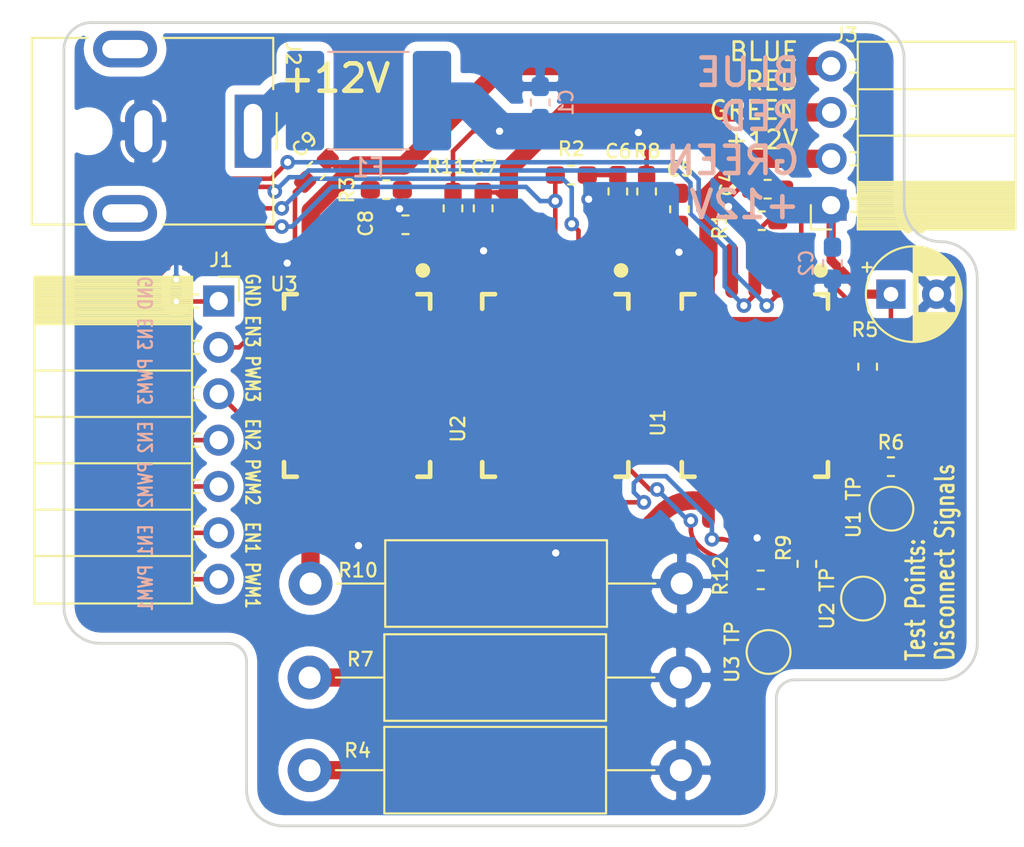
<source format=kicad_pcb>
(kicad_pcb (version 20171130) (host pcbnew "(5.1.8)-1")

  (general
    (thickness 1.6)
    (drawings 25)
    (tracks 658)
    (zones 0)
    (modules 32)
    (nets 29)
  )

  (page A4)
  (layers
    (0 F.Cu signal)
    (31 B.Cu signal)
    (32 B.Adhes user)
    (33 F.Adhes user)
    (34 B.Paste user)
    (35 F.Paste user)
    (36 B.SilkS user)
    (37 F.SilkS user)
    (38 B.Mask user)
    (39 F.Mask user)
    (40 Dwgs.User user)
    (41 Cmts.User user)
    (42 Eco1.User user)
    (43 Eco2.User user)
    (44 Edge.Cuts user)
    (45 Margin user)
    (46 B.CrtYd user)
    (47 F.CrtYd user)
    (48 B.Fab user)
    (49 F.Fab user)
  )

  (setup
    (last_trace_width 0.25)
    (trace_clearance 0.2)
    (zone_clearance 0.508)
    (zone_45_only no)
    (trace_min 0.2)
    (via_size 0.8)
    (via_drill 0.4)
    (via_min_size 0.4)
    (via_min_drill 0.3)
    (uvia_size 0.3)
    (uvia_drill 0.1)
    (uvias_allowed no)
    (uvia_min_size 0.2)
    (uvia_min_drill 0.1)
    (edge_width 0.15)
    (segment_width 0.2)
    (pcb_text_width 0.3)
    (pcb_text_size 1.5 1.5)
    (mod_edge_width 0.12)
    (mod_text_size 1 1)
    (mod_text_width 0.15)
    (pad_size 3.3 2)
    (pad_drill 2.3)
    (pad_to_mask_clearance 0)
    (aux_axis_origin 0 0)
    (visible_elements 7FFFFFFF)
    (pcbplotparams
      (layerselection 0x010fc_ffffffff)
      (usegerberextensions false)
      (usegerberattributes true)
      (usegerberadvancedattributes true)
      (creategerberjobfile true)
      (excludeedgelayer true)
      (linewidth 0.100000)
      (plotframeref false)
      (viasonmask false)
      (mode 1)
      (useauxorigin false)
      (hpglpennumber 1)
      (hpglpenspeed 20)
      (hpglpendiameter 15.000000)
      (psnegative false)
      (psa4output false)
      (plotreference true)
      (plotvalue true)
      (plotinvisibletext false)
      (padsonsilk false)
      (subtractmaskfromsilk false)
      (outputformat 1)
      (mirror false)
      (drillshape 1)
      (scaleselection 1)
      (outputdirectory ""))
  )

  (net 0 "")
  (net 1 GND)
  (net 2 +12V)
  (net 3 "Net-(C4-Pad1)")
  (net 4 "/Driver Red/DRAIN")
  (net 5 "Net-(C6-Pad1)")
  (net 6 "/Driver Green/DRAIN")
  (net 7 "Net-(C8-Pad1)")
  (net 8 "/Driver Blue/DRAIN")
  (net 9 "/Driver Red/PWM")
  (net 10 "/Driver Red/Enable")
  (net 11 "/Driver Green/PWM")
  (net 12 "/Driver Green/Enable")
  (net 13 "/Driver Blue/PWM")
  (net 14 "/Driver Blue/Enable")
  (net 15 "Net-(J1-Pad1)")
  (net 16 "Net-(R4-Pad1)")
  (net 17 "Net-(R6-Pad2)")
  (net 18 "Net-(R7-Pad1)")
  (net 19 "Net-(R9-Pad2)")
  (net 20 "Net-(R10-Pad1)")
  (net 21 "Net-(R12-Pad2)")
  (net 22 "Net-(U1-Pad7)")
  (net 23 "Net-(U1-Pad4)")
  (net 24 "Net-(U2-Pad7)")
  (net 25 "Net-(U2-Pad4)")
  (net 26 "Net-(U3-Pad7)")
  (net 27 "Net-(U3-Pad4)")
  (net 28 "Net-(F1-Pad1)")

  (net_class Default "This is the default net class."
    (clearance 0.2)
    (trace_width 0.25)
    (via_dia 0.8)
    (via_drill 0.4)
    (uvia_dia 0.3)
    (uvia_drill 0.1)
    (add_net +12V)
    (add_net "/Driver Blue/DRAIN")
    (add_net "/Driver Blue/Enable")
    (add_net "/Driver Blue/PWM")
    (add_net "/Driver Green/DRAIN")
    (add_net "/Driver Green/Enable")
    (add_net "/Driver Green/PWM")
    (add_net "/Driver Red/DRAIN")
    (add_net "/Driver Red/Enable")
    (add_net "/Driver Red/PWM")
    (add_net GND)
    (add_net "Net-(C4-Pad1)")
    (add_net "Net-(C6-Pad1)")
    (add_net "Net-(C8-Pad1)")
    (add_net "Net-(F1-Pad1)")
    (add_net "Net-(J1-Pad1)")
    (add_net "Net-(R10-Pad1)")
    (add_net "Net-(R12-Pad2)")
    (add_net "Net-(R4-Pad1)")
    (add_net "Net-(R6-Pad2)")
    (add_net "Net-(R7-Pad1)")
    (add_net "Net-(R9-Pad2)")
    (add_net "Net-(U1-Pad4)")
    (add_net "Net-(U1-Pad7)")
    (add_net "Net-(U2-Pad4)")
    (add_net "Net-(U2-Pad7)")
    (add_net "Net-(U3-Pad4)")
    (add_net "Net-(U3-Pad7)")
  )

  (module Fuse:Fuse_2920_7451Metric_Pad2.10x5.45mm_HandSolder (layer B.Cu) (tedit 5B341557) (tstamp 5FD9D290)
    (at 116.675 54.275)
    (descr "Fuse SMD 2920 (7451 Metric), square (rectangular) end terminal, IPC_7351 nominal with elongated pad for handsoldering. (Body size from: http://www.megastar.com/products/fusetronic/polyswitch/PDF/smd2920.pdf), generated with kicad-footprint-generator")
    (tags "resistor handsolder")
    (path /5FDC2C8B)
    (attr smd)
    (fp_text reference F1 (at 0 3.68) (layer B.SilkS)
      (effects (font (size 1 1) (thickness 0.15)) (justify mirror))
    )
    (fp_text value 3A (at 0 -3.68) (layer B.Fab)
      (effects (font (size 1 1) (thickness 0.15)) (justify mirror))
    )
    (fp_text user %R (at 0 0) (layer B.Fab)
      (effects (font (size 1 1) (thickness 0.15)) (justify mirror))
    )
    (fp_line (start -3.6775 -2.56) (end -3.6775 2.56) (layer B.Fab) (width 0.1))
    (fp_line (start -3.6775 2.56) (end 3.6775 2.56) (layer B.Fab) (width 0.1))
    (fp_line (start 3.6775 2.56) (end 3.6775 -2.56) (layer B.Fab) (width 0.1))
    (fp_line (start 3.6775 -2.56) (end -3.6775 -2.56) (layer B.Fab) (width 0.1))
    (fp_line (start -2.203752 2.67) (end 2.203752 2.67) (layer B.SilkS) (width 0.12))
    (fp_line (start -2.203752 -2.67) (end 2.203752 -2.67) (layer B.SilkS) (width 0.12))
    (fp_line (start -4.78 -2.98) (end -4.78 2.98) (layer B.CrtYd) (width 0.05))
    (fp_line (start -4.78 2.98) (end 4.78 2.98) (layer B.CrtYd) (width 0.05))
    (fp_line (start 4.78 2.98) (end 4.78 -2.98) (layer B.CrtYd) (width 0.05))
    (fp_line (start 4.78 -2.98) (end -4.78 -2.98) (layer B.CrtYd) (width 0.05))
    (pad 1 smd roundrect (at -3.475 0) (size 2.1 5.45) (layers B.Cu B.Paste B.Mask) (roundrect_rratio 0.119048)
      (net 28 "Net-(F1-Pad1)"))
    (pad 2 smd roundrect (at 3.475 0) (size 2.1 5.45) (layers B.Cu B.Paste B.Mask) (roundrect_rratio 0.119048)
      (net 2 +12V))
    (model ${KISYS3DMOD}/Fuse.3dshapes/Fuse_2920_7451Metric.wrl
      (at (xyz 0 0 0))
      (scale (xyz 1 1 1))
      (rotate (xyz 0 0 0))
    )
  )

  (module LEDStripBoard:POWERSO-10 (layer F.Cu) (tedit 5FD1929C) (tstamp 5FD976DA)
    (at 116.05 69.875 180)
    (path /5FD24674/5FD1CA67)
    (fp_text reference U3 (at 4 5.55 180) (layer F.SilkS)
      (effects (font (size 0.75 0.75) (thickness 0.125)))
    )
    (fp_text value STCS2 (at -2.448838 10.400324) (layer F.Fab)
      (effects (font (size 1 1) (thickness 0.15)))
    )
    (fp_line (start -5.35 7.85) (end -5.35 -7.85) (layer F.CrtYd) (width 0.05))
    (fp_line (start 5.35 7.85) (end -5.35 7.85) (layer F.CrtYd) (width 0.05))
    (fp_line (start 5.35 -7.85) (end 5.35 7.85) (layer F.CrtYd) (width 0.05))
    (fp_line (start -5.35 -7.85) (end 5.35 -7.85) (layer F.CrtYd) (width 0.05))
    (fp_line (start 4 5) (end 4 4.2) (layer F.SilkS) (width 0.254))
    (fp_line (start 4 -4.2) (end 4 -5) (layer F.SilkS) (width 0.254))
    (fp_line (start -4 -4.2) (end -4 -5) (layer F.SilkS) (width 0.254))
    (fp_line (start -4 5) (end -4 4.2) (layer F.SilkS) (width 0.254))
    (fp_line (start 3.3 5) (end 4 5) (layer F.SilkS) (width 0.254))
    (fp_line (start -4 -5) (end -3.3 -5) (layer F.SilkS) (width 0.254))
    (fp_line (start 3.3 -5) (end 4 -5) (layer F.SilkS) (width 0.254))
    (fp_line (start -4 5) (end -3.3 5) (layer F.SilkS) (width 0.254))
    (fp_circle (center -3.6 6.3) (end -3.4 6.3) (layer F.SilkS) (width 0.4))
    (fp_line (start -3.8 4.8) (end 3.8 4.8) (layer F.Fab) (width 0.1))
    (fp_line (start 3.8 4.8) (end 3.8 -4.8) (layer F.Fab) (width 0.1))
    (fp_line (start -3.8 -4.8) (end 3.8 -4.8) (layer F.Fab) (width 0.1))
    (fp_line (start -3.8 4.8) (end -3.8 -4.8) (layer F.Fab) (width 0.1))
    (fp_circle (center -3 4) (end -2.5 4) (layer F.Fab) (width 0.1))
    (pad 0 smd rect (at 0 0 270) (size 7.5 9.6) (layers F.Cu F.Paste F.Mask))
    (pad 1 smd oval (at -2.54 6.3 270) (size 3 0.7) (layers F.Cu F.Paste F.Mask)
      (net 7 "Net-(C8-Pad1)"))
    (pad 2 smd oval (at -1.27 6.3 270) (size 3 0.7) (layers F.Cu F.Paste F.Mask)
      (net 13 "/Driver Blue/PWM"))
    (pad 3 smd oval (at 0 6.3 270) (size 3 0.7) (layers F.Cu F.Paste F.Mask)
      (net 14 "/Driver Blue/Enable"))
    (pad 4 smd oval (at 1.27 6.3 270) (size 3 0.7) (layers F.Cu F.Paste F.Mask)
      (net 27 "Net-(U3-Pad4)"))
    (pad 5 smd oval (at 2.54 6.3 270) (size 3 0.7) (layers F.Cu F.Paste F.Mask)
      (net 8 "/Driver Blue/DRAIN"))
    (pad 6 smd oval (at 2.54 -6.3 270) (size 3 0.7) (layers F.Cu F.Paste F.Mask)
      (net 20 "Net-(R10-Pad1)"))
    (pad 7 smd oval (at 1.27 -6.3 270) (size 3 0.7) (layers F.Cu F.Paste F.Mask)
      (net 26 "Net-(U3-Pad7)"))
    (pad 8 smd oval (at 0 -6.3 270) (size 3 0.7) (layers F.Cu F.Paste F.Mask)
      (net 1 GND))
    (pad 9 smd oval (at -1.27 -6.3 270) (size 3 0.7) (layers F.Cu F.Paste F.Mask))
    (pad 10 smd oval (at -2.54 -6.3 270) (size 3 0.7) (layers F.Cu F.Paste F.Mask)
      (net 21 "Net-(R12-Pad2)"))
  )

  (module LEDStripBoard:POWERSO-10 (layer F.Cu) (tedit 5FD1929C) (tstamp 5FD976B9)
    (at 126.9 69.875 180)
    (path /5FD2459A/5FD1CA67)
    (fp_text reference U2 (at 5.325 -2.375 90) (layer F.SilkS)
      (effects (font (size 0.75 0.75) (thickness 0.125)))
    )
    (fp_text value STCS2 (at -2.448838 10.400324) (layer F.Fab)
      (effects (font (size 1 1) (thickness 0.15)))
    )
    (fp_line (start -5.35 7.85) (end -5.35 -7.85) (layer F.CrtYd) (width 0.05))
    (fp_line (start 5.35 7.85) (end -5.35 7.85) (layer F.CrtYd) (width 0.05))
    (fp_line (start 5.35 -7.85) (end 5.35 7.85) (layer F.CrtYd) (width 0.05))
    (fp_line (start -5.35 -7.85) (end 5.35 -7.85) (layer F.CrtYd) (width 0.05))
    (fp_line (start 4 5) (end 4 4.2) (layer F.SilkS) (width 0.254))
    (fp_line (start 4 -4.2) (end 4 -5) (layer F.SilkS) (width 0.254))
    (fp_line (start -4 -4.2) (end -4 -5) (layer F.SilkS) (width 0.254))
    (fp_line (start -4 5) (end -4 4.2) (layer F.SilkS) (width 0.254))
    (fp_line (start 3.3 5) (end 4 5) (layer F.SilkS) (width 0.254))
    (fp_line (start -4 -5) (end -3.3 -5) (layer F.SilkS) (width 0.254))
    (fp_line (start 3.3 -5) (end 4 -5) (layer F.SilkS) (width 0.254))
    (fp_line (start -4 5) (end -3.3 5) (layer F.SilkS) (width 0.254))
    (fp_circle (center -3.6 6.3) (end -3.4 6.3) (layer F.SilkS) (width 0.4))
    (fp_line (start -3.8 4.8) (end 3.8 4.8) (layer F.Fab) (width 0.1))
    (fp_line (start 3.8 4.8) (end 3.8 -4.8) (layer F.Fab) (width 0.1))
    (fp_line (start -3.8 -4.8) (end 3.8 -4.8) (layer F.Fab) (width 0.1))
    (fp_line (start -3.8 4.8) (end -3.8 -4.8) (layer F.Fab) (width 0.1))
    (fp_circle (center -3 4) (end -2.5 4) (layer F.Fab) (width 0.1))
    (pad 0 smd rect (at 0 0 270) (size 7.5 9.6) (layers F.Cu F.Paste F.Mask))
    (pad 1 smd oval (at -2.54 6.3 270) (size 3 0.7) (layers F.Cu F.Paste F.Mask)
      (net 5 "Net-(C6-Pad1)"))
    (pad 2 smd oval (at -1.27 6.3 270) (size 3 0.7) (layers F.Cu F.Paste F.Mask)
      (net 11 "/Driver Green/PWM"))
    (pad 3 smd oval (at 0 6.3 270) (size 3 0.7) (layers F.Cu F.Paste F.Mask)
      (net 12 "/Driver Green/Enable"))
    (pad 4 smd oval (at 1.27 6.3 270) (size 3 0.7) (layers F.Cu F.Paste F.Mask)
      (net 25 "Net-(U2-Pad4)"))
    (pad 5 smd oval (at 2.54 6.3 270) (size 3 0.7) (layers F.Cu F.Paste F.Mask)
      (net 6 "/Driver Green/DRAIN"))
    (pad 6 smd oval (at 2.54 -6.3 270) (size 3 0.7) (layers F.Cu F.Paste F.Mask)
      (net 18 "Net-(R7-Pad1)"))
    (pad 7 smd oval (at 1.27 -6.3 270) (size 3 0.7) (layers F.Cu F.Paste F.Mask)
      (net 24 "Net-(U2-Pad7)"))
    (pad 8 smd oval (at 0 -6.3 270) (size 3 0.7) (layers F.Cu F.Paste F.Mask)
      (net 1 GND))
    (pad 9 smd oval (at -1.27 -6.3 270) (size 3 0.7) (layers F.Cu F.Paste F.Mask))
    (pad 10 smd oval (at -2.54 -6.3 270) (size 3 0.7) (layers F.Cu F.Paste F.Mask)
      (net 19 "Net-(R9-Pad2)"))
  )

  (module LEDStripBoard:POWERSO-10 (layer F.Cu) (tedit 5FD1929C) (tstamp 5FD97698)
    (at 137.825 69.875 180)
    (path /5FD1BD88/5FD1CA67)
    (fp_text reference U1 (at 5.3 -2.05 90) (layer F.SilkS)
      (effects (font (size 0.75 0.75) (thickness 0.125)))
    )
    (fp_text value STCS2 (at -2.448838 10.400324) (layer F.Fab)
      (effects (font (size 1 1) (thickness 0.15)))
    )
    (fp_line (start -5.35 7.85) (end -5.35 -7.85) (layer F.CrtYd) (width 0.05))
    (fp_line (start 5.35 7.85) (end -5.35 7.85) (layer F.CrtYd) (width 0.05))
    (fp_line (start 5.35 -7.85) (end 5.35 7.85) (layer F.CrtYd) (width 0.05))
    (fp_line (start -5.35 -7.85) (end 5.35 -7.85) (layer F.CrtYd) (width 0.05))
    (fp_line (start 4 5) (end 4 4.2) (layer F.SilkS) (width 0.254))
    (fp_line (start 4 -4.2) (end 4 -5) (layer F.SilkS) (width 0.254))
    (fp_line (start -4 -4.2) (end -4 -5) (layer F.SilkS) (width 0.254))
    (fp_line (start -4 5) (end -4 4.2) (layer F.SilkS) (width 0.254))
    (fp_line (start 3.3 5) (end 4 5) (layer F.SilkS) (width 0.254))
    (fp_line (start -4 -5) (end -3.3 -5) (layer F.SilkS) (width 0.254))
    (fp_line (start 3.3 -5) (end 4 -5) (layer F.SilkS) (width 0.254))
    (fp_line (start -4 5) (end -3.3 5) (layer F.SilkS) (width 0.254))
    (fp_circle (center -3.6 6.3) (end -3.4 6.3) (layer F.SilkS) (width 0.4))
    (fp_line (start -3.8 4.8) (end 3.8 4.8) (layer F.Fab) (width 0.1))
    (fp_line (start 3.8 4.8) (end 3.8 -4.8) (layer F.Fab) (width 0.1))
    (fp_line (start -3.8 -4.8) (end 3.8 -4.8) (layer F.Fab) (width 0.1))
    (fp_line (start -3.8 4.8) (end -3.8 -4.8) (layer F.Fab) (width 0.1))
    (fp_circle (center -3 4) (end -2.5 4) (layer F.Fab) (width 0.1))
    (pad 0 smd rect (at 0 0 270) (size 7.5 9.6) (layers F.Cu F.Paste F.Mask))
    (pad 1 smd oval (at -2.54 6.3 270) (size 3 0.7) (layers F.Cu F.Paste F.Mask)
      (net 3 "Net-(C4-Pad1)"))
    (pad 2 smd oval (at -1.27 6.3 270) (size 3 0.7) (layers F.Cu F.Paste F.Mask)
      (net 9 "/Driver Red/PWM"))
    (pad 3 smd oval (at 0 6.3 270) (size 3 0.7) (layers F.Cu F.Paste F.Mask)
      (net 10 "/Driver Red/Enable"))
    (pad 4 smd oval (at 1.27 6.3 270) (size 3 0.7) (layers F.Cu F.Paste F.Mask)
      (net 23 "Net-(U1-Pad4)"))
    (pad 5 smd oval (at 2.54 6.3 270) (size 3 0.7) (layers F.Cu F.Paste F.Mask)
      (net 4 "/Driver Red/DRAIN"))
    (pad 6 smd oval (at 2.54 -6.3 270) (size 3 0.7) (layers F.Cu F.Paste F.Mask)
      (net 16 "Net-(R4-Pad1)"))
    (pad 7 smd oval (at 1.27 -6.3 270) (size 3 0.7) (layers F.Cu F.Paste F.Mask)
      (net 22 "Net-(U1-Pad7)"))
    (pad 8 smd oval (at 0 -6.3 270) (size 3 0.7) (layers F.Cu F.Paste F.Mask)
      (net 1 GND))
    (pad 9 smd oval (at -1.27 -6.3 270) (size 3 0.7) (layers F.Cu F.Paste F.Mask))
    (pad 10 smd oval (at -2.54 -6.3 270) (size 3 0.7) (layers F.Cu F.Paste F.Mask)
      (net 17 "Net-(R6-Pad2)"))
  )

  (module TestPoint:TestPoint_Pad_D2.0mm (layer F.Cu) (tedit 5A0F774F) (tstamp 5FD97677)
    (at 138.575 84.475 90)
    (descr "SMD pad as test Point, diameter 2.0mm")
    (tags "test point SMD pad")
    (path /5FD24674/5FD1F40B)
    (attr virtual)
    (fp_text reference "U3 TP" (at 0 -1.998 90) (layer F.SilkS)
      (effects (font (size 0.75 0.75) (thickness 0.125)))
    )
    (fp_text value TestPoint (at 0 2.05 90) (layer F.Fab)
      (effects (font (size 1 1) (thickness 0.15)))
    )
    (fp_text user %R (at 0 -2 90) (layer F.Fab)
      (effects (font (size 0.75 0.75) (thickness 0.125)))
    )
    (fp_circle (center 0 0) (end 1.5 0) (layer F.CrtYd) (width 0.05))
    (fp_circle (center 0 0) (end 0 1.2) (layer F.SilkS) (width 0.12))
    (pad 1 smd circle (at 0 0 90) (size 2 2) (layers F.Cu F.Mask)
      (net 21 "Net-(R12-Pad2)"))
  )

  (module TestPoint:TestPoint_Pad_D2.0mm (layer F.Cu) (tedit 5A0F774F) (tstamp 5FD9766F)
    (at 143.75 81.55)
    (descr "SMD pad as test Point, diameter 2.0mm")
    (tags "test point SMD pad")
    (path /5FD2459A/5FD1F40B)
    (attr virtual)
    (fp_text reference "U2 TP" (at -1.975 0 90) (layer F.SilkS)
      (effects (font (size 0.75 0.75) (thickness 0.125)))
    )
    (fp_text value TestPoint (at 0 2.05) (layer F.Fab)
      (effects (font (size 1 1) (thickness 0.15)))
    )
    (fp_text user %R (at 0 -2) (layer F.Fab)
      (effects (font (size 0.75 0.75) (thickness 0.125)))
    )
    (fp_circle (center 0 0) (end 1.5 0) (layer F.CrtYd) (width 0.05))
    (fp_circle (center 0 0) (end 0 1.2) (layer F.SilkS) (width 0.12))
    (pad 1 smd circle (at 0 0) (size 2 2) (layers F.Cu F.Mask)
      (net 19 "Net-(R9-Pad2)"))
  )

  (module TestPoint:TestPoint_Pad_D2.0mm (layer F.Cu) (tedit 5A0F774F) (tstamp 5FD97667)
    (at 145.3 76.625)
    (descr "SMD pad as test Point, diameter 2.0mm")
    (tags "test point SMD pad")
    (path /5FD1BD88/5FD1F40B)
    (attr virtual)
    (fp_text reference "U1 TP" (at -2.075 -0.075 90) (layer F.SilkS)
      (effects (font (size 0.75 0.75) (thickness 0.125)))
    )
    (fp_text value TestPoint (at 0 2.05) (layer F.Fab)
      (effects (font (size 1 1) (thickness 0.15)))
    )
    (fp_text user %R (at 0 -2) (layer F.Fab)
      (effects (font (size 0.75 0.75) (thickness 0.125)))
    )
    (fp_circle (center 0 0) (end 1.5 0) (layer F.CrtYd) (width 0.05))
    (fp_circle (center 0 0) (end 0 1.2) (layer F.SilkS) (width 0.12))
    (pad 1 smd circle (at 0 0) (size 2 2) (layers F.Cu F.Mask)
      (net 17 "Net-(R6-Pad2)"))
  )

  (module Resistor_SMD:R_0603_1608Metric_Pad1.05x0.95mm_HandSolder (layer F.Cu) (tedit 5B301BBD) (tstamp 5FD9765F)
    (at 138.15 80.525 180)
    (descr "Resistor SMD 0603 (1608 Metric), square (rectangular) end terminal, IPC_7351 nominal with elongated pad for handsoldering. (Body size source: http://www.tortai-tech.com/upload/download/2011102023233369053.pdf), generated with kicad-footprint-generator")
    (tags "resistor handsolder")
    (path /5FD24674/5FD1EDBE)
    (attr smd)
    (fp_text reference R12 (at 2.2 0.225 90) (layer F.SilkS)
      (effects (font (size 0.75 0.75) (thickness 0.125)))
    )
    (fp_text value 1k (at 0 1.43) (layer F.Fab)
      (effects (font (size 1 1) (thickness 0.15)))
    )
    (fp_text user %R (at 0 0) (layer F.Fab)
      (effects (font (size 0.75 0.75) (thickness 0.125)))
    )
    (fp_line (start -0.8 0.4) (end -0.8 -0.4) (layer F.Fab) (width 0.1))
    (fp_line (start -0.8 -0.4) (end 0.8 -0.4) (layer F.Fab) (width 0.1))
    (fp_line (start 0.8 -0.4) (end 0.8 0.4) (layer F.Fab) (width 0.1))
    (fp_line (start 0.8 0.4) (end -0.8 0.4) (layer F.Fab) (width 0.1))
    (fp_line (start -0.171267 -0.51) (end 0.171267 -0.51) (layer F.SilkS) (width 0.12))
    (fp_line (start -0.171267 0.51) (end 0.171267 0.51) (layer F.SilkS) (width 0.12))
    (fp_line (start -1.65 0.73) (end -1.65 -0.73) (layer F.CrtYd) (width 0.05))
    (fp_line (start -1.65 -0.73) (end 1.65 -0.73) (layer F.CrtYd) (width 0.05))
    (fp_line (start 1.65 -0.73) (end 1.65 0.73) (layer F.CrtYd) (width 0.05))
    (fp_line (start 1.65 0.73) (end -1.65 0.73) (layer F.CrtYd) (width 0.05))
    (pad 1 smd roundrect (at -0.875 0 180) (size 1.05 0.95) (layers F.Cu F.Paste F.Mask) (roundrect_rratio 0.25)
      (net 2 +12V))
    (pad 2 smd roundrect (at 0.875 0 180) (size 1.05 0.95) (layers F.Cu F.Paste F.Mask) (roundrect_rratio 0.25)
      (net 21 "Net-(R12-Pad2)"))
    (model ${KISYS3DMOD}/Resistor_SMD.3dshapes/R_0603_1608Metric.wrl
      (at (xyz 0 0 0))
      (scale (xyz 1 1 1))
      (rotate (xyz 0 0 0))
    )
  )

  (module Resistor_SMD:R_0603_1608Metric_Pad1.05x0.95mm_HandSolder (layer F.Cu) (tedit 5B301BBD) (tstamp 5FD9764E)
    (at 121.3 60.175 270)
    (descr "Resistor SMD 0603 (1608 Metric), square (rectangular) end terminal, IPC_7351 nominal with elongated pad for handsoldering. (Body size source: http://www.tortai-tech.com/upload/download/2011102023233369053.pdf), generated with kicad-footprint-generator")
    (tags "resistor handsolder")
    (path /5FD24674/5FD20498)
    (attr smd)
    (fp_text reference R11 (at -2.3 0.35 180) (layer F.SilkS)
      (effects (font (size 0.75 0.75) (thickness 0.125)))
    )
    (fp_text value 100 (at 0 1.43 90) (layer F.Fab)
      (effects (font (size 1 1) (thickness 0.15)))
    )
    (fp_text user %R (at 0 0 90) (layer F.Fab)
      (effects (font (size 0.75 0.75) (thickness 0.125)))
    )
    (fp_line (start -0.8 0.4) (end -0.8 -0.4) (layer F.Fab) (width 0.1))
    (fp_line (start -0.8 -0.4) (end 0.8 -0.4) (layer F.Fab) (width 0.1))
    (fp_line (start 0.8 -0.4) (end 0.8 0.4) (layer F.Fab) (width 0.1))
    (fp_line (start 0.8 0.4) (end -0.8 0.4) (layer F.Fab) (width 0.1))
    (fp_line (start -0.171267 -0.51) (end 0.171267 -0.51) (layer F.SilkS) (width 0.12))
    (fp_line (start -0.171267 0.51) (end 0.171267 0.51) (layer F.SilkS) (width 0.12))
    (fp_line (start -1.65 0.73) (end -1.65 -0.73) (layer F.CrtYd) (width 0.05))
    (fp_line (start -1.65 -0.73) (end 1.65 -0.73) (layer F.CrtYd) (width 0.05))
    (fp_line (start 1.65 -0.73) (end 1.65 0.73) (layer F.CrtYd) (width 0.05))
    (fp_line (start 1.65 0.73) (end -1.65 0.73) (layer F.CrtYd) (width 0.05))
    (pad 1 smd roundrect (at -0.875 0 270) (size 1.05 0.95) (layers F.Cu F.Paste F.Mask) (roundrect_rratio 0.25)
      (net 2 +12V))
    (pad 2 smd roundrect (at 0.875 0 270) (size 1.05 0.95) (layers F.Cu F.Paste F.Mask) (roundrect_rratio 0.25)
      (net 7 "Net-(C8-Pad1)"))
    (model ${KISYS3DMOD}/Resistor_SMD.3dshapes/R_0603_1608Metric.wrl
      (at (xyz 0 0 0))
      (scale (xyz 1 1 1))
      (rotate (xyz 0 0 0))
    )
  )

  (module Resistor_THT:R_Axial_DIN0414_L11.9mm_D4.5mm_P20.32mm_Horizontal (layer F.Cu) (tedit 5AE5139B) (tstamp 5FD9763D)
    (at 113.5 80.725)
    (descr "Resistor, Axial_DIN0414 series, Axial, Horizontal, pin pitch=20.32mm, 2W, length*diameter=11.9*4.5mm^2, http://www.vishay.com/docs/20128/wkxwrx.pdf")
    (tags "Resistor Axial_DIN0414 series Axial Horizontal pin pitch 20.32mm 2W length 11.9mm diameter 4.5mm")
    (path /5FD24674/5FD1E25E)
    (fp_text reference R10 (at 2.6 -0.725 180) (layer F.SilkS)
      (effects (font (size 0.75 0.75) (thickness 0.125)))
    )
    (fp_text value 0.1 (at 10.16 3.37) (layer F.Fab)
      (effects (font (size 1 1) (thickness 0.15)))
    )
    (fp_text user %R (at 10.16 0) (layer F.Fab)
      (effects (font (size 0.75 0.75) (thickness 0.125)))
    )
    (fp_line (start 4.21 -2.25) (end 4.21 2.25) (layer F.Fab) (width 0.1))
    (fp_line (start 4.21 2.25) (end 16.11 2.25) (layer F.Fab) (width 0.1))
    (fp_line (start 16.11 2.25) (end 16.11 -2.25) (layer F.Fab) (width 0.1))
    (fp_line (start 16.11 -2.25) (end 4.21 -2.25) (layer F.Fab) (width 0.1))
    (fp_line (start 0 0) (end 4.21 0) (layer F.Fab) (width 0.1))
    (fp_line (start 20.32 0) (end 16.11 0) (layer F.Fab) (width 0.1))
    (fp_line (start 4.09 -2.37) (end 4.09 2.37) (layer F.SilkS) (width 0.12))
    (fp_line (start 4.09 2.37) (end 16.23 2.37) (layer F.SilkS) (width 0.12))
    (fp_line (start 16.23 2.37) (end 16.23 -2.37) (layer F.SilkS) (width 0.12))
    (fp_line (start 16.23 -2.37) (end 4.09 -2.37) (layer F.SilkS) (width 0.12))
    (fp_line (start 1.44 0) (end 4.09 0) (layer F.SilkS) (width 0.12))
    (fp_line (start 18.88 0) (end 16.23 0) (layer F.SilkS) (width 0.12))
    (fp_line (start -1.45 -2.5) (end -1.45 2.5) (layer F.CrtYd) (width 0.05))
    (fp_line (start -1.45 2.5) (end 21.77 2.5) (layer F.CrtYd) (width 0.05))
    (fp_line (start 21.77 2.5) (end 21.77 -2.5) (layer F.CrtYd) (width 0.05))
    (fp_line (start 21.77 -2.5) (end -1.45 -2.5) (layer F.CrtYd) (width 0.05))
    (pad 1 thru_hole circle (at 0 0) (size 2.4 2.4) (drill 1.2) (layers *.Cu *.Mask)
      (net 20 "Net-(R10-Pad1)"))
    (pad 2 thru_hole oval (at 20.32 0) (size 2.4 2.4) (drill 1.2) (layers *.Cu *.Mask)
      (net 1 GND))
    (model ${KISYS3DMOD}/Resistor_THT.3dshapes/R_Axial_DIN0414_L11.9mm_D4.5mm_P20.32mm_Horizontal.wrl
      (at (xyz 0 0 0))
      (scale (xyz 1 1 1))
      (rotate (xyz 0 0 0))
    )
  )

  (module Resistor_SMD:R_0603_1608Metric_Pad1.05x0.95mm_HandSolder (layer F.Cu) (tedit 5B301BBD) (tstamp 5FD97626)
    (at 140.675 79.65 270)
    (descr "Resistor SMD 0603 (1608 Metric), square (rectangular) end terminal, IPC_7351 nominal with elongated pad for handsoldering. (Body size source: http://www.tortai-tech.com/upload/download/2011102023233369053.pdf), generated with kicad-footprint-generator")
    (tags "resistor handsolder")
    (path /5FD2459A/5FD1EDBE)
    (attr smd)
    (fp_text reference R9 (at -0.875 1.275 90) (layer F.SilkS)
      (effects (font (size 0.75 0.75) (thickness 0.125)))
    )
    (fp_text value 1k (at 0 1.43 90) (layer F.Fab)
      (effects (font (size 1 1) (thickness 0.15)))
    )
    (fp_text user %R (at 0 0 90) (layer F.Fab)
      (effects (font (size 0.75 0.75) (thickness 0.125)))
    )
    (fp_line (start -0.8 0.4) (end -0.8 -0.4) (layer F.Fab) (width 0.1))
    (fp_line (start -0.8 -0.4) (end 0.8 -0.4) (layer F.Fab) (width 0.1))
    (fp_line (start 0.8 -0.4) (end 0.8 0.4) (layer F.Fab) (width 0.1))
    (fp_line (start 0.8 0.4) (end -0.8 0.4) (layer F.Fab) (width 0.1))
    (fp_line (start -0.171267 -0.51) (end 0.171267 -0.51) (layer F.SilkS) (width 0.12))
    (fp_line (start -0.171267 0.51) (end 0.171267 0.51) (layer F.SilkS) (width 0.12))
    (fp_line (start -1.65 0.73) (end -1.65 -0.73) (layer F.CrtYd) (width 0.05))
    (fp_line (start -1.65 -0.73) (end 1.65 -0.73) (layer F.CrtYd) (width 0.05))
    (fp_line (start 1.65 -0.73) (end 1.65 0.73) (layer F.CrtYd) (width 0.05))
    (fp_line (start 1.65 0.73) (end -1.65 0.73) (layer F.CrtYd) (width 0.05))
    (pad 1 smd roundrect (at -0.875 0 270) (size 1.05 0.95) (layers F.Cu F.Paste F.Mask) (roundrect_rratio 0.25)
      (net 2 +12V))
    (pad 2 smd roundrect (at 0.875 0 270) (size 1.05 0.95) (layers F.Cu F.Paste F.Mask) (roundrect_rratio 0.25)
      (net 19 "Net-(R9-Pad2)"))
    (model ${KISYS3DMOD}/Resistor_SMD.3dshapes/R_0603_1608Metric.wrl
      (at (xyz 0 0 0))
      (scale (xyz 1 1 1))
      (rotate (xyz 0 0 0))
    )
  )

  (module Resistor_SMD:R_0603_1608Metric_Pad1.05x0.95mm_HandSolder (layer F.Cu) (tedit 5B301BBD) (tstamp 5FD97615)
    (at 131.9 59.25 270)
    (descr "Resistor SMD 0603 (1608 Metric), square (rectangular) end terminal, IPC_7351 nominal with elongated pad for handsoldering. (Body size source: http://www.tortai-tech.com/upload/download/2011102023233369053.pdf), generated with kicad-footprint-generator")
    (tags "resistor handsolder")
    (path /5FD2459A/5FD20498)
    (attr smd)
    (fp_text reference R8 (at -2.2 -0.025 180) (layer F.SilkS)
      (effects (font (size 0.75 0.75) (thickness 0.125)))
    )
    (fp_text value 100 (at 0 1.43 90) (layer F.Fab)
      (effects (font (size 1 1) (thickness 0.15)))
    )
    (fp_text user %R (at 0 0 90) (layer F.Fab)
      (effects (font (size 0.75 0.75) (thickness 0.125)))
    )
    (fp_line (start -0.8 0.4) (end -0.8 -0.4) (layer F.Fab) (width 0.1))
    (fp_line (start -0.8 -0.4) (end 0.8 -0.4) (layer F.Fab) (width 0.1))
    (fp_line (start 0.8 -0.4) (end 0.8 0.4) (layer F.Fab) (width 0.1))
    (fp_line (start 0.8 0.4) (end -0.8 0.4) (layer F.Fab) (width 0.1))
    (fp_line (start -0.171267 -0.51) (end 0.171267 -0.51) (layer F.SilkS) (width 0.12))
    (fp_line (start -0.171267 0.51) (end 0.171267 0.51) (layer F.SilkS) (width 0.12))
    (fp_line (start -1.65 0.73) (end -1.65 -0.73) (layer F.CrtYd) (width 0.05))
    (fp_line (start -1.65 -0.73) (end 1.65 -0.73) (layer F.CrtYd) (width 0.05))
    (fp_line (start 1.65 -0.73) (end 1.65 0.73) (layer F.CrtYd) (width 0.05))
    (fp_line (start 1.65 0.73) (end -1.65 0.73) (layer F.CrtYd) (width 0.05))
    (pad 1 smd roundrect (at -0.875 0 270) (size 1.05 0.95) (layers F.Cu F.Paste F.Mask) (roundrect_rratio 0.25)
      (net 2 +12V))
    (pad 2 smd roundrect (at 0.875 0 270) (size 1.05 0.95) (layers F.Cu F.Paste F.Mask) (roundrect_rratio 0.25)
      (net 5 "Net-(C6-Pad1)"))
    (model ${KISYS3DMOD}/Resistor_SMD.3dshapes/R_0603_1608Metric.wrl
      (at (xyz 0 0 0))
      (scale (xyz 1 1 1))
      (rotate (xyz 0 0 0))
    )
  )

  (module Resistor_THT:R_Axial_DIN0414_L11.9mm_D4.5mm_P20.32mm_Horizontal (layer F.Cu) (tedit 5AE5139B) (tstamp 5FD97604)
    (at 113.45 85.875)
    (descr "Resistor, Axial_DIN0414 series, Axial, Horizontal, pin pitch=20.32mm, 2W, length*diameter=11.9*4.5mm^2, http://www.vishay.com/docs/20128/wkxwrx.pdf")
    (tags "Resistor Axial_DIN0414 series Axial Horizontal pin pitch 20.32mm 2W length 11.9mm diameter 4.5mm")
    (path /5FD2459A/5FD1E25E)
    (fp_text reference R7 (at 2.775 -1 180) (layer F.SilkS)
      (effects (font (size 0.75 0.75) (thickness 0.125)))
    )
    (fp_text value 0.1 (at 10.16 3.37) (layer F.Fab)
      (effects (font (size 1 1) (thickness 0.15)))
    )
    (fp_text user %R (at 10.16 0) (layer F.Fab)
      (effects (font (size 0.75 0.75) (thickness 0.125)))
    )
    (fp_line (start 4.21 -2.25) (end 4.21 2.25) (layer F.Fab) (width 0.1))
    (fp_line (start 4.21 2.25) (end 16.11 2.25) (layer F.Fab) (width 0.1))
    (fp_line (start 16.11 2.25) (end 16.11 -2.25) (layer F.Fab) (width 0.1))
    (fp_line (start 16.11 -2.25) (end 4.21 -2.25) (layer F.Fab) (width 0.1))
    (fp_line (start 0 0) (end 4.21 0) (layer F.Fab) (width 0.1))
    (fp_line (start 20.32 0) (end 16.11 0) (layer F.Fab) (width 0.1))
    (fp_line (start 4.09 -2.37) (end 4.09 2.37) (layer F.SilkS) (width 0.12))
    (fp_line (start 4.09 2.37) (end 16.23 2.37) (layer F.SilkS) (width 0.12))
    (fp_line (start 16.23 2.37) (end 16.23 -2.37) (layer F.SilkS) (width 0.12))
    (fp_line (start 16.23 -2.37) (end 4.09 -2.37) (layer F.SilkS) (width 0.12))
    (fp_line (start 1.44 0) (end 4.09 0) (layer F.SilkS) (width 0.12))
    (fp_line (start 18.88 0) (end 16.23 0) (layer F.SilkS) (width 0.12))
    (fp_line (start -1.45 -2.5) (end -1.45 2.5) (layer F.CrtYd) (width 0.05))
    (fp_line (start -1.45 2.5) (end 21.77 2.5) (layer F.CrtYd) (width 0.05))
    (fp_line (start 21.77 2.5) (end 21.77 -2.5) (layer F.CrtYd) (width 0.05))
    (fp_line (start 21.77 -2.5) (end -1.45 -2.5) (layer F.CrtYd) (width 0.05))
    (pad 1 thru_hole circle (at 0 0) (size 2.4 2.4) (drill 1.2) (layers *.Cu *.Mask)
      (net 18 "Net-(R7-Pad1)"))
    (pad 2 thru_hole oval (at 20.32 0) (size 2.4 2.4) (drill 1.2) (layers *.Cu *.Mask)
      (net 1 GND))
    (model ${KISYS3DMOD}/Resistor_THT.3dshapes/R_Axial_DIN0414_L11.9mm_D4.5mm_P20.32mm_Horizontal.wrl
      (at (xyz 0 0 0))
      (scale (xyz 1 1 1))
      (rotate (xyz 0 0 0))
    )
  )

  (module Resistor_SMD:R_0603_1608Metric_Pad1.05x0.95mm_HandSolder (layer F.Cu) (tedit 5B301BBD) (tstamp 5FD975ED)
    (at 145.275 74.325 180)
    (descr "Resistor SMD 0603 (1608 Metric), square (rectangular) end terminal, IPC_7351 nominal with elongated pad for handsoldering. (Body size source: http://www.tortai-tech.com/upload/download/2011102023233369053.pdf), generated with kicad-footprint-generator")
    (tags "resistor handsolder")
    (path /5FD1BD88/5FD1EDBE)
    (attr smd)
    (fp_text reference R6 (at 0 1.325) (layer F.SilkS)
      (effects (font (size 0.75 0.75) (thickness 0.125)))
    )
    (fp_text value 1k (at 0 1.43) (layer F.Fab)
      (effects (font (size 1 1) (thickness 0.15)))
    )
    (fp_text user %R (at 0 0) (layer F.Fab)
      (effects (font (size 0.75 0.75) (thickness 0.125)))
    )
    (fp_line (start -0.8 0.4) (end -0.8 -0.4) (layer F.Fab) (width 0.1))
    (fp_line (start -0.8 -0.4) (end 0.8 -0.4) (layer F.Fab) (width 0.1))
    (fp_line (start 0.8 -0.4) (end 0.8 0.4) (layer F.Fab) (width 0.1))
    (fp_line (start 0.8 0.4) (end -0.8 0.4) (layer F.Fab) (width 0.1))
    (fp_line (start -0.171267 -0.51) (end 0.171267 -0.51) (layer F.SilkS) (width 0.12))
    (fp_line (start -0.171267 0.51) (end 0.171267 0.51) (layer F.SilkS) (width 0.12))
    (fp_line (start -1.65 0.73) (end -1.65 -0.73) (layer F.CrtYd) (width 0.05))
    (fp_line (start -1.65 -0.73) (end 1.65 -0.73) (layer F.CrtYd) (width 0.05))
    (fp_line (start 1.65 -0.73) (end 1.65 0.73) (layer F.CrtYd) (width 0.05))
    (fp_line (start 1.65 0.73) (end -1.65 0.73) (layer F.CrtYd) (width 0.05))
    (pad 1 smd roundrect (at -0.875 0 180) (size 1.05 0.95) (layers F.Cu F.Paste F.Mask) (roundrect_rratio 0.25)
      (net 2 +12V))
    (pad 2 smd roundrect (at 0.875 0 180) (size 1.05 0.95) (layers F.Cu F.Paste F.Mask) (roundrect_rratio 0.25)
      (net 17 "Net-(R6-Pad2)"))
    (model ${KISYS3DMOD}/Resistor_SMD.3dshapes/R_0603_1608Metric.wrl
      (at (xyz 0 0 0))
      (scale (xyz 1 1 1))
      (rotate (xyz 0 0 0))
    )
  )

  (module Resistor_SMD:R_0603_1608Metric_Pad1.05x0.95mm_HandSolder (layer F.Cu) (tedit 5B301BBD) (tstamp 5FD975DC)
    (at 144 68.85 90)
    (descr "Resistor SMD 0603 (1608 Metric), square (rectangular) end terminal, IPC_7351 nominal with elongated pad for handsoldering. (Body size source: http://www.tortai-tech.com/upload/download/2011102023233369053.pdf), generated with kicad-footprint-generator")
    (tags "resistor handsolder")
    (path /5FD1BD88/5FD20498)
    (attr smd)
    (fp_text reference R5 (at 2.025 -0.15 180) (layer F.SilkS)
      (effects (font (size 0.75 0.75) (thickness 0.125)))
    )
    (fp_text value 100 (at 0 1.43 90) (layer F.Fab)
      (effects (font (size 1 1) (thickness 0.15)))
    )
    (fp_text user %R (at 0 0 90) (layer F.Fab)
      (effects (font (size 0.75 0.75) (thickness 0.125)))
    )
    (fp_line (start -0.8 0.4) (end -0.8 -0.4) (layer F.Fab) (width 0.1))
    (fp_line (start -0.8 -0.4) (end 0.8 -0.4) (layer F.Fab) (width 0.1))
    (fp_line (start 0.8 -0.4) (end 0.8 0.4) (layer F.Fab) (width 0.1))
    (fp_line (start 0.8 0.4) (end -0.8 0.4) (layer F.Fab) (width 0.1))
    (fp_line (start -0.171267 -0.51) (end 0.171267 -0.51) (layer F.SilkS) (width 0.12))
    (fp_line (start -0.171267 0.51) (end 0.171267 0.51) (layer F.SilkS) (width 0.12))
    (fp_line (start -1.65 0.73) (end -1.65 -0.73) (layer F.CrtYd) (width 0.05))
    (fp_line (start -1.65 -0.73) (end 1.65 -0.73) (layer F.CrtYd) (width 0.05))
    (fp_line (start 1.65 -0.73) (end 1.65 0.73) (layer F.CrtYd) (width 0.05))
    (fp_line (start 1.65 0.73) (end -1.65 0.73) (layer F.CrtYd) (width 0.05))
    (pad 1 smd roundrect (at -0.875 0 90) (size 1.05 0.95) (layers F.Cu F.Paste F.Mask) (roundrect_rratio 0.25)
      (net 2 +12V))
    (pad 2 smd roundrect (at 0.875 0 90) (size 1.05 0.95) (layers F.Cu F.Paste F.Mask) (roundrect_rratio 0.25)
      (net 3 "Net-(C4-Pad1)"))
    (model ${KISYS3DMOD}/Resistor_SMD.3dshapes/R_0603_1608Metric.wrl
      (at (xyz 0 0 0))
      (scale (xyz 1 1 1))
      (rotate (xyz 0 0 0))
    )
  )

  (module Resistor_THT:R_Axial_DIN0414_L11.9mm_D4.5mm_P20.32mm_Horizontal (layer F.Cu) (tedit 5AE5139B) (tstamp 5FD975CB)
    (at 113.45 90.95)
    (descr "Resistor, Axial_DIN0414 series, Axial, Horizontal, pin pitch=20.32mm, 2W, length*diameter=11.9*4.5mm^2, http://www.vishay.com/docs/20128/wkxwrx.pdf")
    (tags "Resistor Axial_DIN0414 series Axial Horizontal pin pitch 20.32mm 2W length 11.9mm diameter 4.5mm")
    (path /5FD1BD88/5FD1E25E)
    (fp_text reference R4 (at 2.625 -1.075 180) (layer F.SilkS)
      (effects (font (size 0.75 0.75) (thickness 0.125)))
    )
    (fp_text value 0.1 (at 10.16 3.37) (layer F.Fab)
      (effects (font (size 1 1) (thickness 0.15)))
    )
    (fp_text user %R (at 10.16 0) (layer F.Fab)
      (effects (font (size 0.75 0.75) (thickness 0.125)))
    )
    (fp_line (start 4.21 -2.25) (end 4.21 2.25) (layer F.Fab) (width 0.1))
    (fp_line (start 4.21 2.25) (end 16.11 2.25) (layer F.Fab) (width 0.1))
    (fp_line (start 16.11 2.25) (end 16.11 -2.25) (layer F.Fab) (width 0.1))
    (fp_line (start 16.11 -2.25) (end 4.21 -2.25) (layer F.Fab) (width 0.1))
    (fp_line (start 0 0) (end 4.21 0) (layer F.Fab) (width 0.1))
    (fp_line (start 20.32 0) (end 16.11 0) (layer F.Fab) (width 0.1))
    (fp_line (start 4.09 -2.37) (end 4.09 2.37) (layer F.SilkS) (width 0.12))
    (fp_line (start 4.09 2.37) (end 16.23 2.37) (layer F.SilkS) (width 0.12))
    (fp_line (start 16.23 2.37) (end 16.23 -2.37) (layer F.SilkS) (width 0.12))
    (fp_line (start 16.23 -2.37) (end 4.09 -2.37) (layer F.SilkS) (width 0.12))
    (fp_line (start 1.44 0) (end 4.09 0) (layer F.SilkS) (width 0.12))
    (fp_line (start 18.88 0) (end 16.23 0) (layer F.SilkS) (width 0.12))
    (fp_line (start -1.45 -2.5) (end -1.45 2.5) (layer F.CrtYd) (width 0.05))
    (fp_line (start -1.45 2.5) (end 21.77 2.5) (layer F.CrtYd) (width 0.05))
    (fp_line (start 21.77 2.5) (end 21.77 -2.5) (layer F.CrtYd) (width 0.05))
    (fp_line (start 21.77 -2.5) (end -1.45 -2.5) (layer F.CrtYd) (width 0.05))
    (pad 1 thru_hole circle (at 0 0) (size 2.4 2.4) (drill 1.2) (layers *.Cu *.Mask)
      (net 16 "Net-(R4-Pad1)"))
    (pad 2 thru_hole oval (at 20.32 0) (size 2.4 2.4) (drill 1.2) (layers *.Cu *.Mask)
      (net 1 GND))
    (model ${KISYS3DMOD}/Resistor_THT.3dshapes/R_Axial_DIN0414_L11.9mm_D4.5mm_P20.32mm_Horizontal.wrl
      (at (xyz 0 0 0))
      (scale (xyz 1 1 1))
      (rotate (xyz 0 0 0))
    )
  )

  (module Resistor_SMD:R_0603_1608Metric_Pad1.05x0.95mm_HandSolder (layer F.Cu) (tedit 5B301BBD) (tstamp 5FD975B4)
    (at 117.65 59.15)
    (descr "Resistor SMD 0603 (1608 Metric), square (rectangular) end terminal, IPC_7351 nominal with elongated pad for handsoldering. (Body size source: http://www.tortai-tech.com/upload/download/2011102023233369053.pdf), generated with kicad-footprint-generator")
    (tags "resistor handsolder")
    (path /5FD35F0F)
    (attr smd)
    (fp_text reference R3 (at -2.15 0.025 90) (layer F.SilkS)
      (effects (font (size 0.75 0.75) (thickness 0.125)))
    )
    (fp_text value 1k (at 0 1.43) (layer F.Fab)
      (effects (font (size 1 1) (thickness 0.15)))
    )
    (fp_text user %R (at 0 0) (layer F.Fab)
      (effects (font (size 0.75 0.75) (thickness 0.125)))
    )
    (fp_line (start -0.8 0.4) (end -0.8 -0.4) (layer F.Fab) (width 0.1))
    (fp_line (start -0.8 -0.4) (end 0.8 -0.4) (layer F.Fab) (width 0.1))
    (fp_line (start 0.8 -0.4) (end 0.8 0.4) (layer F.Fab) (width 0.1))
    (fp_line (start 0.8 0.4) (end -0.8 0.4) (layer F.Fab) (width 0.1))
    (fp_line (start -0.171267 -0.51) (end 0.171267 -0.51) (layer F.SilkS) (width 0.12))
    (fp_line (start -0.171267 0.51) (end 0.171267 0.51) (layer F.SilkS) (width 0.12))
    (fp_line (start -1.65 0.73) (end -1.65 -0.73) (layer F.CrtYd) (width 0.05))
    (fp_line (start -1.65 -0.73) (end 1.65 -0.73) (layer F.CrtYd) (width 0.05))
    (fp_line (start 1.65 -0.73) (end 1.65 0.73) (layer F.CrtYd) (width 0.05))
    (fp_line (start 1.65 0.73) (end -1.65 0.73) (layer F.CrtYd) (width 0.05))
    (pad 1 smd roundrect (at -0.875 0) (size 1.05 0.95) (layers F.Cu F.Paste F.Mask) (roundrect_rratio 0.25)
      (net 14 "/Driver Blue/Enable"))
    (pad 2 smd roundrect (at 0.875 0) (size 1.05 0.95) (layers F.Cu F.Paste F.Mask) (roundrect_rratio 0.25)
      (net 1 GND))
    (model ${KISYS3DMOD}/Resistor_SMD.3dshapes/R_0603_1608Metric.wrl
      (at (xyz 0 0 0))
      (scale (xyz 1 1 1))
      (rotate (xyz 0 0 0))
    )
  )

  (module Resistor_SMD:R_0603_1608Metric_Pad1.05x0.95mm_HandSolder (layer F.Cu) (tedit 5B301BBD) (tstamp 5FD975A3)
    (at 127.775 58.35)
    (descr "Resistor SMD 0603 (1608 Metric), square (rectangular) end terminal, IPC_7351 nominal with elongated pad for handsoldering. (Body size source: http://www.tortai-tech.com/upload/download/2011102023233369053.pdf), generated with kicad-footprint-generator")
    (tags "resistor handsolder")
    (path /5FD36C28)
    (attr smd)
    (fp_text reference R2 (at 0 -1.43) (layer F.SilkS)
      (effects (font (size 0.75 0.75) (thickness 0.125)))
    )
    (fp_text value 1k (at 0 1.43) (layer F.Fab)
      (effects (font (size 1 1) (thickness 0.15)))
    )
    (fp_text user %R (at 0 0) (layer F.Fab)
      (effects (font (size 0.75 0.75) (thickness 0.125)))
    )
    (fp_line (start -0.8 0.4) (end -0.8 -0.4) (layer F.Fab) (width 0.1))
    (fp_line (start -0.8 -0.4) (end 0.8 -0.4) (layer F.Fab) (width 0.1))
    (fp_line (start 0.8 -0.4) (end 0.8 0.4) (layer F.Fab) (width 0.1))
    (fp_line (start 0.8 0.4) (end -0.8 0.4) (layer F.Fab) (width 0.1))
    (fp_line (start -0.171267 -0.51) (end 0.171267 -0.51) (layer F.SilkS) (width 0.12))
    (fp_line (start -0.171267 0.51) (end 0.171267 0.51) (layer F.SilkS) (width 0.12))
    (fp_line (start -1.65 0.73) (end -1.65 -0.73) (layer F.CrtYd) (width 0.05))
    (fp_line (start -1.65 -0.73) (end 1.65 -0.73) (layer F.CrtYd) (width 0.05))
    (fp_line (start 1.65 -0.73) (end 1.65 0.73) (layer F.CrtYd) (width 0.05))
    (fp_line (start 1.65 0.73) (end -1.65 0.73) (layer F.CrtYd) (width 0.05))
    (pad 1 smd roundrect (at -0.875 0) (size 1.05 0.95) (layers F.Cu F.Paste F.Mask) (roundrect_rratio 0.25)
      (net 12 "/Driver Green/Enable"))
    (pad 2 smd roundrect (at 0.875 0) (size 1.05 0.95) (layers F.Cu F.Paste F.Mask) (roundrect_rratio 0.25)
      (net 1 GND))
    (model ${KISYS3DMOD}/Resistor_SMD.3dshapes/R_0603_1608Metric.wrl
      (at (xyz 0 0 0))
      (scale (xyz 1 1 1))
      (rotate (xyz 0 0 0))
    )
  )

  (module Resistor_SMD:R_0603_1608Metric_Pad1.05x0.95mm_HandSolder (layer F.Cu) (tedit 5B301BBD) (tstamp 5FD97592)
    (at 138.2 60.85 180)
    (descr "Resistor SMD 0603 (1608 Metric), square (rectangular) end terminal, IPC_7351 nominal with elongated pad for handsoldering. (Body size source: http://www.tortai-tech.com/upload/download/2011102023233369053.pdf), generated with kicad-footprint-generator")
    (tags "resistor handsolder")
    (path /5FD37ADB)
    (attr smd)
    (fp_text reference R1 (at 2.3 -0.3 90) (layer F.SilkS)
      (effects (font (size 0.75 0.75) (thickness 0.125)))
    )
    (fp_text value 1k (at 0 1.43) (layer F.Fab)
      (effects (font (size 1 1) (thickness 0.15)))
    )
    (fp_text user %R (at 0 0) (layer F.Fab)
      (effects (font (size 0.75 0.75) (thickness 0.125)))
    )
    (fp_line (start -0.8 0.4) (end -0.8 -0.4) (layer F.Fab) (width 0.1))
    (fp_line (start -0.8 -0.4) (end 0.8 -0.4) (layer F.Fab) (width 0.1))
    (fp_line (start 0.8 -0.4) (end 0.8 0.4) (layer F.Fab) (width 0.1))
    (fp_line (start 0.8 0.4) (end -0.8 0.4) (layer F.Fab) (width 0.1))
    (fp_line (start -0.171267 -0.51) (end 0.171267 -0.51) (layer F.SilkS) (width 0.12))
    (fp_line (start -0.171267 0.51) (end 0.171267 0.51) (layer F.SilkS) (width 0.12))
    (fp_line (start -1.65 0.73) (end -1.65 -0.73) (layer F.CrtYd) (width 0.05))
    (fp_line (start -1.65 -0.73) (end 1.65 -0.73) (layer F.CrtYd) (width 0.05))
    (fp_line (start 1.65 -0.73) (end 1.65 0.73) (layer F.CrtYd) (width 0.05))
    (fp_line (start 1.65 0.73) (end -1.65 0.73) (layer F.CrtYd) (width 0.05))
    (pad 1 smd roundrect (at -0.875 0 180) (size 1.05 0.95) (layers F.Cu F.Paste F.Mask) (roundrect_rratio 0.25)
      (net 10 "/Driver Red/Enable"))
    (pad 2 smd roundrect (at 0.875 0 180) (size 1.05 0.95) (layers F.Cu F.Paste F.Mask) (roundrect_rratio 0.25)
      (net 1 GND))
    (model ${KISYS3DMOD}/Resistor_SMD.3dshapes/R_0603_1608Metric.wrl
      (at (xyz 0 0 0))
      (scale (xyz 1 1 1))
      (rotate (xyz 0 0 0))
    )
  )

  (module NetTie:NetTie-2_THT_Pad0.3mm (layer B.Cu) (tedit 5A1CF7A9) (tstamp 5FD97581)
    (at 106.15 64.075 270)
    (descr "Net tie, 2 pin, 0.3mm round THT pads")
    (tags "net tie")
    (path /5FD29217)
    (attr virtual)
    (fp_text reference NT1 (at 0.6 1.3 270) (layer B.Fab)
      (effects (font (size 0.75 0.75) (thickness 0.125)) (justify mirror))
    )
    (fp_text value Net-Tie_2 (at 0.6 -1.3 270) (layer B.Fab)
      (effects (font (size 1 1) (thickness 0.15)) (justify mirror))
    )
    (fp_poly (pts (xy 0 0.3) (xy 1.2 0.3) (xy 1.2 -0.3) (xy 0 -0.3)) (layer B.Cu) (width 0))
    (fp_poly (pts (xy 0 0.3) (xy 1.2 0.3) (xy 1.2 -0.3) (xy 0 -0.3)) (layer F.Cu) (width 0))
    (fp_line (start -0.55 -0.55) (end -0.55 0.55) (layer B.CrtYd) (width 0.05))
    (fp_line (start 1.75 -0.55) (end -0.55 -0.55) (layer B.CrtYd) (width 0.05))
    (fp_line (start 1.75 0.55) (end 1.75 -0.55) (layer B.CrtYd) (width 0.05))
    (fp_line (start -0.55 0.55) (end 1.75 0.55) (layer B.CrtYd) (width 0.05))
    (pad 1 thru_hole circle (at 0 0 270) (size 0.6 0.6) (drill 0.3) (layers *.Cu)
      (net 1 GND))
    (pad 2 thru_hole circle (at 1.2 0 270) (size 0.6 0.6) (drill 0.3) (layers *.Cu)
      (net 15 "Net-(J1-Pad1)"))
  )

  (module Connector_PinSocket_2.54mm:PinSocket_1x04_P2.54mm_Horizontal (layer F.Cu) (tedit 5A19A424) (tstamp 5FD97575)
    (at 142 60 180)
    (descr "Through hole angled socket strip, 1x04, 2.54mm pitch, 8.51mm socket length, single row (from Kicad 4.0.7), script generated")
    (tags "Through hole angled socket strip THT 1x04 2.54mm single row")
    (path /5FD18AF8)
    (fp_text reference J3 (at -0.825 9.325 180) (layer F.SilkS)
      (effects (font (size 0.75 0.75) (thickness 0.125)))
    )
    (fp_text value Conn_01x04 (at -4.38 10.39) (layer F.Fab)
      (effects (font (size 1 1) (thickness 0.15)))
    )
    (fp_text user %R (at 2.325 8.8 90) (layer F.Fab)
      (effects (font (size 0.75 0.75) (thickness 0.125)))
    )
    (fp_line (start -10.03 -1.27) (end -2.49 -1.27) (layer F.Fab) (width 0.1))
    (fp_line (start -2.49 -1.27) (end -1.52 -0.3) (layer F.Fab) (width 0.1))
    (fp_line (start -1.52 -0.3) (end -1.52 8.89) (layer F.Fab) (width 0.1))
    (fp_line (start -1.52 8.89) (end -10.03 8.89) (layer F.Fab) (width 0.1))
    (fp_line (start -10.03 8.89) (end -10.03 -1.27) (layer F.Fab) (width 0.1))
    (fp_line (start 0 -0.3) (end -1.52 -0.3) (layer F.Fab) (width 0.1))
    (fp_line (start -1.52 0.3) (end 0 0.3) (layer F.Fab) (width 0.1))
    (fp_line (start 0 0.3) (end 0 -0.3) (layer F.Fab) (width 0.1))
    (fp_line (start 0 2.24) (end -1.52 2.24) (layer F.Fab) (width 0.1))
    (fp_line (start -1.52 2.84) (end 0 2.84) (layer F.Fab) (width 0.1))
    (fp_line (start 0 2.84) (end 0 2.24) (layer F.Fab) (width 0.1))
    (fp_line (start 0 4.78) (end -1.52 4.78) (layer F.Fab) (width 0.1))
    (fp_line (start -1.52 5.38) (end 0 5.38) (layer F.Fab) (width 0.1))
    (fp_line (start 0 5.38) (end 0 4.78) (layer F.Fab) (width 0.1))
    (fp_line (start 0 7.32) (end -1.52 7.32) (layer F.Fab) (width 0.1))
    (fp_line (start -1.52 7.92) (end 0 7.92) (layer F.Fab) (width 0.1))
    (fp_line (start 0 7.92) (end 0 7.32) (layer F.Fab) (width 0.1))
    (fp_line (start -10.09 -1.21) (end -1.46 -1.21) (layer F.SilkS) (width 0.12))
    (fp_line (start -10.09 -1.091905) (end -1.46 -1.091905) (layer F.SilkS) (width 0.12))
    (fp_line (start -10.09 -0.97381) (end -1.46 -0.97381) (layer F.SilkS) (width 0.12))
    (fp_line (start -10.09 -0.855715) (end -1.46 -0.855715) (layer F.SilkS) (width 0.12))
    (fp_line (start -10.09 -0.73762) (end -1.46 -0.73762) (layer F.SilkS) (width 0.12))
    (fp_line (start -10.09 -0.619525) (end -1.46 -0.619525) (layer F.SilkS) (width 0.12))
    (fp_line (start -10.09 -0.50143) (end -1.46 -0.50143) (layer F.SilkS) (width 0.12))
    (fp_line (start -10.09 -0.383335) (end -1.46 -0.383335) (layer F.SilkS) (width 0.12))
    (fp_line (start -10.09 -0.26524) (end -1.46 -0.26524) (layer F.SilkS) (width 0.12))
    (fp_line (start -10.09 -0.147145) (end -1.46 -0.147145) (layer F.SilkS) (width 0.12))
    (fp_line (start -10.09 -0.02905) (end -1.46 -0.02905) (layer F.SilkS) (width 0.12))
    (fp_line (start -10.09 0.089045) (end -1.46 0.089045) (layer F.SilkS) (width 0.12))
    (fp_line (start -10.09 0.20714) (end -1.46 0.20714) (layer F.SilkS) (width 0.12))
    (fp_line (start -10.09 0.325235) (end -1.46 0.325235) (layer F.SilkS) (width 0.12))
    (fp_line (start -10.09 0.44333) (end -1.46 0.44333) (layer F.SilkS) (width 0.12))
    (fp_line (start -10.09 0.561425) (end -1.46 0.561425) (layer F.SilkS) (width 0.12))
    (fp_line (start -10.09 0.67952) (end -1.46 0.67952) (layer F.SilkS) (width 0.12))
    (fp_line (start -10.09 0.797615) (end -1.46 0.797615) (layer F.SilkS) (width 0.12))
    (fp_line (start -10.09 0.91571) (end -1.46 0.91571) (layer F.SilkS) (width 0.12))
    (fp_line (start -10.09 1.033805) (end -1.46 1.033805) (layer F.SilkS) (width 0.12))
    (fp_line (start -10.09 1.1519) (end -1.46 1.1519) (layer F.SilkS) (width 0.12))
    (fp_line (start -1.46 -0.36) (end -1.11 -0.36) (layer F.SilkS) (width 0.12))
    (fp_line (start -1.46 0.36) (end -1.11 0.36) (layer F.SilkS) (width 0.12))
    (fp_line (start -1.46 2.18) (end -1.05 2.18) (layer F.SilkS) (width 0.12))
    (fp_line (start -1.46 2.9) (end -1.05 2.9) (layer F.SilkS) (width 0.12))
    (fp_line (start -1.46 4.72) (end -1.05 4.72) (layer F.SilkS) (width 0.12))
    (fp_line (start -1.46 5.44) (end -1.05 5.44) (layer F.SilkS) (width 0.12))
    (fp_line (start -1.46 7.26) (end -1.05 7.26) (layer F.SilkS) (width 0.12))
    (fp_line (start -1.46 7.98) (end -1.05 7.98) (layer F.SilkS) (width 0.12))
    (fp_line (start -10.09 1.27) (end -1.46 1.27) (layer F.SilkS) (width 0.12))
    (fp_line (start -10.09 3.81) (end -1.46 3.81) (layer F.SilkS) (width 0.12))
    (fp_line (start -10.09 6.35) (end -1.46 6.35) (layer F.SilkS) (width 0.12))
    (fp_line (start -10.09 -1.33) (end -1.46 -1.33) (layer F.SilkS) (width 0.12))
    (fp_line (start -1.46 -1.33) (end -1.46 8.95) (layer F.SilkS) (width 0.12))
    (fp_line (start -10.09 8.95) (end -1.46 8.95) (layer F.SilkS) (width 0.12))
    (fp_line (start -10.09 -1.33) (end -10.09 8.95) (layer F.SilkS) (width 0.12))
    (fp_line (start 1.11 -1.33) (end 1.11 0) (layer F.SilkS) (width 0.12))
    (fp_line (start 0 -1.33) (end 1.11 -1.33) (layer F.SilkS) (width 0.12))
    (fp_line (start 1.75 -1.75) (end -10.55 -1.75) (layer F.CrtYd) (width 0.05))
    (fp_line (start -10.55 -1.75) (end -10.55 9.45) (layer F.CrtYd) (width 0.05))
    (fp_line (start -10.55 9.45) (end 1.75 9.45) (layer F.CrtYd) (width 0.05))
    (fp_line (start 1.75 9.45) (end 1.75 -1.75) (layer F.CrtYd) (width 0.05))
    (pad 1 thru_hole rect (at 0 0 180) (size 1.7 1.7) (drill 1) (layers *.Cu *.Mask)
      (net 2 +12V))
    (pad 2 thru_hole oval (at 0 2.54 180) (size 1.7 1.7) (drill 1) (layers *.Cu *.Mask)
      (net 4 "/Driver Red/DRAIN"))
    (pad 3 thru_hole oval (at 0 5.08 180) (size 1.7 1.7) (drill 1) (layers *.Cu *.Mask)
      (net 6 "/Driver Green/DRAIN"))
    (pad 4 thru_hole oval (at 0 7.62 180) (size 1.7 1.7) (drill 1) (layers *.Cu *.Mask)
      (net 8 "/Driver Blue/DRAIN"))
    (model ${KISYS3DMOD}/Connector_PinSocket_2.54mm.3dshapes/PinSocket_1x04_P2.54mm_Horizontal.wrl
      (at (xyz 0 0 0))
      (scale (xyz 1 1 1))
      (rotate (xyz 0 0 0))
    )
  )

  (module Connector_BarrelJack:BarrelJack_CUI_PJ-063AH_Horizontal (layer F.Cu) (tedit 5FD96D7E) (tstamp 5FD97531)
    (at 110.35 55.95 270)
    (descr "Barrel Jack, 2.0mm ID, 5.5mm OD, 24V, 8A, no switch, https://www.cui.com/product/resource/pj-063ah.pdf")
    (tags "barrel jack cui dc power")
    (path /5FD2DBAE)
    (fp_text reference J2 (at -4.25 -2.2 270 unlocked) (layer F.SilkS)
      (effects (font (size 0.75 0.75) (thickness 0.125)))
    )
    (fp_text value Barrel_Jack (at 0 13 90) (layer F.Fab)
      (effects (font (size 1 1) (thickness 0.15)))
    )
    (fp_text user %R (at 0 5.5 90) (layer F.Fab)
      (effects (font (size 0.75 0.75) (thickness 0.125)))
    )
    (fp_line (start -5 -1) (end -1 -1) (layer F.Fab) (width 0.1))
    (fp_line (start -1 -1) (end 0 0) (layer F.Fab) (width 0.1))
    (fp_line (start 0 0) (end 1 -1) (layer F.Fab) (width 0.1))
    (fp_line (start 1 -1) (end 5 -1) (layer F.Fab) (width 0.1))
    (fp_line (start 5 -1) (end 5 12) (layer F.Fab) (width 0.1))
    (fp_line (start 5 12) (end -5 12) (layer F.Fab) (width 0.1))
    (fp_line (start -5 12) (end -5 -1) (layer F.Fab) (width 0.1))
    (fp_line (start -5.11 4.95) (end -5.11 -1.11) (layer F.SilkS) (width 0.12))
    (fp_line (start -5.11 -1.11) (end -2.3 -1.11) (layer F.SilkS) (width 0.12))
    (fp_line (start 2.3 -1.11) (end 5.11 -1.11) (layer F.SilkS) (width 0.12))
    (fp_line (start 5.11 -1.11) (end 5.11 4.95) (layer F.SilkS) (width 0.12))
    (fp_line (start 5.11 9.05) (end 5.11 12.11) (layer F.SilkS) (width 0.12))
    (fp_line (start 5.11 12.11) (end -5.11 12.11) (layer F.SilkS) (width 0.12))
    (fp_line (start -5.11 12.11) (end -5.11 9.05) (layer F.SilkS) (width 0.12))
    (fp_line (start -1 -1.3) (end 1 -1.3) (layer F.SilkS) (width 0.12))
    (fp_line (start -6 -1.5) (end -6 12.5) (layer F.CrtYd) (width 0.05))
    (fp_line (start -6 12.5) (end 6 12.5) (layer F.CrtYd) (width 0.05))
    (fp_line (start 6 12.5) (end 6 -1.5) (layer F.CrtYd) (width 0.05))
    (fp_line (start 6 -1.5) (end -6 -1.5) (layer F.CrtYd) (width 0.05))
    (pad 1 thru_hole rect (at 0 0 270) (size 4 2) (drill oval 3 1) (layers *.Cu *.Mask)
      (net 28 "Net-(F1-Pad1)"))
    (pad 2 thru_hole oval (at 0 6 270) (size 3.3 2) (drill oval 2.3 1) (layers *.Cu *.Mask)
      (net 1 GND) (zone_connect 1) (thermal_width 1) (thermal_gap 0.2))
    (pad MP thru_hole oval (at -4.5 7 270) (size 2 3.5) (drill oval 1 2.5) (layers *.Cu *.Mask))
    (pad MP thru_hole oval (at 4.5 7 270) (size 2 3.5) (drill oval 1 2.5) (layers *.Cu *.Mask))
    (pad "" np_thru_hole circle (at 0 9 270) (size 1.6 1.6) (drill 1.6) (layers *.Cu *.Mask))
    (model ${KISYS3DMOD}/Connector_BarrelJack.3dshapes/BarrelJack_CUI_PJ-063AH_Horizontal.wrl
      (at (xyz 0 0 0))
      (scale (xyz 1 1 1))
      (rotate (xyz 0 0 0))
    )
  )

  (module Connector_PinSocket_2.54mm:PinSocket_1x07_P2.54mm_Horizontal (layer F.Cu) (tedit 5A19A42A) (tstamp 5FD97514)
    (at 108.475 65.25)
    (descr "Through hole angled socket strip, 1x07, 2.54mm pitch, 8.51mm socket length, single row (from Kicad 4.0.7), script generated")
    (tags "Through hole angled socket strip THT 1x07 2.54mm single row")
    (path /5FD2856C)
    (fp_text reference J1 (at 0.125 -2.25) (layer F.SilkS)
      (effects (font (size 0.75 0.75) (thickness 0.125)))
    )
    (fp_text value Conn_01x09 (at -4.38 18.01) (layer F.Fab)
      (effects (font (size 1 1) (thickness 0.15)))
    )
    (fp_text user %R (at -5.775 7.62 90) (layer F.Fab)
      (effects (font (size 0.75 0.75) (thickness 0.125)))
    )
    (fp_line (start -10.03 -1.27) (end -2.49 -1.27) (layer F.Fab) (width 0.1))
    (fp_line (start -2.49 -1.27) (end -1.52 -0.3) (layer F.Fab) (width 0.1))
    (fp_line (start -1.52 -0.3) (end -1.52 16.51) (layer F.Fab) (width 0.1))
    (fp_line (start -1.52 16.51) (end -10.03 16.51) (layer F.Fab) (width 0.1))
    (fp_line (start -10.03 16.51) (end -10.03 -1.27) (layer F.Fab) (width 0.1))
    (fp_line (start 0 -0.3) (end -1.52 -0.3) (layer F.Fab) (width 0.1))
    (fp_line (start -1.52 0.3) (end 0 0.3) (layer F.Fab) (width 0.1))
    (fp_line (start 0 0.3) (end 0 -0.3) (layer F.Fab) (width 0.1))
    (fp_line (start 0 2.24) (end -1.52 2.24) (layer F.Fab) (width 0.1))
    (fp_line (start -1.52 2.84) (end 0 2.84) (layer F.Fab) (width 0.1))
    (fp_line (start 0 2.84) (end 0 2.24) (layer F.Fab) (width 0.1))
    (fp_line (start 0 4.78) (end -1.52 4.78) (layer F.Fab) (width 0.1))
    (fp_line (start -1.52 5.38) (end 0 5.38) (layer F.Fab) (width 0.1))
    (fp_line (start 0 5.38) (end 0 4.78) (layer F.Fab) (width 0.1))
    (fp_line (start 0 7.32) (end -1.52 7.32) (layer F.Fab) (width 0.1))
    (fp_line (start -1.52 7.92) (end 0 7.92) (layer F.Fab) (width 0.1))
    (fp_line (start 0 7.92) (end 0 7.32) (layer F.Fab) (width 0.1))
    (fp_line (start 0 9.86) (end -1.52 9.86) (layer F.Fab) (width 0.1))
    (fp_line (start -1.52 10.46) (end 0 10.46) (layer F.Fab) (width 0.1))
    (fp_line (start 0 10.46) (end 0 9.86) (layer F.Fab) (width 0.1))
    (fp_line (start 0 12.4) (end -1.52 12.4) (layer F.Fab) (width 0.1))
    (fp_line (start -1.52 13) (end 0 13) (layer F.Fab) (width 0.1))
    (fp_line (start 0 13) (end 0 12.4) (layer F.Fab) (width 0.1))
    (fp_line (start 0 14.94) (end -1.52 14.94) (layer F.Fab) (width 0.1))
    (fp_line (start -1.52 15.54) (end 0 15.54) (layer F.Fab) (width 0.1))
    (fp_line (start 0 15.54) (end 0 14.94) (layer F.Fab) (width 0.1))
    (fp_line (start -10.09 -1.21) (end -1.46 -1.21) (layer F.SilkS) (width 0.12))
    (fp_line (start -10.09 -1.091905) (end -1.46 -1.091905) (layer F.SilkS) (width 0.12))
    (fp_line (start -10.09 -0.97381) (end -1.46 -0.97381) (layer F.SilkS) (width 0.12))
    (fp_line (start -10.09 -0.855715) (end -1.46 -0.855715) (layer F.SilkS) (width 0.12))
    (fp_line (start -10.09 -0.73762) (end -1.46 -0.73762) (layer F.SilkS) (width 0.12))
    (fp_line (start -10.09 -0.619525) (end -1.46 -0.619525) (layer F.SilkS) (width 0.12))
    (fp_line (start -10.09 -0.50143) (end -1.46 -0.50143) (layer F.SilkS) (width 0.12))
    (fp_line (start -10.09 -0.383335) (end -1.46 -0.383335) (layer F.SilkS) (width 0.12))
    (fp_line (start -10.09 -0.26524) (end -1.46 -0.26524) (layer F.SilkS) (width 0.12))
    (fp_line (start -10.09 -0.147145) (end -1.46 -0.147145) (layer F.SilkS) (width 0.12))
    (fp_line (start -10.09 -0.02905) (end -1.46 -0.02905) (layer F.SilkS) (width 0.12))
    (fp_line (start -10.09 0.089045) (end -1.46 0.089045) (layer F.SilkS) (width 0.12))
    (fp_line (start -10.09 0.20714) (end -1.46 0.20714) (layer F.SilkS) (width 0.12))
    (fp_line (start -10.09 0.325235) (end -1.46 0.325235) (layer F.SilkS) (width 0.12))
    (fp_line (start -10.09 0.44333) (end -1.46 0.44333) (layer F.SilkS) (width 0.12))
    (fp_line (start -10.09 0.561425) (end -1.46 0.561425) (layer F.SilkS) (width 0.12))
    (fp_line (start -10.09 0.67952) (end -1.46 0.67952) (layer F.SilkS) (width 0.12))
    (fp_line (start -10.09 0.797615) (end -1.46 0.797615) (layer F.SilkS) (width 0.12))
    (fp_line (start -10.09 0.91571) (end -1.46 0.91571) (layer F.SilkS) (width 0.12))
    (fp_line (start -10.09 1.033805) (end -1.46 1.033805) (layer F.SilkS) (width 0.12))
    (fp_line (start -10.09 1.1519) (end -1.46 1.1519) (layer F.SilkS) (width 0.12))
    (fp_line (start -1.46 -0.36) (end -1.11 -0.36) (layer F.SilkS) (width 0.12))
    (fp_line (start -1.46 0.36) (end -1.11 0.36) (layer F.SilkS) (width 0.12))
    (fp_line (start -1.46 2.18) (end -1.05 2.18) (layer F.SilkS) (width 0.12))
    (fp_line (start -1.46 2.9) (end -1.05 2.9) (layer F.SilkS) (width 0.12))
    (fp_line (start -1.46 4.72) (end -1.05 4.72) (layer F.SilkS) (width 0.12))
    (fp_line (start -1.46 5.44) (end -1.05 5.44) (layer F.SilkS) (width 0.12))
    (fp_line (start -1.46 7.26) (end -1.05 7.26) (layer F.SilkS) (width 0.12))
    (fp_line (start -1.46 7.98) (end -1.05 7.98) (layer F.SilkS) (width 0.12))
    (fp_line (start -1.46 9.8) (end -1.05 9.8) (layer F.SilkS) (width 0.12))
    (fp_line (start -1.46 10.52) (end -1.05 10.52) (layer F.SilkS) (width 0.12))
    (fp_line (start -1.46 12.34) (end -1.05 12.34) (layer F.SilkS) (width 0.12))
    (fp_line (start -1.46 13.06) (end -1.05 13.06) (layer F.SilkS) (width 0.12))
    (fp_line (start -1.46 14.88) (end -1.05 14.88) (layer F.SilkS) (width 0.12))
    (fp_line (start -1.46 15.6) (end -1.05 15.6) (layer F.SilkS) (width 0.12))
    (fp_line (start -10.09 1.27) (end -1.46 1.27) (layer F.SilkS) (width 0.12))
    (fp_line (start -10.09 3.81) (end -1.46 3.81) (layer F.SilkS) (width 0.12))
    (fp_line (start -10.09 6.35) (end -1.46 6.35) (layer F.SilkS) (width 0.12))
    (fp_line (start -10.09 8.89) (end -1.46 8.89) (layer F.SilkS) (width 0.12))
    (fp_line (start -10.09 11.43) (end -1.46 11.43) (layer F.SilkS) (width 0.12))
    (fp_line (start -10.09 13.97) (end -1.46 13.97) (layer F.SilkS) (width 0.12))
    (fp_line (start -10.09 -1.33) (end -1.46 -1.33) (layer F.SilkS) (width 0.12))
    (fp_line (start -1.46 -1.33) (end -1.46 16.57) (layer F.SilkS) (width 0.12))
    (fp_line (start -10.09 16.57) (end -1.46 16.57) (layer F.SilkS) (width 0.12))
    (fp_line (start -10.09 -1.33) (end -10.09 16.57) (layer F.SilkS) (width 0.12))
    (fp_line (start 1.11 -1.33) (end 1.11 0) (layer F.SilkS) (width 0.12))
    (fp_line (start 0 -1.33) (end 1.11 -1.33) (layer F.SilkS) (width 0.12))
    (fp_line (start 1.75 -1.75) (end -10.55 -1.75) (layer F.CrtYd) (width 0.05))
    (fp_line (start -10.55 -1.75) (end -10.55 17.05) (layer F.CrtYd) (width 0.05))
    (fp_line (start -10.55 17.05) (end 1.75 17.05) (layer F.CrtYd) (width 0.05))
    (fp_line (start 1.75 17.05) (end 1.75 -1.75) (layer F.CrtYd) (width 0.05))
    (pad 1 thru_hole rect (at 0 0) (size 1.7 1.7) (drill 1) (layers *.Cu *.Mask)
      (net 15 "Net-(J1-Pad1)"))
    (pad 2 thru_hole oval (at 0 2.54) (size 1.7 1.7) (drill 1) (layers *.Cu *.Mask)
      (net 14 "/Driver Blue/Enable"))
    (pad 3 thru_hole oval (at 0 5.08) (size 1.7 1.7) (drill 1) (layers *.Cu *.Mask)
      (net 13 "/Driver Blue/PWM"))
    (pad 4 thru_hole oval (at 0 7.62) (size 1.7 1.7) (drill 1) (layers *.Cu *.Mask)
      (net 12 "/Driver Green/Enable"))
    (pad 5 thru_hole oval (at 0 10.16) (size 1.7 1.7) (drill 1) (layers *.Cu *.Mask)
      (net 11 "/Driver Green/PWM"))
    (pad 6 thru_hole oval (at 0 12.7) (size 1.7 1.7) (drill 1) (layers *.Cu *.Mask)
      (net 10 "/Driver Red/Enable"))
    (pad 7 thru_hole oval (at 0 15.24) (size 1.7 1.7) (drill 1) (layers *.Cu *.Mask)
      (net 9 "/Driver Red/PWM"))
    (model ${KISYS3DMOD}/Connector_PinSocket_2.54mm.3dshapes/PinSocket_1x07_P2.54mm_Horizontal.wrl
      (at (xyz 0 0 0))
      (scale (xyz 1 1 1))
      (rotate (xyz 0 0 0))
    )
  )

  (module Capacitor_SMD:C_0603_1608Metric_Pad1.05x0.95mm_HandSolder (layer F.Cu) (tedit 5B301BBE) (tstamp 5FD974BB)
    (at 113.825 58.1 225)
    (descr "Capacitor SMD 0603 (1608 Metric), square (rectangular) end terminal, IPC_7351 nominal with elongated pad for handsoldering. (Body size source: http://www.tortai-tech.com/upload/download/2011102023233369053.pdf), generated with kicad-footprint-generator")
    (tags "capacitor handsolder")
    (path /5FD24674/5FD21FAF)
    (attr smd)
    (fp_text reference C9 (at -0.548008 1.467247 45) (layer F.SilkS)
      (effects (font (size 0.75 0.75) (thickness 0.125)))
    )
    (fp_text value 0.47uF (at 0 1.43 45) (layer F.Fab)
      (effects (font (size 1 1) (thickness 0.15)))
    )
    (fp_text user %R (at 0 0 45) (layer F.Fab)
      (effects (font (size 0.75 0.75) (thickness 0.125)))
    )
    (fp_line (start -0.8 0.4) (end -0.8 -0.4) (layer F.Fab) (width 0.1))
    (fp_line (start -0.8 -0.4) (end 0.8 -0.4) (layer F.Fab) (width 0.1))
    (fp_line (start 0.8 -0.4) (end 0.8 0.4) (layer F.Fab) (width 0.1))
    (fp_line (start 0.8 0.4) (end -0.8 0.4) (layer F.Fab) (width 0.1))
    (fp_line (start -0.171267 -0.51) (end 0.171267 -0.51) (layer F.SilkS) (width 0.12))
    (fp_line (start -0.171267 0.51) (end 0.171267 0.51) (layer F.SilkS) (width 0.12))
    (fp_line (start -1.65 0.73) (end -1.65 -0.73) (layer F.CrtYd) (width 0.05))
    (fp_line (start -1.65 -0.73) (end 1.65 -0.73) (layer F.CrtYd) (width 0.05))
    (fp_line (start 1.65 -0.73) (end 1.65 0.73) (layer F.CrtYd) (width 0.05))
    (fp_line (start 1.65 0.73) (end -1.65 0.73) (layer F.CrtYd) (width 0.05))
    (pad 1 smd roundrect (at -0.875 0 225) (size 1.05 0.95) (layers F.Cu F.Paste F.Mask) (roundrect_rratio 0.25)
      (net 8 "/Driver Blue/DRAIN"))
    (pad 2 smd roundrect (at 0.875 0 225) (size 1.05 0.95) (layers F.Cu F.Paste F.Mask) (roundrect_rratio 0.25)
      (net 1 GND))
    (model ${KISYS3DMOD}/Capacitor_SMD.3dshapes/C_0603_1608Metric.wrl
      (at (xyz 0 0 0))
      (scale (xyz 1 1 1))
      (rotate (xyz 0 0 0))
    )
  )

  (module Capacitor_SMD:C_0603_1608Metric_Pad1.05x0.95mm_HandSolder (layer F.Cu) (tedit 5B301BBE) (tstamp 5FD974AA)
    (at 118.7 61.075 180)
    (descr "Capacitor SMD 0603 (1608 Metric), square (rectangular) end terminal, IPC_7351 nominal with elongated pad for handsoldering. (Body size source: http://www.tortai-tech.com/upload/download/2011102023233369053.pdf), generated with kicad-footprint-generator")
    (tags "capacitor handsolder")
    (path /5FD24674/5FD20C52)
    (attr smd)
    (fp_text reference C8 (at 2.175 0.075 90) (layer F.SilkS)
      (effects (font (size 0.75 0.75) (thickness 0.125)))
    )
    (fp_text value 0.1uF (at 0 1.43) (layer F.Fab)
      (effects (font (size 1 1) (thickness 0.15)))
    )
    (fp_text user %R (at 0 0) (layer F.Fab)
      (effects (font (size 0.75 0.75) (thickness 0.125)))
    )
    (fp_line (start -0.8 0.4) (end -0.8 -0.4) (layer F.Fab) (width 0.1))
    (fp_line (start -0.8 -0.4) (end 0.8 -0.4) (layer F.Fab) (width 0.1))
    (fp_line (start 0.8 -0.4) (end 0.8 0.4) (layer F.Fab) (width 0.1))
    (fp_line (start 0.8 0.4) (end -0.8 0.4) (layer F.Fab) (width 0.1))
    (fp_line (start -0.171267 -0.51) (end 0.171267 -0.51) (layer F.SilkS) (width 0.12))
    (fp_line (start -0.171267 0.51) (end 0.171267 0.51) (layer F.SilkS) (width 0.12))
    (fp_line (start -1.65 0.73) (end -1.65 -0.73) (layer F.CrtYd) (width 0.05))
    (fp_line (start -1.65 -0.73) (end 1.65 -0.73) (layer F.CrtYd) (width 0.05))
    (fp_line (start 1.65 -0.73) (end 1.65 0.73) (layer F.CrtYd) (width 0.05))
    (fp_line (start 1.65 0.73) (end -1.65 0.73) (layer F.CrtYd) (width 0.05))
    (pad 1 smd roundrect (at -0.875 0 180) (size 1.05 0.95) (layers F.Cu F.Paste F.Mask) (roundrect_rratio 0.25)
      (net 7 "Net-(C8-Pad1)"))
    (pad 2 smd roundrect (at 0.875 0 180) (size 1.05 0.95) (layers F.Cu F.Paste F.Mask) (roundrect_rratio 0.25)
      (net 1 GND))
    (model ${KISYS3DMOD}/Capacitor_SMD.3dshapes/C_0603_1608Metric.wrl
      (at (xyz 0 0 0))
      (scale (xyz 1 1 1))
      (rotate (xyz 0 0 0))
    )
  )

  (module Capacitor_SMD:C_0603_1608Metric_Pad1.05x0.95mm_HandSolder (layer F.Cu) (tedit 5B301BBE) (tstamp 5FD97499)
    (at 122.95 60.175 270)
    (descr "Capacitor SMD 0603 (1608 Metric), square (rectangular) end terminal, IPC_7351 nominal with elongated pad for handsoldering. (Body size source: http://www.tortai-tech.com/upload/download/2011102023233369053.pdf), generated with kicad-footprint-generator")
    (tags "capacitor handsolder")
    (path /5FD2459A/5FD21FAF)
    (attr smd)
    (fp_text reference C7 (at -2.225 -0.05 180) (layer F.SilkS)
      (effects (font (size 0.75 0.75) (thickness 0.125)))
    )
    (fp_text value 0.47uF (at 0 1.43 90) (layer F.Fab)
      (effects (font (size 1 1) (thickness 0.15)))
    )
    (fp_text user %R (at 0 0 90) (layer F.Fab)
      (effects (font (size 0.75 0.75) (thickness 0.125)))
    )
    (fp_line (start -0.8 0.4) (end -0.8 -0.4) (layer F.Fab) (width 0.1))
    (fp_line (start -0.8 -0.4) (end 0.8 -0.4) (layer F.Fab) (width 0.1))
    (fp_line (start 0.8 -0.4) (end 0.8 0.4) (layer F.Fab) (width 0.1))
    (fp_line (start 0.8 0.4) (end -0.8 0.4) (layer F.Fab) (width 0.1))
    (fp_line (start -0.171267 -0.51) (end 0.171267 -0.51) (layer F.SilkS) (width 0.12))
    (fp_line (start -0.171267 0.51) (end 0.171267 0.51) (layer F.SilkS) (width 0.12))
    (fp_line (start -1.65 0.73) (end -1.65 -0.73) (layer F.CrtYd) (width 0.05))
    (fp_line (start -1.65 -0.73) (end 1.65 -0.73) (layer F.CrtYd) (width 0.05))
    (fp_line (start 1.65 -0.73) (end 1.65 0.73) (layer F.CrtYd) (width 0.05))
    (fp_line (start 1.65 0.73) (end -1.65 0.73) (layer F.CrtYd) (width 0.05))
    (pad 1 smd roundrect (at -0.875 0 270) (size 1.05 0.95) (layers F.Cu F.Paste F.Mask) (roundrect_rratio 0.25)
      (net 6 "/Driver Green/DRAIN"))
    (pad 2 smd roundrect (at 0.875 0 270) (size 1.05 0.95) (layers F.Cu F.Paste F.Mask) (roundrect_rratio 0.25)
      (net 1 GND))
    (model ${KISYS3DMOD}/Capacitor_SMD.3dshapes/C_0603_1608Metric.wrl
      (at (xyz 0 0 0))
      (scale (xyz 1 1 1))
      (rotate (xyz 0 0 0))
    )
  )

  (module Capacitor_SMD:C_0603_1608Metric_Pad1.05x0.95mm_HandSolder (layer F.Cu) (tedit 5B301BBE) (tstamp 5FD97488)
    (at 130.325 59.25 90)
    (descr "Capacitor SMD 0603 (1608 Metric), square (rectangular) end terminal, IPC_7351 nominal with elongated pad for handsoldering. (Body size source: http://www.tortai-tech.com/upload/download/2011102023233369053.pdf), generated with kicad-footprint-generator")
    (tags "capacitor handsolder")
    (path /5FD2459A/5FD20C52)
    (attr smd)
    (fp_text reference C6 (at 2.2 0.025 180) (layer F.SilkS)
      (effects (font (size 0.75 0.75) (thickness 0.125)))
    )
    (fp_text value 0.1uF (at 0 1.43 90) (layer F.Fab)
      (effects (font (size 1 1) (thickness 0.15)))
    )
    (fp_text user %R (at 0 0 90) (layer F.Fab)
      (effects (font (size 0.75 0.75) (thickness 0.125)))
    )
    (fp_line (start -0.8 0.4) (end -0.8 -0.4) (layer F.Fab) (width 0.1))
    (fp_line (start -0.8 -0.4) (end 0.8 -0.4) (layer F.Fab) (width 0.1))
    (fp_line (start 0.8 -0.4) (end 0.8 0.4) (layer F.Fab) (width 0.1))
    (fp_line (start 0.8 0.4) (end -0.8 0.4) (layer F.Fab) (width 0.1))
    (fp_line (start -0.171267 -0.51) (end 0.171267 -0.51) (layer F.SilkS) (width 0.12))
    (fp_line (start -0.171267 0.51) (end 0.171267 0.51) (layer F.SilkS) (width 0.12))
    (fp_line (start -1.65 0.73) (end -1.65 -0.73) (layer F.CrtYd) (width 0.05))
    (fp_line (start -1.65 -0.73) (end 1.65 -0.73) (layer F.CrtYd) (width 0.05))
    (fp_line (start 1.65 -0.73) (end 1.65 0.73) (layer F.CrtYd) (width 0.05))
    (fp_line (start 1.65 0.73) (end -1.65 0.73) (layer F.CrtYd) (width 0.05))
    (pad 1 smd roundrect (at -0.875 0 90) (size 1.05 0.95) (layers F.Cu F.Paste F.Mask) (roundrect_rratio 0.25)
      (net 5 "Net-(C6-Pad1)"))
    (pad 2 smd roundrect (at 0.875 0 90) (size 1.05 0.95) (layers F.Cu F.Paste F.Mask) (roundrect_rratio 0.25)
      (net 1 GND))
    (model ${KISYS3DMOD}/Capacitor_SMD.3dshapes/C_0603_1608Metric.wrl
      (at (xyz 0 0 0))
      (scale (xyz 1 1 1))
      (rotate (xyz 0 0 0))
    )
  )

  (module Capacitor_SMD:C_0603_1608Metric_Pad1.05x0.95mm_HandSolder (layer F.Cu) (tedit 5B301BBE) (tstamp 5FD97477)
    (at 133.7 60.225 270)
    (descr "Capacitor SMD 0603 (1608 Metric), square (rectangular) end terminal, IPC_7351 nominal with elongated pad for handsoldering. (Body size source: http://www.tortai-tech.com/upload/download/2011102023233369053.pdf), generated with kicad-footprint-generator")
    (tags "capacitor handsolder")
    (path /5FD1BD88/5FD21FAF)
    (attr smd)
    (fp_text reference C5 (at -2.175 -0.025 180) (layer F.SilkS)
      (effects (font (size 0.75 0.75) (thickness 0.125)))
    )
    (fp_text value 0.47uF (at 0 1.43 90) (layer F.Fab)
      (effects (font (size 1 1) (thickness 0.15)))
    )
    (fp_text user %R (at 0 0 90) (layer F.Fab)
      (effects (font (size 0.75 0.75) (thickness 0.125)))
    )
    (fp_line (start -0.8 0.4) (end -0.8 -0.4) (layer F.Fab) (width 0.1))
    (fp_line (start -0.8 -0.4) (end 0.8 -0.4) (layer F.Fab) (width 0.1))
    (fp_line (start 0.8 -0.4) (end 0.8 0.4) (layer F.Fab) (width 0.1))
    (fp_line (start 0.8 0.4) (end -0.8 0.4) (layer F.Fab) (width 0.1))
    (fp_line (start -0.171267 -0.51) (end 0.171267 -0.51) (layer F.SilkS) (width 0.12))
    (fp_line (start -0.171267 0.51) (end 0.171267 0.51) (layer F.SilkS) (width 0.12))
    (fp_line (start -1.65 0.73) (end -1.65 -0.73) (layer F.CrtYd) (width 0.05))
    (fp_line (start -1.65 -0.73) (end 1.65 -0.73) (layer F.CrtYd) (width 0.05))
    (fp_line (start 1.65 -0.73) (end 1.65 0.73) (layer F.CrtYd) (width 0.05))
    (fp_line (start 1.65 0.73) (end -1.65 0.73) (layer F.CrtYd) (width 0.05))
    (pad 1 smd roundrect (at -0.875 0 270) (size 1.05 0.95) (layers F.Cu F.Paste F.Mask) (roundrect_rratio 0.25)
      (net 4 "/Driver Red/DRAIN"))
    (pad 2 smd roundrect (at 0.875 0 270) (size 1.05 0.95) (layers F.Cu F.Paste F.Mask) (roundrect_rratio 0.25)
      (net 1 GND))
    (model ${KISYS3DMOD}/Capacitor_SMD.3dshapes/C_0603_1608Metric.wrl
      (at (xyz 0 0 0))
      (scale (xyz 1 1 1))
      (rotate (xyz 0 0 0))
    )
  )

  (module Capacitor_SMD:C_0603_1608Metric_Pad1.05x0.95mm_HandSolder (layer F.Cu) (tedit 5B301BBE) (tstamp 5FD97466)
    (at 138.525 59.125 180)
    (descr "Capacitor SMD 0603 (1608 Metric), square (rectangular) end terminal, IPC_7351 nominal with elongated pad for handsoldering. (Body size source: http://www.tortai-tech.com/upload/download/2011102023233369053.pdf), generated with kicad-footprint-generator")
    (tags "capacitor handsolder")
    (path /5FD1BD88/5FD20C52)
    (attr smd)
    (fp_text reference C4 (at 2.2 0.325 90) (layer F.SilkS)
      (effects (font (size 0.75 0.75) (thickness 0.125)))
    )
    (fp_text value 0.1uF (at 0 1.43) (layer F.Fab)
      (effects (font (size 1 1) (thickness 0.15)))
    )
    (fp_text user %R (at 0 0) (layer F.Fab)
      (effects (font (size 0.75 0.75) (thickness 0.125)))
    )
    (fp_line (start -0.8 0.4) (end -0.8 -0.4) (layer F.Fab) (width 0.1))
    (fp_line (start -0.8 -0.4) (end 0.8 -0.4) (layer F.Fab) (width 0.1))
    (fp_line (start 0.8 -0.4) (end 0.8 0.4) (layer F.Fab) (width 0.1))
    (fp_line (start 0.8 0.4) (end -0.8 0.4) (layer F.Fab) (width 0.1))
    (fp_line (start -0.171267 -0.51) (end 0.171267 -0.51) (layer F.SilkS) (width 0.12))
    (fp_line (start -0.171267 0.51) (end 0.171267 0.51) (layer F.SilkS) (width 0.12))
    (fp_line (start -1.65 0.73) (end -1.65 -0.73) (layer F.CrtYd) (width 0.05))
    (fp_line (start -1.65 -0.73) (end 1.65 -0.73) (layer F.CrtYd) (width 0.05))
    (fp_line (start 1.65 -0.73) (end 1.65 0.73) (layer F.CrtYd) (width 0.05))
    (fp_line (start 1.65 0.73) (end -1.65 0.73) (layer F.CrtYd) (width 0.05))
    (pad 1 smd roundrect (at -0.875 0 180) (size 1.05 0.95) (layers F.Cu F.Paste F.Mask) (roundrect_rratio 0.25)
      (net 3 "Net-(C4-Pad1)"))
    (pad 2 smd roundrect (at 0.875 0 180) (size 1.05 0.95) (layers F.Cu F.Paste F.Mask) (roundrect_rratio 0.25)
      (net 1 GND))
    (model ${KISYS3DMOD}/Capacitor_SMD.3dshapes/C_0603_1608Metric.wrl
      (at (xyz 0 0 0))
      (scale (xyz 1 1 1))
      (rotate (xyz 0 0 0))
    )
  )

  (module Capacitor_THT:CP_Radial_D5.0mm_P2.50mm (layer F.Cu) (tedit 5AE50EF0) (tstamp 5FD97455)
    (at 145.275 64.875)
    (descr "CP, Radial series, Radial, pin pitch=2.50mm, , diameter=5mm, Electrolytic Capacitor")
    (tags "CP Radial series Radial pin pitch 2.50mm  diameter 5mm Electrolytic Capacitor")
    (path /5FD25D6B)
    (fp_text reference C3 (at 1.25 -3.75) (layer F.SilkS)
      (effects (font (size 0.75 0.75) (thickness 0.125)))
    )
    (fp_text value CP1 (at 1.25 3.75) (layer F.Fab)
      (effects (font (size 1 1) (thickness 0.15)))
    )
    (fp_text user %R (at -0.95 -2.4 45 unlocked) (layer F.Fab)
      (effects (font (size 0.75 0.75) (thickness 0.125)))
    )
    (fp_circle (center 1.25 0) (end 3.75 0) (layer F.Fab) (width 0.1))
    (fp_circle (center 1.25 0) (end 3.87 0) (layer F.SilkS) (width 0.12))
    (fp_circle (center 1.25 0) (end 4 0) (layer F.CrtYd) (width 0.05))
    (fp_line (start -0.883605 -1.0875) (end -0.383605 -1.0875) (layer F.Fab) (width 0.1))
    (fp_line (start -0.633605 -1.3375) (end -0.633605 -0.8375) (layer F.Fab) (width 0.1))
    (fp_line (start 1.25 -2.58) (end 1.25 2.58) (layer F.SilkS) (width 0.12))
    (fp_line (start 1.29 -2.58) (end 1.29 2.58) (layer F.SilkS) (width 0.12))
    (fp_line (start 1.33 -2.579) (end 1.33 2.579) (layer F.SilkS) (width 0.12))
    (fp_line (start 1.37 -2.578) (end 1.37 2.578) (layer F.SilkS) (width 0.12))
    (fp_line (start 1.41 -2.576) (end 1.41 2.576) (layer F.SilkS) (width 0.12))
    (fp_line (start 1.45 -2.573) (end 1.45 2.573) (layer F.SilkS) (width 0.12))
    (fp_line (start 1.49 -2.569) (end 1.49 -1.04) (layer F.SilkS) (width 0.12))
    (fp_line (start 1.49 1.04) (end 1.49 2.569) (layer F.SilkS) (width 0.12))
    (fp_line (start 1.53 -2.565) (end 1.53 -1.04) (layer F.SilkS) (width 0.12))
    (fp_line (start 1.53 1.04) (end 1.53 2.565) (layer F.SilkS) (width 0.12))
    (fp_line (start 1.57 -2.561) (end 1.57 -1.04) (layer F.SilkS) (width 0.12))
    (fp_line (start 1.57 1.04) (end 1.57 2.561) (layer F.SilkS) (width 0.12))
    (fp_line (start 1.61 -2.556) (end 1.61 -1.04) (layer F.SilkS) (width 0.12))
    (fp_line (start 1.61 1.04) (end 1.61 2.556) (layer F.SilkS) (width 0.12))
    (fp_line (start 1.65 -2.55) (end 1.65 -1.04) (layer F.SilkS) (width 0.12))
    (fp_line (start 1.65 1.04) (end 1.65 2.55) (layer F.SilkS) (width 0.12))
    (fp_line (start 1.69 -2.543) (end 1.69 -1.04) (layer F.SilkS) (width 0.12))
    (fp_line (start 1.69 1.04) (end 1.69 2.543) (layer F.SilkS) (width 0.12))
    (fp_line (start 1.73 -2.536) (end 1.73 -1.04) (layer F.SilkS) (width 0.12))
    (fp_line (start 1.73 1.04) (end 1.73 2.536) (layer F.SilkS) (width 0.12))
    (fp_line (start 1.77 -2.528) (end 1.77 -1.04) (layer F.SilkS) (width 0.12))
    (fp_line (start 1.77 1.04) (end 1.77 2.528) (layer F.SilkS) (width 0.12))
    (fp_line (start 1.81 -2.52) (end 1.81 -1.04) (layer F.SilkS) (width 0.12))
    (fp_line (start 1.81 1.04) (end 1.81 2.52) (layer F.SilkS) (width 0.12))
    (fp_line (start 1.85 -2.511) (end 1.85 -1.04) (layer F.SilkS) (width 0.12))
    (fp_line (start 1.85 1.04) (end 1.85 2.511) (layer F.SilkS) (width 0.12))
    (fp_line (start 1.89 -2.501) (end 1.89 -1.04) (layer F.SilkS) (width 0.12))
    (fp_line (start 1.89 1.04) (end 1.89 2.501) (layer F.SilkS) (width 0.12))
    (fp_line (start 1.93 -2.491) (end 1.93 -1.04) (layer F.SilkS) (width 0.12))
    (fp_line (start 1.93 1.04) (end 1.93 2.491) (layer F.SilkS) (width 0.12))
    (fp_line (start 1.971 -2.48) (end 1.971 -1.04) (layer F.SilkS) (width 0.12))
    (fp_line (start 1.971 1.04) (end 1.971 2.48) (layer F.SilkS) (width 0.12))
    (fp_line (start 2.011 -2.468) (end 2.011 -1.04) (layer F.SilkS) (width 0.12))
    (fp_line (start 2.011 1.04) (end 2.011 2.468) (layer F.SilkS) (width 0.12))
    (fp_line (start 2.051 -2.455) (end 2.051 -1.04) (layer F.SilkS) (width 0.12))
    (fp_line (start 2.051 1.04) (end 2.051 2.455) (layer F.SilkS) (width 0.12))
    (fp_line (start 2.091 -2.442) (end 2.091 -1.04) (layer F.SilkS) (width 0.12))
    (fp_line (start 2.091 1.04) (end 2.091 2.442) (layer F.SilkS) (width 0.12))
    (fp_line (start 2.131 -2.428) (end 2.131 -1.04) (layer F.SilkS) (width 0.12))
    (fp_line (start 2.131 1.04) (end 2.131 2.428) (layer F.SilkS) (width 0.12))
    (fp_line (start 2.171 -2.414) (end 2.171 -1.04) (layer F.SilkS) (width 0.12))
    (fp_line (start 2.171 1.04) (end 2.171 2.414) (layer F.SilkS) (width 0.12))
    (fp_line (start 2.211 -2.398) (end 2.211 -1.04) (layer F.SilkS) (width 0.12))
    (fp_line (start 2.211 1.04) (end 2.211 2.398) (layer F.SilkS) (width 0.12))
    (fp_line (start 2.251 -2.382) (end 2.251 -1.04) (layer F.SilkS) (width 0.12))
    (fp_line (start 2.251 1.04) (end 2.251 2.382) (layer F.SilkS) (width 0.12))
    (fp_line (start 2.291 -2.365) (end 2.291 -1.04) (layer F.SilkS) (width 0.12))
    (fp_line (start 2.291 1.04) (end 2.291 2.365) (layer F.SilkS) (width 0.12))
    (fp_line (start 2.331 -2.348) (end 2.331 -1.04) (layer F.SilkS) (width 0.12))
    (fp_line (start 2.331 1.04) (end 2.331 2.348) (layer F.SilkS) (width 0.12))
    (fp_line (start 2.371 -2.329) (end 2.371 -1.04) (layer F.SilkS) (width 0.12))
    (fp_line (start 2.371 1.04) (end 2.371 2.329) (layer F.SilkS) (width 0.12))
    (fp_line (start 2.411 -2.31) (end 2.411 -1.04) (layer F.SilkS) (width 0.12))
    (fp_line (start 2.411 1.04) (end 2.411 2.31) (layer F.SilkS) (width 0.12))
    (fp_line (start 2.451 -2.29) (end 2.451 -1.04) (layer F.SilkS) (width 0.12))
    (fp_line (start 2.451 1.04) (end 2.451 2.29) (layer F.SilkS) (width 0.12))
    (fp_line (start 2.491 -2.268) (end 2.491 -1.04) (layer F.SilkS) (width 0.12))
    (fp_line (start 2.491 1.04) (end 2.491 2.268) (layer F.SilkS) (width 0.12))
    (fp_line (start 2.531 -2.247) (end 2.531 -1.04) (layer F.SilkS) (width 0.12))
    (fp_line (start 2.531 1.04) (end 2.531 2.247) (layer F.SilkS) (width 0.12))
    (fp_line (start 2.571 -2.224) (end 2.571 -1.04) (layer F.SilkS) (width 0.12))
    (fp_line (start 2.571 1.04) (end 2.571 2.224) (layer F.SilkS) (width 0.12))
    (fp_line (start 2.611 -2.2) (end 2.611 -1.04) (layer F.SilkS) (width 0.12))
    (fp_line (start 2.611 1.04) (end 2.611 2.2) (layer F.SilkS) (width 0.12))
    (fp_line (start 2.651 -2.175) (end 2.651 -1.04) (layer F.SilkS) (width 0.12))
    (fp_line (start 2.651 1.04) (end 2.651 2.175) (layer F.SilkS) (width 0.12))
    (fp_line (start 2.691 -2.149) (end 2.691 -1.04) (layer F.SilkS) (width 0.12))
    (fp_line (start 2.691 1.04) (end 2.691 2.149) (layer F.SilkS) (width 0.12))
    (fp_line (start 2.731 -2.122) (end 2.731 -1.04) (layer F.SilkS) (width 0.12))
    (fp_line (start 2.731 1.04) (end 2.731 2.122) (layer F.SilkS) (width 0.12))
    (fp_line (start 2.771 -2.095) (end 2.771 -1.04) (layer F.SilkS) (width 0.12))
    (fp_line (start 2.771 1.04) (end 2.771 2.095) (layer F.SilkS) (width 0.12))
    (fp_line (start 2.811 -2.065) (end 2.811 -1.04) (layer F.SilkS) (width 0.12))
    (fp_line (start 2.811 1.04) (end 2.811 2.065) (layer F.SilkS) (width 0.12))
    (fp_line (start 2.851 -2.035) (end 2.851 -1.04) (layer F.SilkS) (width 0.12))
    (fp_line (start 2.851 1.04) (end 2.851 2.035) (layer F.SilkS) (width 0.12))
    (fp_line (start 2.891 -2.004) (end 2.891 -1.04) (layer F.SilkS) (width 0.12))
    (fp_line (start 2.891 1.04) (end 2.891 2.004) (layer F.SilkS) (width 0.12))
    (fp_line (start 2.931 -1.971) (end 2.931 -1.04) (layer F.SilkS) (width 0.12))
    (fp_line (start 2.931 1.04) (end 2.931 1.971) (layer F.SilkS) (width 0.12))
    (fp_line (start 2.971 -1.937) (end 2.971 -1.04) (layer F.SilkS) (width 0.12))
    (fp_line (start 2.971 1.04) (end 2.971 1.937) (layer F.SilkS) (width 0.12))
    (fp_line (start 3.011 -1.901) (end 3.011 -1.04) (layer F.SilkS) (width 0.12))
    (fp_line (start 3.011 1.04) (end 3.011 1.901) (layer F.SilkS) (width 0.12))
    (fp_line (start 3.051 -1.864) (end 3.051 -1.04) (layer F.SilkS) (width 0.12))
    (fp_line (start 3.051 1.04) (end 3.051 1.864) (layer F.SilkS) (width 0.12))
    (fp_line (start 3.091 -1.826) (end 3.091 -1.04) (layer F.SilkS) (width 0.12))
    (fp_line (start 3.091 1.04) (end 3.091 1.826) (layer F.SilkS) (width 0.12))
    (fp_line (start 3.131 -1.785) (end 3.131 -1.04) (layer F.SilkS) (width 0.12))
    (fp_line (start 3.131 1.04) (end 3.131 1.785) (layer F.SilkS) (width 0.12))
    (fp_line (start 3.171 -1.743) (end 3.171 -1.04) (layer F.SilkS) (width 0.12))
    (fp_line (start 3.171 1.04) (end 3.171 1.743) (layer F.SilkS) (width 0.12))
    (fp_line (start 3.211 -1.699) (end 3.211 -1.04) (layer F.SilkS) (width 0.12))
    (fp_line (start 3.211 1.04) (end 3.211 1.699) (layer F.SilkS) (width 0.12))
    (fp_line (start 3.251 -1.653) (end 3.251 -1.04) (layer F.SilkS) (width 0.12))
    (fp_line (start 3.251 1.04) (end 3.251 1.653) (layer F.SilkS) (width 0.12))
    (fp_line (start 3.291 -1.605) (end 3.291 -1.04) (layer F.SilkS) (width 0.12))
    (fp_line (start 3.291 1.04) (end 3.291 1.605) (layer F.SilkS) (width 0.12))
    (fp_line (start 3.331 -1.554) (end 3.331 -1.04) (layer F.SilkS) (width 0.12))
    (fp_line (start 3.331 1.04) (end 3.331 1.554) (layer F.SilkS) (width 0.12))
    (fp_line (start 3.371 -1.5) (end 3.371 -1.04) (layer F.SilkS) (width 0.12))
    (fp_line (start 3.371 1.04) (end 3.371 1.5) (layer F.SilkS) (width 0.12))
    (fp_line (start 3.411 -1.443) (end 3.411 -1.04) (layer F.SilkS) (width 0.12))
    (fp_line (start 3.411 1.04) (end 3.411 1.443) (layer F.SilkS) (width 0.12))
    (fp_line (start 3.451 -1.383) (end 3.451 -1.04) (layer F.SilkS) (width 0.12))
    (fp_line (start 3.451 1.04) (end 3.451 1.383) (layer F.SilkS) (width 0.12))
    (fp_line (start 3.491 -1.319) (end 3.491 -1.04) (layer F.SilkS) (width 0.12))
    (fp_line (start 3.491 1.04) (end 3.491 1.319) (layer F.SilkS) (width 0.12))
    (fp_line (start 3.531 -1.251) (end 3.531 -1.04) (layer F.SilkS) (width 0.12))
    (fp_line (start 3.531 1.04) (end 3.531 1.251) (layer F.SilkS) (width 0.12))
    (fp_line (start 3.571 -1.178) (end 3.571 1.178) (layer F.SilkS) (width 0.12))
    (fp_line (start 3.611 -1.098) (end 3.611 1.098) (layer F.SilkS) (width 0.12))
    (fp_line (start 3.651 -1.011) (end 3.651 1.011) (layer F.SilkS) (width 0.12))
    (fp_line (start 3.691 -0.915) (end 3.691 0.915) (layer F.SilkS) (width 0.12))
    (fp_line (start 3.731 -0.805) (end 3.731 0.805) (layer F.SilkS) (width 0.12))
    (fp_line (start 3.771 -0.677) (end 3.771 0.677) (layer F.SilkS) (width 0.12))
    (fp_line (start 3.811 -0.518) (end 3.811 0.518) (layer F.SilkS) (width 0.12))
    (fp_line (start 3.851 -0.284) (end 3.851 0.284) (layer F.SilkS) (width 0.12))
    (fp_line (start -1.554775 -1.475) (end -1.054775 -1.475) (layer F.SilkS) (width 0.12))
    (fp_line (start -1.304775 -1.725) (end -1.304775 -1.225) (layer F.SilkS) (width 0.12))
    (pad 1 thru_hole rect (at 0 0) (size 1.6 1.6) (drill 0.8) (layers *.Cu *.Mask)
      (net 2 +12V))
    (pad 2 thru_hole circle (at 2.5 0) (size 1.6 1.6) (drill 0.8) (layers *.Cu *.Mask)
      (net 1 GND))
    (model ${KISYS3DMOD}/Capacitor_THT.3dshapes/CP_Radial_D5.0mm_P2.50mm.wrl
      (at (xyz 0 0 0))
      (scale (xyz 1 1 1))
      (rotate (xyz 0 0 0))
    )
  )

  (module Capacitor_SMD:C_0603_1608Metric_Pad1.05x0.95mm_HandSolder (layer B.Cu) (tedit 5B301BBE) (tstamp 5FD973D1)
    (at 142.075 63.175 270)
    (descr "Capacitor SMD 0603 (1608 Metric), square (rectangular) end terminal, IPC_7351 nominal with elongated pad for handsoldering. (Body size source: http://www.tortai-tech.com/upload/download/2011102023233369053.pdf), generated with kicad-footprint-generator")
    (tags "capacitor handsolder")
    (path /5FD26A24)
    (attr smd)
    (fp_text reference C2 (at 0 1.43 90) (layer B.SilkS)
      (effects (font (size 0.75 0.75) (thickness 0.125)) (justify mirror))
    )
    (fp_text value 1uF (at 0 -1.43 90) (layer B.Fab)
      (effects (font (size 1 1) (thickness 0.15)) (justify mirror))
    )
    (fp_text user %R (at 0 0 90) (layer B.Fab)
      (effects (font (size 0.75 0.75) (thickness 0.125)) (justify mirror))
    )
    (fp_line (start -0.8 -0.4) (end -0.8 0.4) (layer B.Fab) (width 0.1))
    (fp_line (start -0.8 0.4) (end 0.8 0.4) (layer B.Fab) (width 0.1))
    (fp_line (start 0.8 0.4) (end 0.8 -0.4) (layer B.Fab) (width 0.1))
    (fp_line (start 0.8 -0.4) (end -0.8 -0.4) (layer B.Fab) (width 0.1))
    (fp_line (start -0.171267 0.51) (end 0.171267 0.51) (layer B.SilkS) (width 0.12))
    (fp_line (start -0.171267 -0.51) (end 0.171267 -0.51) (layer B.SilkS) (width 0.12))
    (fp_line (start -1.65 -0.73) (end -1.65 0.73) (layer B.CrtYd) (width 0.05))
    (fp_line (start -1.65 0.73) (end 1.65 0.73) (layer B.CrtYd) (width 0.05))
    (fp_line (start 1.65 0.73) (end 1.65 -0.73) (layer B.CrtYd) (width 0.05))
    (fp_line (start 1.65 -0.73) (end -1.65 -0.73) (layer B.CrtYd) (width 0.05))
    (pad 1 smd roundrect (at -0.875 0 270) (size 1.05 0.95) (layers B.Cu B.Paste B.Mask) (roundrect_rratio 0.25)
      (net 2 +12V))
    (pad 2 smd roundrect (at 0.875 0 270) (size 1.05 0.95) (layers B.Cu B.Paste B.Mask) (roundrect_rratio 0.25)
      (net 1 GND))
    (model ${KISYS3DMOD}/Capacitor_SMD.3dshapes/C_0603_1608Metric.wrl
      (at (xyz 0 0 0))
      (scale (xyz 1 1 1))
      (rotate (xyz 0 0 0))
    )
  )

  (module Capacitor_SMD:C_0603_1608Metric_Pad1.05x0.95mm_HandSolder (layer B.Cu) (tedit 5B301BBE) (tstamp 5FD973C0)
    (at 126.075 54.375 90)
    (descr "Capacitor SMD 0603 (1608 Metric), square (rectangular) end terminal, IPC_7351 nominal with elongated pad for handsoldering. (Body size source: http://www.tortai-tech.com/upload/download/2011102023233369053.pdf), generated with kicad-footprint-generator")
    (tags "capacitor handsolder")
    (path /5FD3291D)
    (attr smd)
    (fp_text reference C1 (at 0 1.43 90) (layer B.SilkS)
      (effects (font (size 0.75 0.75) (thickness 0.125)) (justify mirror))
    )
    (fp_text value 0.1uF (at 0 -1.43 90) (layer B.Fab)
      (effects (font (size 1 1) (thickness 0.15)) (justify mirror))
    )
    (fp_text user %R (at 0 0 90) (layer B.Fab)
      (effects (font (size 0.75 0.75) (thickness 0.125)) (justify mirror))
    )
    (fp_line (start -0.8 -0.4) (end -0.8 0.4) (layer B.Fab) (width 0.1))
    (fp_line (start -0.8 0.4) (end 0.8 0.4) (layer B.Fab) (width 0.1))
    (fp_line (start 0.8 0.4) (end 0.8 -0.4) (layer B.Fab) (width 0.1))
    (fp_line (start 0.8 -0.4) (end -0.8 -0.4) (layer B.Fab) (width 0.1))
    (fp_line (start -0.171267 0.51) (end 0.171267 0.51) (layer B.SilkS) (width 0.12))
    (fp_line (start -0.171267 -0.51) (end 0.171267 -0.51) (layer B.SilkS) (width 0.12))
    (fp_line (start -1.65 -0.73) (end -1.65 0.73) (layer B.CrtYd) (width 0.05))
    (fp_line (start -1.65 0.73) (end 1.65 0.73) (layer B.CrtYd) (width 0.05))
    (fp_line (start 1.65 0.73) (end 1.65 -0.73) (layer B.CrtYd) (width 0.05))
    (fp_line (start 1.65 -0.73) (end -1.65 -0.73) (layer B.CrtYd) (width 0.05))
    (pad 1 smd roundrect (at -0.875 0 90) (size 1.05 0.95) (layers B.Cu B.Paste B.Mask) (roundrect_rratio 0.25)
      (net 2 +12V))
    (pad 2 smd roundrect (at 0.875 0 90) (size 1.05 0.95) (layers B.Cu B.Paste B.Mask) (roundrect_rratio 0.25)
      (net 1 GND))
    (model ${KISYS3DMOD}/Capacitor_SMD.3dshapes/C_0603_1608Metric.wrl
      (at (xyz 0 0 0))
      (scale (xyz 1 1 1))
      (rotate (xyz 0 0 0))
    )
  )

  (gr_text +12V (at 114.85 53.05) (layer F.SilkS)
    (effects (font (size 1.5 1.5) (thickness 0.25)))
  )
  (gr_text "GND EN3 PWM3  EN2 PWM2  EN1 PWM1" (at 104.475 73.075 90) (layer B.SilkS) (tstamp 5FD9C85D)
    (effects (font (size 0.75 0.6) (thickness 0.125)) (justify mirror))
  )
  (gr_text "GND EN3 PWM3  EN2 PWM2  EN1 PWM1" (at 110.325 72.925 270) (layer F.SilkS)
    (effects (font (size 0.75 0.6) (thickness 0.125)))
  )
  (gr_text "BLUE\nRED\nGREEN\n+12V" (at 140.425 56.35) (layer B.SilkS) (tstamp 5FD9C653)
    (effects (font (size 1.5 1.5) (thickness 0.25)) (justify left mirror))
  )
  (gr_text "BLUE\nRED\nGREEN\n+12V" (at 140.3 54) (layer F.SilkS)
    (effects (font (size 1 1) (thickness 0.15)) (justify right))
  )
  (gr_text "Test Points:\nDisconnect Signals" (at 147.425 85.05 90) (layer F.SilkS)
    (effects (font (size 1 0.75) (thickness 0.15)) (justify left))
  )
  (gr_arc (start 109 85) (end 109 84) (angle 90) (layer Edge.Cuts) (width 0.15))
  (gr_line (start 110 92) (end 110 85) (layer Edge.Cuts) (width 0.15))
  (gr_line (start 102 84) (end 109 84) (layer Edge.Cuts) (width 0.15))
  (gr_arc (start 102 82) (end 100 82) (angle -90) (layer Edge.Cuts) (width 0.15))
  (gr_arc (start 112 92) (end 112 94) (angle 90) (layer Edge.Cuts) (width 0.15))
  (gr_arc (start 137 92) (end 139 92) (angle 90) (layer Edge.Cuts) (width 0.15))
  (gr_line (start 139 87) (end 139 92) (layer Edge.Cuts) (width 0.15))
  (gr_arc (start 140 87) (end 140 86) (angle -90) (layer Edge.Cuts) (width 0.15))
  (gr_line (start 148 86) (end 140 86) (layer Edge.Cuts) (width 0.15))
  (gr_arc (start 148 84) (end 150 84) (angle 90) (layer Edge.Cuts) (width 0.15))
  (gr_arc (start 148 64) (end 148 62) (angle 90) (layer Edge.Cuts) (width 0.15))
  (gr_arc (start 148 60) (end 146 60) (angle -90) (layer Edge.Cuts) (width 0.15))
  (gr_arc (start 144 52) (end 144 50) (angle 90) (layer Edge.Cuts) (width 0.15))
  (gr_arc (start 101.5 51.5) (end 100 51.5) (angle 90) (layer Edge.Cuts) (width 0.15))
  (gr_line (start 137 94) (end 112 94) (layer Edge.Cuts) (width 0.15))
  (gr_line (start 100 51.5) (end 100 82) (layer Edge.Cuts) (width 0.15))
  (gr_line (start 150 64) (end 150 84) (layer Edge.Cuts) (width 0.15))
  (gr_line (start 146 52) (end 146 60) (layer Edge.Cuts) (width 0.15))
  (gr_line (start 101.5 50) (end 144 50) (layer Edge.Cuts) (width 0.15))

  (segment (start 137.65 59.125) (end 136.925 59.125) (width 0.25) (layer F.Cu) (net 1))
  (via (at 136.385 60.077818) (size 0.8) (drill 0.4) (layers F.Cu B.Cu) (net 1))
  (segment (start 136.385 59.665) (end 136.385 60.077818) (width 0.25) (layer F.Cu) (net 1))
  (segment (start 136.925 59.125) (end 136.385 59.665) (width 0.25) (layer F.Cu) (net 1))
  (segment (start 136.385 60.077818) (end 136.385 60.56) (width 0.25) (layer F.Cu) (net 1))
  (segment (start 136.675 60.85) (end 137.325 60.85) (width 0.25) (layer F.Cu) (net 1))
  (segment (start 136.385 60.56) (end 136.675 60.85) (width 0.25) (layer F.Cu) (net 1))
  (via (at 118.375 60.2) (size 0.8) (drill 0.4) (layers F.Cu B.Cu) (net 1))
  (segment (start 117.825 60.75) (end 118.375 60.2) (width 0.25) (layer F.Cu) (net 1))
  (segment (start 117.825 61.075) (end 117.825 60.75) (width 0.25) (layer F.Cu) (net 1))
  (segment (start 118.375 59.3) (end 118.525 59.15) (width 0.25) (layer F.Cu) (net 1))
  (segment (start 118.375 60.2) (end 118.375 59.3) (width 0.25) (layer F.Cu) (net 1))
  (segment (start 122.95 62.475) (end 122.975 62.5) (width 0.25) (layer F.Cu) (net 1))
  (via (at 122.975 62.5) (size 0.8) (drill 0.4) (layers F.Cu B.Cu) (net 1))
  (segment (start 122.95 61.05) (end 122.95 62.475) (width 0.25) (layer F.Cu) (net 1))
  (segment (start 130.3 58.35) (end 130.325 58.375) (width 0.25) (layer F.Cu) (net 1))
  (segment (start 128.65 58.35) (end 130.3 58.35) (width 0.25) (layer F.Cu) (net 1))
  (segment (start 128.65 59.6) (end 128.725 59.675) (width 0.25) (layer F.Cu) (net 1))
  (via (at 128.725 59.675) (size 0.8) (drill 0.4) (layers F.Cu B.Cu) (net 1))
  (segment (start 128.65 58.35) (end 128.65 59.6) (width 0.25) (layer F.Cu) (net 1))
  (via (at 133.675 62.575) (size 0.8) (drill 0.4) (layers F.Cu B.Cu) (net 1))
  (segment (start 133.7 62.55) (end 133.675 62.575) (width 0.25) (layer F.Cu) (net 1))
  (segment (start 133.7 61.1) (end 133.7 62.55) (width 0.25) (layer F.Cu) (net 1))
  (via (at 116.125 78.65) (size 0.8) (drill 0.4) (layers F.Cu B.Cu) (net 1))
  (segment (start 116.05 78.575) (end 116.125 78.65) (width 0.25) (layer F.Cu) (net 1))
  (segment (start 116.05 76.175) (end 116.05 78.575) (width 0.25) (layer F.Cu) (net 1))
  (via (at 126.925 79.05) (size 0.8) (drill 0.4) (layers F.Cu B.Cu) (net 1))
  (segment (start 126.9 79.025) (end 126.925 79.05) (width 0.25) (layer F.Cu) (net 1))
  (segment (start 126.9 76.175) (end 126.9 79.025) (width 0.25) (layer F.Cu) (net 1))
  (segment (start 113.206282 58.718718) (end 112.65 59.275) (width 0.25) (layer F.Cu) (net 1))
  (via (at 112.225 63.175) (size 0.8) (drill 0.4) (layers F.Cu B.Cu) (net 1))
  (segment (start 112.65 62.75) (end 112.225 63.175) (width 0.25) (layer F.Cu) (net 1))
  (segment (start 112.65 59.275) (end 112.65 62.75) (width 0.25) (layer F.Cu) (net 1))
  (segment (start 106.15 64.075) (end 106.15 59.175) (width 0.25) (layer B.Cu) (net 1))
  (segment (start 104.35 57.375) (end 104.35 55.95) (width 0.25) (layer B.Cu) (net 1))
  (segment (start 106.15 59.175) (end 104.35 57.375) (width 0.25) (layer B.Cu) (net 1))
  (via (at 137.95 78.225) (size 0.8) (drill 0.4) (layers F.Cu B.Cu) (net 1))
  (segment (start 137.825 78.1) (end 137.95 78.225) (width 0.25) (layer F.Cu) (net 1))
  (segment (start 137.825 76.175) (end 137.825 78.1) (width 0.25) (layer F.Cu) (net 1))
  (segment (start 145.275 64.875) (end 143.85 64.875) (width 0.5) (layer F.Cu) (net 2))
  (segment (start 143.85 64.875) (end 142 63.025) (width 0.5) (layer F.Cu) (net 2))
  (segment (start 142 63.025) (end 142 60) (width 0.5) (layer F.Cu) (net 2))
  (segment (start 142 62.225) (end 142.075 62.3) (width 0.25) (layer B.Cu) (net 2))
  (segment (start 142 60) (end 142 62.225) (width 0.25) (layer B.Cu) (net 2))
  (segment (start 139.2 60) (end 142 60) (width 2) (layer B.Cu) (net 2))
  (segment (start 135.15 55.95) (end 139.2 60) (width 2) (layer B.Cu) (net 2))
  (segment (start 146.15 70.75) (end 146.15 74.325) (width 0.25) (layer F.Cu) (net 2))
  (segment (start 145.225 69.725) (end 145.275 69.675) (width 0.25) (layer F.Cu) (net 2))
  (segment (start 145.275 69.675) (end 145.275 69.875) (width 0.25) (layer F.Cu) (net 2))
  (segment (start 145.025 69.725) (end 145.125 69.725) (width 0.25) (layer F.Cu) (net 2))
  (segment (start 145.425 70.025) (end 146.15 70.75) (width 0.25) (layer F.Cu) (net 2))
  (segment (start 145.275 69.875) (end 145.425 70.025) (width 0.25) (layer F.Cu) (net 2))
  (segment (start 145.125 69.725) (end 145.425 70.025) (width 0.25) (layer F.Cu) (net 2))
  (segment (start 144 69.725) (end 145.025 69.725) (width 0.25) (layer F.Cu) (net 2))
  (segment (start 145.025 69.725) (end 145.225 69.725) (width 0.25) (layer F.Cu) (net 2))
  (segment (start 145.025 69.7) (end 145.275 69.45) (width 0.25) (layer F.Cu) (net 2))
  (segment (start 145.025 69.725) (end 145.025 69.7) (width 0.25) (layer F.Cu) (net 2))
  (segment (start 145.275 69.45) (end 145.275 69.675) (width 0.25) (layer F.Cu) (net 2))
  (segment (start 145.275 64.875) (end 145.275 69.45) (width 0.25) (layer F.Cu) (net 2))
  (segment (start 123.85 55.95) (end 123.85 56) (width 0.25) (layer B.Cu) (net 2))
  (segment (start 123.85 55.95) (end 135.15 55.95) (width 2) (layer B.Cu) (net 2))
  (segment (start 131.9 56.47) (end 131.45 56.02) (width 0.25) (layer F.Cu) (net 2))
  (via (at 131.45 56.02) (size 0.8) (drill 0.4) (layers F.Cu B.Cu) (net 2))
  (segment (start 131.9 58.375) (end 131.9 56.47) (width 0.25) (layer F.Cu) (net 2))
  (segment (start 122.175 54.275) (end 123.85 55.95) (width 2) (layer B.Cu) (net 2))
  (segment (start 120.15 54.275) (end 122.175 54.275) (width 2) (layer B.Cu) (net 2))
  (segment (start 122.4 55.95) (end 123.85 55.95) (width 0.25) (layer F.Cu) (net 2))
  (segment (start 121.3 57.05) (end 122.4 55.95) (width 0.25) (layer F.Cu) (net 2))
  (segment (start 121.3 59.3) (end 121.3 57.05) (width 0.25) (layer F.Cu) (net 2))
  (via (at 123.85 55.95) (size 0.8) (drill 0.4) (layers F.Cu B.Cu) (net 2))
  (segment (start 139.025 79.5) (end 139.025 80.525) (width 0.25) (layer F.Cu) (net 2))
  (segment (start 139.025 79.5) (end 139.025871 79.464461) (width 0.25) (layer F.Cu) (net 2) (tstamp E4))
  (segment (start 139.025871 79.464461) (end 139.028487 79.429009) (width 0.25) (layer F.Cu) (net 2) (tstamp E4))
  (segment (start 139.028487 79.429009) (end 139.032838 79.393728) (width 0.25) (layer F.Cu) (net 2) (tstamp E4))
  (segment (start 139.032838 79.393728) (end 139.038916 79.358702) (width 0.25) (layer F.Cu) (net 2) (tstamp E4))
  (segment (start 139.038916 79.358702) (end 139.046704 79.324017) (width 0.25) (layer F.Cu) (net 2) (tstamp E4))
  (segment (start 139.046704 79.324017) (end 139.056186 79.289756) (width 0.25) (layer F.Cu) (net 2) (tstamp E4))
  (segment (start 139.056186 79.289756) (end 139.067337 79.256002) (width 0.25) (layer F.Cu) (net 2) (tstamp E4))
  (segment (start 139.067337 79.256002) (end 139.08013 79.222835) (width 0.25) (layer F.Cu) (net 2) (tstamp E4))
  (segment (start 139.08013 79.222835) (end 139.094536 79.190336) (width 0.25) (layer F.Cu) (net 2) (tstamp E4))
  (segment (start 139.094536 79.190336) (end 139.110519 79.158583) (width 0.25) (layer F.Cu) (net 2) (tstamp E4))
  (segment (start 139.110519 79.158583) (end 139.128041 79.127652) (width 0.25) (layer F.Cu) (net 2) (tstamp E4))
  (segment (start 139.128041 79.127652) (end 139.14706 79.097619) (width 0.25) (layer F.Cu) (net 2) (tstamp E4))
  (segment (start 139.14706 79.097619) (end 139.167529 79.068555) (width 0.25) (layer F.Cu) (net 2) (tstamp E4))
  (segment (start 139.167529 79.068555) (end 139.189399 79.04053) (width 0.25) (layer F.Cu) (net 2) (tstamp E4))
  (segment (start 139.189399 79.04053) (end 139.212619 79.013612) (width 0.25) (layer F.Cu) (net 2) (tstamp E4))
  (segment (start 139.212619 79.013612) (end 139.237132 78.987867) (width 0.25) (layer F.Cu) (net 2) (tstamp E4))
  (segment (start 139.75 78.775) (end 140.675 78.775) (width 0.25) (layer F.Cu) (net 2))
  (segment (start 139.75 78.775) (end 139.714461 78.775871) (width 0.25) (layer F.Cu) (net 2) (tstamp E4))
  (segment (start 139.714461 78.775871) (end 139.679009 78.778486) (width 0.25) (layer F.Cu) (net 2) (tstamp E4))
  (segment (start 139.679009 78.778486) (end 139.643728 78.782838) (width 0.25) (layer F.Cu) (net 2) (tstamp E4))
  (segment (start 139.643728 78.782838) (end 139.608702 78.788915) (width 0.25) (layer F.Cu) (net 2) (tstamp E4))
  (segment (start 139.608702 78.788915) (end 139.574017 78.796704) (width 0.25) (layer F.Cu) (net 2) (tstamp E4))
  (segment (start 139.574017 78.796704) (end 139.539756 78.806185) (width 0.25) (layer F.Cu) (net 2) (tstamp E4))
  (segment (start 139.539756 78.806185) (end 139.506002 78.817336) (width 0.25) (layer F.Cu) (net 2) (tstamp E4))
  (segment (start 139.506002 78.817336) (end 139.472835 78.83013) (width 0.25) (layer F.Cu) (net 2) (tstamp E4))
  (segment (start 139.472835 78.83013) (end 139.440336 78.844536) (width 0.25) (layer F.Cu) (net 2) (tstamp E4))
  (segment (start 139.440336 78.844536) (end 139.408583 78.860519) (width 0.25) (layer F.Cu) (net 2) (tstamp E4))
  (segment (start 139.408583 78.860519) (end 139.377653 78.87804) (width 0.25) (layer F.Cu) (net 2) (tstamp E4))
  (segment (start 139.377653 78.87804) (end 139.347619 78.897059) (width 0.25) (layer F.Cu) (net 2) (tstamp E4))
  (segment (start 139.347619 78.897059) (end 139.318555 78.917528) (width 0.25) (layer F.Cu) (net 2) (tstamp E4))
  (segment (start 139.318555 78.917528) (end 139.29053 78.939399) (width 0.25) (layer F.Cu) (net 2) (tstamp E4))
  (segment (start 139.29053 78.939399) (end 139.263612 78.962618) (width 0.25) (layer F.Cu) (net 2) (tstamp E4))
  (segment (start 139.263612 78.962618) (end 139.237867 78.987131) (width 0.25) (layer F.Cu) (net 2) (tstamp E4))
  (segment (start 139.237867 78.987131) (end 139.237132 78.987867) (width 0.25) (layer F.Cu) (net 2))
  (segment (start 141.75 78.75) (end 141.075 78.75) (width 0.25) (layer F.Cu) (net 2))
  (segment (start 146.075 78.75) (end 141.75 78.75) (width 0.25) (layer F.Cu) (net 2))
  (segment (start 146.146075 78.748254) (end 146.075 78.75) (width 0.25) (layer F.Cu) (net 2))
  (segment (start 146.21698 78.743024) (end 146.146075 78.748254) (width 0.25) (layer F.Cu) (net 2))
  (segment (start 146.287543 78.734321) (end 146.21698 78.743024) (width 0.25) (layer F.Cu) (net 2))
  (segment (start 146.357593 78.722166) (end 146.287543 78.734321) (width 0.25) (layer F.Cu) (net 2))
  (segment (start 146.426963 78.706588) (end 146.357593 78.722166) (width 0.25) (layer F.Cu) (net 2))
  (segment (start 146.495485 78.687626) (end 146.426963 78.706588) (width 0.25) (layer F.Cu) (net 2))
  (segment (start 146.562994 78.665324) (end 146.495485 78.687626) (width 0.25) (layer F.Cu) (net 2))
  (segment (start 147.539736 77.729327) (end 147.510924 77.794324) (width 0.25) (layer F.Cu) (net 2))
  (segment (start 147.587625 77.595485) (end 147.565323 77.662993) (width 0.25) (layer F.Cu) (net 2))
  (segment (start 147.510924 77.794324) (end 147.478958 77.85783) (width 0.25) (layer F.Cu) (net 2))
  (segment (start 147.634321 77.387543) (end 147.622166 77.457593) (width 0.25) (layer F.Cu) (net 2))
  (segment (start 147.622166 77.457593) (end 147.606588 77.526963) (width 0.25) (layer F.Cu) (net 2))
  (segment (start 146.629327 78.639736) (end 146.562994 78.665324) (width 0.25) (layer F.Cu) (net 2))
  (segment (start 147.648254 77.246075) (end 147.643024 77.31698) (width 0.25) (layer F.Cu) (net 2))
  (segment (start 147.65 77.175) (end 147.648254 77.246075) (width 0.25) (layer F.Cu) (net 2))
  (segment (start 147.443914 77.919691) (end 147.405877 77.979758) (width 0.25) (layer F.Cu) (net 2))
  (segment (start 147.606588 77.526963) (end 147.587625 77.595485) (width 0.25) (layer F.Cu) (net 2))
  (segment (start 146.993936 78.421198) (end 146.937887 78.464939) (width 0.25) (layer F.Cu) (net 2))
  (segment (start 147.478958 77.85783) (end 147.443914 77.919691) (width 0.25) (layer F.Cu) (net 2))
  (segment (start 147.405877 77.979758) (end 147.364939 78.037886) (width 0.25) (layer F.Cu) (net 2))
  (segment (start 147.364939 78.037886) (end 147.321197 78.093935) (width 0.25) (layer F.Cu) (net 2))
  (segment (start 147.321197 78.093935) (end 147.274759 78.14777) (width 0.25) (layer F.Cu) (net 2))
  (segment (start 147.643024 77.31698) (end 147.634321 77.387543) (width 0.25) (layer F.Cu) (net 2))
  (segment (start 147.274759 78.14777) (end 147.225735 78.199263) (width 0.25) (layer F.Cu) (net 2))
  (segment (start 147.225735 78.199263) (end 147.099264 78.325735) (width 0.25) (layer F.Cu) (net 2))
  (segment (start 147.047771 78.374759) (end 146.993936 78.421198) (width 0.25) (layer F.Cu) (net 2))
  (segment (start 147.099264 78.325735) (end 147.047771 78.374759) (width 0.25) (layer F.Cu) (net 2))
  (segment (start 147.565323 77.662993) (end 147.539736 77.729327) (width 0.25) (layer F.Cu) (net 2))
  (segment (start 146.937887 78.464939) (end 146.879758 78.505878) (width 0.25) (layer F.Cu) (net 2))
  (segment (start 146.879758 78.505878) (end 146.819692 78.543914) (width 0.25) (layer F.Cu) (net 2))
  (segment (start 146.819692 78.543914) (end 146.757831 78.578958) (width 0.25) (layer F.Cu) (net 2))
  (segment (start 146.757831 78.578958) (end 146.694325 78.610924) (width 0.25) (layer F.Cu) (net 2))
  (segment (start 146.694325 78.610924) (end 146.629327 78.639736) (width 0.25) (layer F.Cu) (net 2))
  (segment (start 146.775 74.325) (end 146.15 74.325) (width 0.25) (layer F.Cu) (net 2))
  (segment (start 146.775 74.325) (end 146.81646 74.326017) (width 0.25) (layer F.Cu) (net 2) (tstamp E4))
  (segment (start 146.81646 74.326017) (end 146.857821 74.329068) (width 0.25) (layer F.Cu) (net 2) (tstamp E4))
  (segment (start 146.857821 74.329068) (end 146.898983 74.334145) (width 0.25) (layer F.Cu) (net 2) (tstamp E4))
  (segment (start 146.898983 74.334145) (end 146.939846 74.341235) (width 0.25) (layer F.Cu) (net 2) (tstamp E4))
  (segment (start 146.939846 74.341235) (end 146.980311 74.350322) (width 0.25) (layer F.Cu) (net 2) (tstamp E4))
  (segment (start 146.980311 74.350322) (end 147.020283 74.361384) (width 0.25) (layer F.Cu) (net 2) (tstamp E4))
  (segment (start 147.020283 74.361384) (end 147.059663 74.374393) (width 0.25) (layer F.Cu) (net 2) (tstamp E4))
  (segment (start 147.059663 74.374393) (end 147.098357 74.389319) (width 0.25) (layer F.Cu) (net 2) (tstamp E4))
  (segment (start 147.098357 74.389319) (end 147.136272 74.406126) (width 0.25) (layer F.Cu) (net 2) (tstamp E4))
  (segment (start 147.136272 74.406126) (end 147.173317 74.424773) (width 0.25) (layer F.Cu) (net 2) (tstamp E4))
  (segment (start 147.173317 74.424773) (end 147.209403 74.445215) (width 0.25) (layer F.Cu) (net 2) (tstamp E4))
  (segment (start 147.209403 74.445215) (end 147.244442 74.467403) (width 0.25) (layer F.Cu) (net 2) (tstamp E4))
  (segment (start 147.244442 74.467403) (end 147.27835 74.491284) (width 0.25) (layer F.Cu) (net 2) (tstamp E4))
  (segment (start 147.27835 74.491284) (end 147.311045 74.5168) (width 0.25) (layer F.Cu) (net 2) (tstamp E4))
  (segment (start 147.311045 74.5168) (end 147.342449 74.543889) (width 0.25) (layer F.Cu) (net 2) (tstamp E4))
  (segment (start 147.342449 74.543889) (end 147.372487 74.572487) (width 0.25) (layer F.Cu) (net 2) (tstamp E4))
  (segment (start 147.65 75.2) (end 147.65 77.175) (width 0.25) (layer F.Cu) (net 2))
  (segment (start 147.65 75.2) (end 147.648982 75.158538) (width 0.25) (layer F.Cu) (net 2) (tstamp E4))
  (segment (start 147.648982 75.158538) (end 147.645931 75.117177) (width 0.25) (layer F.Cu) (net 2) (tstamp E4))
  (segment (start 147.645931 75.117177) (end 147.640854 75.076016) (width 0.25) (layer F.Cu) (net 2) (tstamp E4))
  (segment (start 147.640854 75.076016) (end 147.633764 75.035153) (width 0.25) (layer F.Cu) (net 2) (tstamp E4))
  (segment (start 147.633764 75.035153) (end 147.624677 74.994687) (width 0.25) (layer F.Cu) (net 2) (tstamp E4))
  (segment (start 147.624677 74.994687) (end 147.613615 74.954716) (width 0.25) (layer F.Cu) (net 2) (tstamp E4))
  (segment (start 147.613615 74.954716) (end 147.600606 74.915336) (width 0.25) (layer F.Cu) (net 2) (tstamp E4))
  (segment (start 147.600606 74.915336) (end 147.58568 74.876641) (width 0.25) (layer F.Cu) (net 2) (tstamp E4))
  (segment (start 147.58568 74.876641) (end 147.568873 74.838726) (width 0.25) (layer F.Cu) (net 2) (tstamp E4))
  (segment (start 147.568873 74.838726) (end 147.550226 74.801681) (width 0.25) (layer F.Cu) (net 2) (tstamp E4))
  (segment (start 147.550226 74.801681) (end 147.529784 74.765595) (width 0.25) (layer F.Cu) (net 2) (tstamp E4))
  (segment (start 147.529784 74.765595) (end 147.507595 74.730556) (width 0.25) (layer F.Cu) (net 2) (tstamp E4))
  (segment (start 147.507595 74.730556) (end 147.483715 74.696648) (width 0.25) (layer F.Cu) (net 2) (tstamp E4))
  (segment (start 147.483715 74.696648) (end 147.458199 74.663952) (width 0.25) (layer F.Cu) (net 2) (tstamp E4))
  (segment (start 147.458199 74.663952) (end 147.431109 74.632548) (width 0.25) (layer F.Cu) (net 2) (tstamp E4))
  (segment (start 147.431109 74.632548) (end 147.402512 74.602512) (width 0.25) (layer F.Cu) (net 2) (tstamp E4))
  (segment (start 147.402512 74.602512) (end 147.372487 74.572487) (width 0.25) (layer F.Cu) (net 2))
  (segment (start 139.4 59.75) (end 139.4 59.125) (width 0.25) (layer F.Cu) (net 3))
  (segment (start 140.365 60.715) (end 139.4 59.75) (width 0.25) (layer F.Cu) (net 3))
  (segment (start 140.365 63.575) (end 140.365 60.715) (width 0.25) (layer F.Cu) (net 3))
  (segment (start 144 67.975) (end 144 66.275) (width 0.25) (layer F.Cu) (net 3))
  (segment (start 141.3 63.575) (end 140.365 63.575) (width 0.25) (layer F.Cu) (net 3))
  (segment (start 144 66.275) (end 141.3 63.575) (width 0.25) (layer F.Cu) (net 3))
  (segment (start 142 57.46) (end 137.265 57.46) (width 1) (layer F.Cu) (net 4))
  (segment (start 135.195 59.35) (end 135.285 59.44) (width 0.25) (layer F.Cu) (net 4))
  (segment (start 133.7 59.35) (end 134.55 59.35) (width 0.25) (layer F.Cu) (net 4))
  (segment (start 135.285 59.44) (end 135.285 60.085) (width 1) (layer F.Cu) (net 4))
  (segment (start 134.55 59.35) (end 135.195 59.35) (width 0.25) (layer F.Cu) (net 4))
  (segment (start 135.285 60.085) (end 135.285 63.575) (width 1) (layer F.Cu) (net 4))
  (segment (start 135.2875 59.4375) (end 135.7125 59.0125) (width 0.25) (layer F.Cu) (net 4))
  (segment (start 134.6375 59.4375) (end 135.2875 59.4375) (width 0.25) (layer F.Cu) (net 4))
  (segment (start 135.7125 59.0125) (end 135.285 59.44) (width 1) (layer F.Cu) (net 4))
  (segment (start 137.265 57.46) (end 135.7125 59.0125) (width 1) (layer F.Cu) (net 4))
  (segment (start 135.285 60.085) (end 134.6375 59.4375) (width 0.25) (layer F.Cu) (net 4))
  (segment (start 134.6375 59.4375) (end 134.55 59.35) (width 0.25) (layer F.Cu) (net 4))
  (segment (start 129.44 63.575) (end 129.44 61.785) (width 0.25) (layer F.Cu) (net 5))
  (segment (start 130.325 60.9) (end 130.325 60.125) (width 0.25) (layer F.Cu) (net 5))
  (segment (start 129.44 61.785) (end 130.325 60.9) (width 0.25) (layer F.Cu) (net 5))
  (segment (start 131.9 60.125) (end 130.325 60.125) (width 0.25) (layer F.Cu) (net 5))
  (segment (start 142 54.92) (end 127.455 54.92) (width 1) (layer F.Cu) (net 6))
  (segment (start 127.455 54.92) (end 124.36 58.015) (width 1) (layer F.Cu) (net 6))
  (segment (start 124.295 59.3) (end 124.36 59.235) (width 0.25) (layer F.Cu) (net 6))
  (segment (start 124.36 58.015) (end 124.36 59.235) (width 1) (layer F.Cu) (net 6))
  (segment (start 124.36 60.36) (end 124.36 59.985) (width 0.25) (layer F.Cu) (net 6))
  (segment (start 122.95 59.3) (end 123.675 59.3) (width 0.25) (layer F.Cu) (net 6))
  (segment (start 124.36 59.985) (end 123.675 59.3) (width 0.25) (layer F.Cu) (net 6))
  (segment (start 124.36 59.235) (end 124.36 60.36) (width 1) (layer F.Cu) (net 6))
  (segment (start 124.36 60.36) (end 124.36 63.575) (width 1) (layer F.Cu) (net 6))
  (segment (start 124.36 58.765) (end 123.825 59.3) (width 0.25) (layer F.Cu) (net 6))
  (segment (start 124.36 58.015) (end 124.36 58.765) (width 0.25) (layer F.Cu) (net 6))
  (segment (start 123.825 59.3) (end 124.295 59.3) (width 0.25) (layer F.Cu) (net 6))
  (segment (start 123.675 59.3) (end 123.825 59.3) (width 0.25) (layer F.Cu) (net 6))
  (segment (start 118.59 63.575) (end 120.4 63.575) (width 0.25) (layer F.Cu) (net 7))
  (segment (start 121.3 62.675) (end 121.3 61.05) (width 0.25) (layer F.Cu) (net 7))
  (segment (start 120.4 63.575) (end 121.3 62.675) (width 0.25) (layer F.Cu) (net 7))
  (segment (start 119.6 61.05) (end 119.575 61.075) (width 0.25) (layer F.Cu) (net 7))
  (segment (start 121.3 61.05) (end 119.6 61.05) (width 0.25) (layer F.Cu) (net 7))
  (segment (start 113.51 60.315) (end 113.51 63.575) (width 1) (layer F.Cu) (net 8))
  (segment (start 118.625 57.825) (end 116 57.825) (width 1) (layer F.Cu) (net 8))
  (segment (start 115.262436 58.3) (end 115.525 58.3) (width 0.25) (layer F.Cu) (net 8))
  (segment (start 116 57.825) (end 115.525 58.3) (width 1) (layer F.Cu) (net 8))
  (segment (start 115 58.825) (end 115 58.05) (width 0.25) (layer F.Cu) (net 8))
  (segment (start 115.006218 58.043782) (end 115.262436 58.3) (width 0.25) (layer F.Cu) (net 8))
  (segment (start 115.525 58.3) (end 115 58.825) (width 1) (layer F.Cu) (net 8))
  (segment (start 115 58.05) (end 115.006218 58.043782) (width 0.25) (layer F.Cu) (net 8))
  (segment (start 114.443718 57.481282) (end 115.006218 58.043782) (width 0.25) (layer F.Cu) (net 8))
  (segment (start 115 58.825) (end 113.51 60.315) (width 1) (layer F.Cu) (net 8))
  (segment (start 116 57.825) (end 114.787436 57.825) (width 0.25) (layer F.Cu) (net 8))
  (segment (start 114.787436 57.825) (end 114.443718 57.481282) (width 0.25) (layer F.Cu) (net 8))
  (segment (start 142 52.38) (end 124.07 52.38) (width 1) (layer F.Cu) (net 8))
  (segment (start 124.07 52.38) (end 118.625 57.825) (width 1) (layer F.Cu) (net 8))
  (segment (start 108.475 80.49) (end 105.59 80.49) (width 0.25) (layer F.Cu) (net 9))
  (segment (start 105.59 80.49) (end 103.225 78.125) (width 0.25) (layer F.Cu) (net 9))
  (segment (start 103.225 78.125) (end 103.225 63.925) (width 0.25) (layer F.Cu) (net 9))
  (segment (start 103.225 63.925) (end 106.225 60.925) (width 0.25) (layer F.Cu) (net 9))
  (segment (start 106.225 60.925) (end 107.85 59.3) (width 0.25) (layer F.Cu) (net 9))
  (segment (start 107.85 59.3) (end 108.6 58.55) (width 0.25) (layer F.Cu) (net 9))
  (segment (start 113.2 57.65) (end 133.8 57.65) (width 0.25) (layer B.Cu) (net 9))
  (segment (start 133.8 57.65) (end 134.75 58.6) (width 0.25) (layer B.Cu) (net 9))
  (segment (start 134.75 58.6) (end 134.75 60.275) (width 0.25) (layer B.Cu) (net 9))
  (segment (start 134.75 60.275) (end 136.7 62.225) (width 0.25) (layer B.Cu) (net 9))
  (via (at 138.475 65.5) (size 0.8) (drill 0.4) (layers F.Cu B.Cu) (net 9))
  (segment (start 139.095 64.88) (end 138.475 65.5) (width 0.25) (layer F.Cu) (net 9))
  (segment (start 139.095 63.575) (end 139.095 64.88) (width 0.25) (layer F.Cu) (net 9))
  (segment (start 136.7 63.725) (end 136.7 62.225) (width 0.25) (layer B.Cu) (net 9))
  (segment (start 138.475 65.5) (end 136.7 63.725) (width 0.25) (layer B.Cu) (net 9))
  (via (at 112.25 57.65) (size 0.8) (drill 0.4) (layers F.Cu B.Cu) (net 9))
  (segment (start 113.2 57.65) (end 112.25 57.65) (width 0.25) (layer B.Cu) (net 9))
  (segment (start 111.35 58.55) (end 110.875 58.55) (width 0.25) (layer F.Cu) (net 9))
  (segment (start 112.25 57.65) (end 111.35 58.55) (width 0.25) (layer F.Cu) (net 9))
  (segment (start 108.6 58.55) (end 110.875 58.55) (width 0.25) (layer F.Cu) (net 9))
  (segment (start 139.075 60.85) (end 138.55 60.85) (width 0.25) (layer F.Cu) (net 10))
  (segment (start 138.17501 61.22499) (end 138.17501 61.47499) (width 0.25) (layer F.Cu) (net 10))
  (segment (start 138.55 60.85) (end 138.17501 61.22499) (width 0.25) (layer F.Cu) (net 10))
  (segment (start 137.825 61.825) (end 137.825 63.575) (width 0.25) (layer F.Cu) (net 10))
  (segment (start 138.17501 61.47499) (end 137.825 61.825) (width 0.25) (layer F.Cu) (net 10))
  (segment (start 108.475 77.95) (end 105.70001 77.95) (width 0.25) (layer F.Cu) (net 10))
  (segment (start 105.70001 77.95) (end 103.67501 75.925) (width 0.25) (layer F.Cu) (net 10))
  (segment (start 103.67501 64.1114) (end 106.411401 61.375009) (width 0.25) (layer F.Cu) (net 10))
  (segment (start 103.67501 75.925) (end 103.67501 64.1114) (width 0.25) (layer F.Cu) (net 10))
  (segment (start 106.411401 61.375009) (end 108.7864 59.00001) (width 0.25) (layer F.Cu) (net 10))
  (segment (start 108.7864 59.00001) (end 110.898622 59.00001) (width 0.25) (layer F.Cu) (net 10))
  (segment (start 113.3864 58.10001) (end 133.6136 58.10001) (width 0.25) (layer B.Cu) (net 10))
  (segment (start 134.29999 58.7864) (end 134.299991 60.461401) (width 0.25) (layer B.Cu) (net 10))
  (segment (start 133.6136 58.10001) (end 134.29999 58.7864) (width 0.25) (layer B.Cu) (net 10))
  (segment (start 134.299991 60.461401) (end 136.175 62.33641) (width 0.25) (layer B.Cu) (net 10))
  (via (at 137.225 65.5) (size 0.8) (drill 0.4) (layers F.Cu B.Cu) (net 10))
  (segment (start 137.825 64.9) (end 137.225 65.5) (width 0.25) (layer F.Cu) (net 10))
  (segment (start 137.825 63.575) (end 137.825 64.9) (width 0.25) (layer F.Cu) (net 10))
  (segment (start 136.175 64.45) (end 136.175 62.33641) (width 0.25) (layer B.Cu) (net 10))
  (segment (start 137.225 65.5) (end 136.175 64.45) (width 0.25) (layer B.Cu) (net 10))
  (via (at 111.545482 59.24815) (size 0.8) (drill 0.4) (layers F.Cu B.Cu) (net 10))
  (segment (start 111.297342 59.00001) (end 111.545482 59.24815) (width 0.25) (layer F.Cu) (net 10))
  (segment (start 110.898622 59.00001) (end 111.297342 59.00001) (width 0.25) (layer F.Cu) (net 10))
  (segment (start 112.325427 58.468205) (end 113.018205 58.468205) (width 0.25) (layer B.Cu) (net 10))
  (segment (start 111.545482 59.24815) (end 112.325427 58.468205) (width 0.25) (layer B.Cu) (net 10))
  (segment (start 113.018205 58.468205) (end 113.3864 58.10001) (width 0.25) (layer B.Cu) (net 10))
  (segment (start 108.475 75.41) (end 105.91002 75.41) (width 0.25) (layer F.Cu) (net 11))
  (segment (start 105.91002 75.41) (end 104.12502 73.625) (width 0.25) (layer F.Cu) (net 11))
  (segment (start 104.12502 64.2978) (end 108.92282 59.5) (width 0.25) (layer F.Cu) (net 11))
  (segment (start 104.12502 73.625) (end 104.12502 64.2978) (width 0.25) (layer F.Cu) (net 11))
  (segment (start 108.92282 59.5) (end 110.098517 59.5) (width 0.25) (layer F.Cu) (net 11))
  (via (at 127.8 61.025) (size 0.8) (drill 0.4) (layers F.Cu B.Cu) (net 11))
  (segment (start 128.17 61.395) (end 127.8 61.025) (width 0.25) (layer F.Cu) (net 11))
  (segment (start 128.17 63.575) (end 128.17 61.395) (width 0.25) (layer F.Cu) (net 11))
  (segment (start 112.672802 59.450018) (end 112.65236 59.450018) (width 0.25) (layer B.Cu) (net 11))
  (segment (start 113.5728 58.55002) (end 112.672802 59.450018) (width 0.25) (layer B.Cu) (net 11))
  (segment (start 127.30002 58.55002) (end 113.5728 58.55002) (width 0.25) (layer B.Cu) (net 11))
  (segment (start 127.8 59.05) (end 127.30002 58.55002) (width 0.25) (layer B.Cu) (net 11))
  (segment (start 127.8 61.025) (end 127.8 59.05) (width 0.25) (layer B.Cu) (net 11))
  (via (at 111.925 60.173336) (size 0.8) (drill 0.4) (layers F.Cu B.Cu) (net 11))
  (segment (start 112.648318 59.450018) (end 111.925 60.173336) (width 0.25) (layer B.Cu) (net 11))
  (segment (start 112.672802 59.450018) (end 112.648318 59.450018) (width 0.25) (layer B.Cu) (net 11))
  (segment (start 110.771852 60.173336) (end 110.436758 59.838242) (width 0.25) (layer F.Cu) (net 11))
  (segment (start 111.925 60.173336) (end 110.771852 60.173336) (width 0.25) (layer F.Cu) (net 11))
  (segment (start 110.098517 59.5) (end 110.436758 59.838242) (width 0.25) (layer F.Cu) (net 11))
  (segment (start 108.475 72.87) (end 105.69503 72.87) (width 0.25) (layer F.Cu) (net 12))
  (segment (start 105.69503 72.87) (end 104.57503 71.75) (width 0.25) (layer F.Cu) (net 12))
  (segment (start 104.57503 71.75) (end 104.57503 64.4842) (width 0.25) (layer F.Cu) (net 12))
  (segment (start 104.57503 64.4842) (end 108.804615 60.254615) (width 0.25) (layer F.Cu) (net 12))
  (segment (start 108.804615 60.254615) (end 108.93423 60.125) (width 0.25) (layer F.Cu) (net 12))
  (segment (start 108.93423 60.125) (end 109.475 60.125) (width 0.25) (layer F.Cu) (net 12))
  (segment (start 110.8 61.45) (end 110.812347 61.45) (width 0.25) (layer F.Cu) (net 12))
  (via (at 111.925 61.173339) (size 0.8) (drill 0.4) (layers F.Cu B.Cu) (net 12))
  (segment (start 110.523339 61.173339) (end 111.925 61.173339) (width 0.25) (layer F.Cu) (net 12))
  (segment (start 109.9 60.55) (end 110.523339 61.173339) (width 0.25) (layer F.Cu) (net 12))
  (segment (start 109.475 60.125) (end 109.9 60.55) (width 0.25) (layer F.Cu) (net 12))
  (segment (start 109.9 60.55) (end 110.8 61.45) (width 0.25) (layer F.Cu) (net 12))
  (segment (start 112.490685 61.173339) (end 114.663994 59.00003) (width 0.25) (layer B.Cu) (net 12))
  (segment (start 111.925 61.173339) (end 112.490685 61.173339) (width 0.25) (layer B.Cu) (net 12))
  (segment (start 114.663994 59.00003) (end 125.30003 59.00003) (width 0.25) (layer B.Cu) (net 12))
  (via (at 126.9 59.775) (size 0.8) (drill 0.4) (layers F.Cu B.Cu) (net 12))
  (segment (start 126.075 59.775) (end 126.9 59.775) (width 0.25) (layer B.Cu) (net 12))
  (segment (start 125.30003 59.00003) (end 126.075 59.775) (width 0.25) (layer B.Cu) (net 12))
  (segment (start 126.9 59.775) (end 126.9 63.575) (width 0.25) (layer F.Cu) (net 12))
  (segment (start 126.9 58.35) (end 126.9 59.775) (width 0.25) (layer F.Cu) (net 12))
  (segment (start 117.32 65.325) (end 117.67 65.675) (width 0.25) (layer F.Cu) (net 13))
  (segment (start 117.32 63.575) (end 117.32 65.325) (width 0.25) (layer F.Cu) (net 13))
  (segment (start 120.985002 65.675) (end 121.5 66.189998) (width 0.25) (layer F.Cu) (net 13))
  (segment (start 117.67 65.675) (end 120.985002 65.675) (width 0.25) (layer F.Cu) (net 13))
  (segment (start 121.5 66.189998) (end 121.5 73.775) (width 0.25) (layer F.Cu) (net 13))
  (segment (start 121.5 73.775) (end 121.125 74.15) (width 0.25) (layer F.Cu) (net 13))
  (segment (start 121.125 74.15) (end 111.2 74.15) (width 0.25) (layer F.Cu) (net 13))
  (segment (start 111.2 74.15) (end 110.125 73.075) (width 0.25) (layer F.Cu) (net 13))
  (segment (start 110.125 71.98) (end 108.475 70.33) (width 0.25) (layer F.Cu) (net 13))
  (segment (start 110.125 73.075) (end 110.125 71.98) (width 0.25) (layer F.Cu) (net 13))
  (segment (start 116.05 63.575) (end 116.05 61.275) (width 0.25) (layer F.Cu) (net 14))
  (segment (start 116.775 60.55) (end 116.775 59.15) (width 0.25) (layer F.Cu) (net 14))
  (segment (start 116.05 61.275) (end 116.775 60.55) (width 0.25) (layer F.Cu) (net 14))
  (segment (start 108.475 67.79) (end 109.585 67.79) (width 0.25) (layer F.Cu) (net 14))
  (segment (start 109.585 67.79) (end 110.25 67.125) (width 0.25) (layer F.Cu) (net 14))
  (segment (start 116.05 65.325) (end 115.65 65.725) (width 0.25) (layer F.Cu) (net 14))
  (segment (start 116.05 63.575) (end 116.05 65.325) (width 0.25) (layer F.Cu) (net 14))
  (segment (start 110.825 65.725) (end 110.25 66.3) (width 0.25) (layer F.Cu) (net 14))
  (segment (start 115.65 65.725) (end 110.825 65.725) (width 0.25) (layer F.Cu) (net 14))
  (segment (start 110.25 67.125) (end 110.25 66.3) (width 0.25) (layer F.Cu) (net 14))
  (segment (start 108.45 65.275) (end 108.475 65.25) (width 0.25) (layer F.Cu) (net 15))
  (segment (start 106.15 65.275) (end 108.45 65.275) (width 0.25) (layer F.Cu) (net 15))
  (segment (start 122.775 90.95) (end 113.45 90.95) (width 1) (layer F.Cu) (net 16))
  (segment (start 122.775 90.95) (end 123.165917 90.940403) (width 1) (layer F.Cu) (net 16) (tstamp 39E))
  (segment (start 123.165917 90.940403) (end 123.555893 90.911636) (width 1) (layer F.Cu) (net 16) (tstamp 39E))
  (segment (start 123.555893 90.911636) (end 123.943987 90.863769) (width 1) (layer F.Cu) (net 16) (tstamp 39E))
  (segment (start 123.943987 90.863769) (end 124.329265 90.796917) (width 1) (layer F.Cu) (net 16) (tstamp 39E))
  (segment (start 124.329265 90.796917) (end 124.710799 90.711241) (width 1) (layer F.Cu) (net 16) (tstamp 39E))
  (segment (start 124.710799 90.711241) (end 125.08767 90.606947) (width 1) (layer F.Cu) (net 16) (tstamp 39E))
  (segment (start 125.08767 90.606947) (end 125.458969 90.484286) (width 1) (layer F.Cu) (net 16) (tstamp 39E))
  (segment (start 125.458969 90.484286) (end 125.823802 90.343554) (width 1) (layer F.Cu) (net 16) (tstamp 39E))
  (segment (start 125.823802 90.343554) (end 126.18129 90.185091) (width 1) (layer F.Cu) (net 16) (tstamp 39E))
  (segment (start 126.18129 90.185091) (end 126.530572 90.009277) (width 1) (layer F.Cu) (net 16) (tstamp 39E))
  (segment (start 126.530572 90.009277) (end 126.870807 89.816536) (width 1) (layer F.Cu) (net 16) (tstamp 39E))
  (segment (start 126.870807 89.816536) (end 127.201174 89.607333) (width 1) (layer F.Cu) (net 16) (tstamp 39E))
  (segment (start 127.201174 89.607333) (end 127.520879 89.382172) (width 1) (layer F.Cu) (net 16) (tstamp 39E))
  (segment (start 127.520879 89.382172) (end 127.82915 89.141595) (width 1) (layer F.Cu) (net 16) (tstamp 39E))
  (segment (start 127.82915 89.141595) (end 128.125245 88.886181) (width 1) (layer F.Cu) (net 16) (tstamp 39E))
  (segment (start 128.125245 88.886181) (end 128.408452 88.616547) (width 1) (layer F.Cu) (net 16) (tstamp 39E))
  (segment (start 130.775 82.95) (end 130.765402 83.340917) (width 1) (layer F.Cu) (net 16) (tstamp 39E))
  (segment (start 130.765402 83.340917) (end 130.736636 83.730893) (width 1) (layer F.Cu) (net 16) (tstamp 39E))
  (segment (start 130.736636 83.730893) (end 130.688769 84.118987) (width 1) (layer F.Cu) (net 16) (tstamp 39E))
  (segment (start 130.688769 84.118987) (end 130.621917 84.504265) (width 1) (layer F.Cu) (net 16) (tstamp 39E))
  (segment (start 130.621917 84.504265) (end 130.53624 84.885799) (width 1) (layer F.Cu) (net 16) (tstamp 39E))
  (segment (start 130.53624 84.885799) (end 130.431946 85.262669) (width 1) (layer F.Cu) (net 16) (tstamp 39E))
  (segment (start 130.431946 85.262669) (end 130.309286 85.633968) (width 1) (layer F.Cu) (net 16) (tstamp 39E))
  (segment (start 130.309286 85.633968) (end 130.168554 85.998801) (width 1) (layer F.Cu) (net 16) (tstamp 39E))
  (segment (start 130.168554 85.998801) (end 130.01009 86.356289) (width 1) (layer F.Cu) (net 16) (tstamp 39E))
  (segment (start 130.01009 86.356289) (end 129.834276 86.705571) (width 1) (layer F.Cu) (net 16) (tstamp 39E))
  (segment (start 129.834276 86.705571) (end 129.641536 87.045806) (width 1) (layer F.Cu) (net 16) (tstamp 39E))
  (segment (start 129.641536 87.045806) (end 129.432333 87.376173) (width 1) (layer F.Cu) (net 16) (tstamp 39E))
  (segment (start 129.432333 87.376173) (end 129.207172 87.695878) (width 1) (layer F.Cu) (net 16) (tstamp 39E))
  (segment (start 129.207172 87.695878) (end 128.966594 88.004149) (width 1) (layer F.Cu) (net 16) (tstamp 39E))
  (segment (start 128.966594 88.004149) (end 128.711181 88.300244) (width 1) (layer F.Cu) (net 16) (tstamp 39E))
  (segment (start 128.711181 88.300244) (end 128.441547 88.583451) (width 1) (layer F.Cu) (net 16) (tstamp 39E))
  (segment (start 128.441547 88.583451) (end 128.408452 88.616547) (width 1) (layer F.Cu) (net 16))
  (segment (start 132.717893 76.882106) (end 132.893438 76.723) (width 1) (layer F.Cu) (net 16) (tstamp 39E))
  (segment (start 132.893438 76.723) (end 133.083734 76.581867) (width 1) (layer F.Cu) (net 16) (tstamp 39E))
  (segment (start 133.083734 76.581867) (end 133.286947 76.460066) (width 1) (layer F.Cu) (net 16) (tstamp 39E))
  (segment (start 133.286947 76.460066) (end 133.50112 76.35877) (width 1) (layer F.Cu) (net 16) (tstamp 39E))
  (segment (start 133.50112 76.35877) (end 133.72419 76.278954) (width 1) (layer F.Cu) (net 16) (tstamp 39E))
  (segment (start 133.72419 76.278954) (end 133.95401 76.221387) (width 1) (layer F.Cu) (net 16) (tstamp 39E))
  (segment (start 133.95401 76.221387) (end 134.188365 76.186624) (width 1) (layer F.Cu) (net 16) (tstamp 39E))
  (segment (start 134.188365 76.186624) (end 134.425 76.175) (width 1) (layer F.Cu) (net 16) (tstamp 39E))
  (segment (start 134.425 76.175) (end 135.285 76.175) (width 1) (layer F.Cu) (net 16))
  (segment (start 130.775 80.825) (end 130.775 82.95) (width 1) (layer F.Cu) (net 16))
  (segment (start 130.775 80.825) (end 130.780815 80.58808) (width 1) (layer F.Cu) (net 16) (tstamp 39E))
  (segment (start 130.780815 80.58808) (end 130.798249 80.351731) (width 1) (layer F.Cu) (net 16) (tstamp 39E))
  (segment (start 130.798249 80.351731) (end 130.82726 80.116522) (width 1) (layer F.Cu) (net 16) (tstamp 39E))
  (segment (start 130.82726 80.116522) (end 130.867776 79.88302) (width 1) (layer F.Cu) (net 16) (tstamp 39E))
  (segment (start 130.867776 79.88302) (end 130.919701 79.651787) (width 1) (layer F.Cu) (net 16) (tstamp 39E))
  (segment (start 130.919701 79.651787) (end 130.982909 79.423381) (width 1) (layer F.Cu) (net 16) (tstamp 39E))
  (segment (start 130.982909 79.423381) (end 131.057249 79.198351) (width 1) (layer F.Cu) (net 16) (tstamp 39E))
  (segment (start 131.057249 79.198351) (end 131.142541 78.97724) (width 1) (layer F.Cu) (net 16) (tstamp 39E))
  (segment (start 131.142541 78.97724) (end 131.23858 78.760581) (width 1) (layer F.Cu) (net 16) (tstamp 39E))
  (segment (start 131.23858 78.760581) (end 131.345134 78.548894) (width 1) (layer F.Cu) (net 16) (tstamp 39E))
  (segment (start 131.345134 78.548894) (end 131.461946 78.342692) (width 1) (layer F.Cu) (net 16) (tstamp 39E))
  (segment (start 131.461946 78.342692) (end 131.588736 78.142469) (width 1) (layer F.Cu) (net 16) (tstamp 39E))
  (segment (start 131.588736 78.142469) (end 131.725197 77.948708) (width 1) (layer F.Cu) (net 16) (tstamp 39E))
  (segment (start 131.725197 77.948708) (end 131.871001 77.761877) (width 1) (layer F.Cu) (net 16) (tstamp 39E))
  (segment (start 131.871001 77.761877) (end 132.025797 77.582425) (width 1) (layer F.Cu) (net 16) (tstamp 39E))
  (segment (start 132.025797 77.582425) (end 132.189213 77.410786) (width 1) (layer F.Cu) (net 16) (tstamp 39E))
  (segment (start 132.189213 77.410786) (end 132.717893 76.882106) (width 1) (layer F.Cu) (net 16))
  (segment (start 145.3 76.625) (end 142.925 76.625) (width 0.25) (layer F.Cu) (net 17))
  (segment (start 142.925 76.625) (end 142.475 76.175) (width 0.25) (layer F.Cu) (net 17))
  (segment (start 143.075 74.325) (end 144.4 74.325) (width 0.25) (layer F.Cu) (net 17))
  (segment (start 142.475 74.925) (end 143.075 74.325) (width 0.25) (layer F.Cu) (net 17))
  (segment (start 142.475 76.175) (end 142.475 75.7) (width 0.25) (layer F.Cu) (net 17))
  (segment (start 142.475 75.7) (end 142.475 74.925) (width 0.25) (layer F.Cu) (net 17))
  (segment (start 142.475 76.175) (end 142.125 76.175) (width 0.25) (layer F.Cu) (net 17))
  (segment (start 142.125 76.175) (end 140.365 76.175) (width 0.25) (layer F.Cu) (net 17))
  (segment (start 142.475 75.825) (end 142.475 75.7) (width 0.25) (layer F.Cu) (net 17))
  (segment (start 142.125 76.175) (end 142.475 75.825) (width 0.25) (layer F.Cu) (net 17))
  (segment (start 116.775 85.875) (end 113.45 85.875) (width 1) (layer F.Cu) (net 18))
  (segment (start 116.775 85.875) (end 117.142225 85.865984) (width 1) (layer F.Cu) (net 18) (tstamp 3A1))
  (segment (start 117.142225 85.865984) (end 117.508566 85.838961) (width 1) (layer F.Cu) (net 18) (tstamp 3A1))
  (segment (start 117.508566 85.838961) (end 117.87314 85.793995) (width 1) (layer F.Cu) (net 18) (tstamp 3A1))
  (segment (start 117.87314 85.793995) (end 118.235068 85.731195) (width 1) (layer F.Cu) (net 18) (tstamp 3A1))
  (segment (start 118.235068 85.731195) (end 118.593478 85.650711) (width 1) (layer F.Cu) (net 18) (tstamp 3A1))
  (segment (start 118.593478 85.650711) (end 118.947508 85.552738) (width 1) (layer F.Cu) (net 18) (tstamp 3A1))
  (segment (start 118.947508 85.552738) (end 119.296304 85.437511) (width 1) (layer F.Cu) (net 18) (tstamp 3A1))
  (segment (start 119.296304 85.437511) (end 119.639026 85.305309) (width 1) (layer F.Cu) (net 18) (tstamp 3A1))
  (segment (start 119.639026 85.305309) (end 119.974848 85.156449) (width 1) (layer F.Cu) (net 18) (tstamp 3A1))
  (segment (start 119.974848 85.156449) (end 120.302962 84.99129) (width 1) (layer F.Cu) (net 18) (tstamp 3A1))
  (segment (start 120.302962 84.99129) (end 120.622576 84.810231) (width 1) (layer F.Cu) (net 18) (tstamp 3A1))
  (segment (start 120.622576 84.810231) (end 120.932922 84.613707) (width 1) (layer F.Cu) (net 18) (tstamp 3A1))
  (segment (start 120.932922 84.613707) (end 121.23325 84.402192) (width 1) (layer F.Cu) (net 18) (tstamp 3A1))
  (segment (start 121.23325 84.402192) (end 121.522838 84.176195) (width 1) (layer F.Cu) (net 18) (tstamp 3A1))
  (segment (start 121.522838 84.176195) (end 121.800988 83.936261) (width 1) (layer F.Cu) (net 18) (tstamp 3A1))
  (segment (start 121.800988 83.936261) (end 122.067031 83.682968) (width 1) (layer F.Cu) (net 18) (tstamp 3A1))
  (segment (start 124.36 78.29) (end 124.36 76.175) (width 1) (layer F.Cu) (net 18))
  (segment (start 124.36 78.29) (end 124.350984 78.657225) (width 1) (layer F.Cu) (net 18) (tstamp 3A1))
  (segment (start 124.350984 78.657225) (end 124.323961 79.023566) (width 1) (layer F.Cu) (net 18) (tstamp 3A1))
  (segment (start 124.323961 79.023566) (end 124.278995 79.388139) (width 1) (layer F.Cu) (net 18) (tstamp 3A1))
  (segment (start 124.278995 79.388139) (end 124.216194 79.750067) (width 1) (layer F.Cu) (net 18) (tstamp 3A1))
  (segment (start 124.216194 79.750067) (end 124.135711 80.108478) (width 1) (layer F.Cu) (net 18) (tstamp 3A1))
  (segment (start 124.135711 80.108478) (end 124.037737 80.462508) (width 1) (layer F.Cu) (net 18) (tstamp 3A1))
  (segment (start 124.037737 80.462508) (end 123.922511 80.811304) (width 1) (layer F.Cu) (net 18) (tstamp 3A1))
  (segment (start 123.922511 80.811304) (end 123.790308 81.154025) (width 1) (layer F.Cu) (net 18) (tstamp 3A1))
  (segment (start 123.790308 81.154025) (end 123.641448 81.489848) (width 1) (layer F.Cu) (net 18) (tstamp 3A1))
  (segment (start 123.641448 81.489848) (end 123.47629 81.817961) (width 1) (layer F.Cu) (net 18) (tstamp 3A1))
  (segment (start 123.47629 81.817961) (end 123.29523 82.137575) (width 1) (layer F.Cu) (net 18) (tstamp 3A1))
  (segment (start 123.29523 82.137575) (end 123.098706 82.447921) (width 1) (layer F.Cu) (net 18) (tstamp 3A1))
  (segment (start 123.098706 82.447921) (end 122.887191 82.748249) (width 1) (layer F.Cu) (net 18) (tstamp 3A1))
  (segment (start 122.887191 82.748249) (end 122.661194 83.037837) (width 1) (layer F.Cu) (net 18) (tstamp 3A1))
  (segment (start 122.661194 83.037837) (end 122.42126 83.315987) (width 1) (layer F.Cu) (net 18) (tstamp 3A1))
  (segment (start 122.42126 83.315987) (end 122.167968 83.58203) (width 1) (layer F.Cu) (net 18) (tstamp 3A1))
  (segment (start 122.167968 83.58203) (end 122.067031 83.682968) (width 1) (layer F.Cu) (net 18))
  (segment (start 131.75 76.275) (end 129.54 76.275) (width 0.25) (layer F.Cu) (net 19))
  (segment (start 135.475 78.3) (end 136.1 78.3) (width 0.25) (layer F.Cu) (net 19))
  (via (at 135.475 78.3) (size 0.8) (drill 0.4) (layers F.Cu B.Cu) (net 19))
  (via (at 131.75 76.275) (size 0.8) (drill 0.4) (layers F.Cu B.Cu) (net 19))
  (segment (start 129.54 76.275) (end 129.44 76.175) (width 0.25) (layer F.Cu) (net 19))
  (segment (start 135.475 77.357576) (end 135.475 78.3) (width 0.25) (layer B.Cu) (net 19))
  (segment (start 132.964605 74.847181) (end 135.475 77.357576) (width 0.25) (layer B.Cu) (net 19))
  (segment (start 131.577819 74.847181) (end 132.964605 74.847181) (width 0.25) (layer B.Cu) (net 19))
  (segment (start 131.2 75.225) (end 131.577819 74.847181) (width 0.25) (layer B.Cu) (net 19))
  (segment (start 131.2 75.725) (end 131.2 75.225) (width 0.25) (layer B.Cu) (net 19))
  (segment (start 131.75 76.275) (end 131.2 75.725) (width 0.25) (layer B.Cu) (net 19))
  (segment (start 140.675 81.075) (end 140.675 80.525) (width 0.25) (layer F.Cu) (net 19))
  (segment (start 140.675 81.075) (end 140.672674 81.122326) (width 0.25) (layer F.Cu) (net 19) (tstamp 3A4))
  (segment (start 140.672674 81.122326) (end 140.665721 81.169197) (width 0.25) (layer F.Cu) (net 19) (tstamp 3A4))
  (segment (start 140.665721 81.169197) (end 140.654208 81.215161) (width 0.25) (layer F.Cu) (net 19) (tstamp 3A4))
  (segment (start 140.654208 81.215161) (end 140.638245 81.259775) (width 0.25) (layer F.Cu) (net 19) (tstamp 3A4))
  (segment (start 140.638245 81.259775) (end 140.617985 81.30261) (width 0.25) (layer F.Cu) (net 19) (tstamp 3A4))
  (segment (start 140.617985 81.30261) (end 140.593625 81.343252) (width 0.25) (layer F.Cu) (net 19) (tstamp 3A4))
  (segment (start 140.593625 81.343252) (end 140.565399 81.381311) (width 0.25) (layer F.Cu) (net 19) (tstamp 3A4))
  (segment (start 140.565399 81.381311) (end 140.533578 81.416421) (width 0.25) (layer F.Cu) (net 19) (tstamp 3A4))
  (segment (start 140.05 81.65) (end 140.109158 81.647092) (width 0.25) (layer F.Cu) (net 19) (tstamp 3A4))
  (segment (start 140.109158 81.647092) (end 140.167747 81.638402) (width 0.25) (layer F.Cu) (net 19) (tstamp 3A4))
  (segment (start 140.167747 81.638402) (end 140.225202 81.62401) (width 0.25) (layer F.Cu) (net 19) (tstamp 3A4))
  (segment (start 140.225202 81.62401) (end 140.280969 81.604056) (width 0.25) (layer F.Cu) (net 19) (tstamp 3A4))
  (segment (start 140.280969 81.604056) (end 140.334512 81.578732) (width 0.25) (layer F.Cu) (net 19) (tstamp 3A4))
  (segment (start 140.334512 81.578732) (end 140.385315 81.548281) (width 0.25) (layer F.Cu) (net 19) (tstamp 3A4))
  (segment (start 140.385315 81.548281) (end 140.432889 81.512998) (width 0.25) (layer F.Cu) (net 19) (tstamp 3A4))
  (segment (start 140.432889 81.512998) (end 140.476776 81.473222) (width 0.25) (layer F.Cu) (net 19) (tstamp 3A4))
  (segment (start 140.476776 81.473222) (end 140.533578 81.416421) (width 0.25) (layer F.Cu) (net 19))
  (segment (start 138.492157 81.367157) (end 138.526485 81.39984) (width 0.25) (layer F.Cu) (net 19) (tstamp 3A4))
  (segment (start 138.526485 81.39984) (end 138.562375 81.430799) (width 0.25) (layer F.Cu) (net 19) (tstamp 3A4))
  (segment (start 138.562375 81.430799) (end 138.599741 81.45996) (width 0.25) (layer F.Cu) (net 19) (tstamp 3A4))
  (segment (start 138.599741 81.45996) (end 138.638493 81.487252) (width 0.25) (layer F.Cu) (net 19) (tstamp 3A4))
  (segment (start 138.638493 81.487252) (end 138.678538 81.51261) (width 0.25) (layer F.Cu) (net 19) (tstamp 3A4))
  (segment (start 138.678538 81.51261) (end 138.719778 81.535972) (width 0.25) (layer F.Cu) (net 19) (tstamp 3A4))
  (segment (start 138.719778 81.535972) (end 138.762116 81.557283) (width 0.25) (layer F.Cu) (net 19) (tstamp 3A4))
  (segment (start 138.762116 81.557283) (end 138.805448 81.576491) (width 0.25) (layer F.Cu) (net 19) (tstamp 3A4))
  (segment (start 138.805448 81.576491) (end 138.84967 81.593549) (width 0.25) (layer F.Cu) (net 19) (tstamp 3A4))
  (segment (start 138.84967 81.593549) (end 138.894676 81.608417) (width 0.25) (layer F.Cu) (net 19) (tstamp 3A4))
  (segment (start 138.894676 81.608417) (end 138.940357 81.621059) (width 0.25) (layer F.Cu) (net 19) (tstamp 3A4))
  (segment (start 138.940357 81.621059) (end 138.986604 81.631444) (width 0.25) (layer F.Cu) (net 19) (tstamp 3A4))
  (segment (start 138.986604 81.631444) (end 139.033304 81.639547) (width 0.25) (layer F.Cu) (net 19) (tstamp 3A4))
  (segment (start 139.033304 81.639547) (end 139.080346 81.645349) (width 0.25) (layer F.Cu) (net 19) (tstamp 3A4))
  (segment (start 139.080346 81.645349) (end 139.127616 81.648836) (width 0.25) (layer F.Cu) (net 19) (tstamp 3A4))
  (segment (start 139.127616 81.648836) (end 139.175 81.65) (width 0.25) (layer F.Cu) (net 19) (tstamp 3A4))
  (segment (start 139.175 81.65) (end 140.05 81.65) (width 0.25) (layer F.Cu) (net 19))
  (segment (start 138.17499 80.64999) (end 138.176153 80.697373) (width 0.25) (layer F.Cu) (net 19) (tstamp 3A4))
  (segment (start 138.176153 80.697373) (end 138.17964 80.744643) (width 0.25) (layer F.Cu) (net 19) (tstamp 3A4))
  (segment (start 138.17964 80.744643) (end 138.185442 80.791685) (width 0.25) (layer F.Cu) (net 19) (tstamp 3A4))
  (segment (start 138.185442 80.791685) (end 138.193545 80.838385) (width 0.25) (layer F.Cu) (net 19) (tstamp 3A4))
  (segment (start 138.193545 80.838385) (end 138.20393 80.884632) (width 0.25) (layer F.Cu) (net 19) (tstamp 3A4))
  (segment (start 138.20393 80.884632) (end 138.216572 80.930313) (width 0.25) (layer F.Cu) (net 19) (tstamp 3A4))
  (segment (start 138.216572 80.930313) (end 138.231439 80.975319) (width 0.25) (layer F.Cu) (net 19) (tstamp 3A4))
  (segment (start 138.231439 80.975319) (end 138.248498 81.019541) (width 0.25) (layer F.Cu) (net 19) (tstamp 3A4))
  (segment (start 138.248498 81.019541) (end 138.267706 81.062873) (width 0.25) (layer F.Cu) (net 19) (tstamp 3A4))
  (segment (start 138.267706 81.062873) (end 138.289016 81.10521) (width 0.25) (layer F.Cu) (net 19) (tstamp 3A4))
  (segment (start 138.289016 81.10521) (end 138.312379 81.14645) (width 0.25) (layer F.Cu) (net 19) (tstamp 3A4))
  (segment (start 138.312379 81.14645) (end 138.337737 81.186495) (width 0.25) (layer F.Cu) (net 19) (tstamp 3A4))
  (segment (start 138.337737 81.186495) (end 138.365029 81.225247) (width 0.25) (layer F.Cu) (net 19) (tstamp 3A4))
  (segment (start 138.365029 81.225247) (end 138.39419 81.262613) (width 0.25) (layer F.Cu) (net 19) (tstamp 3A4))
  (segment (start 138.39419 81.262613) (end 138.425149 81.298503) (width 0.25) (layer F.Cu) (net 19) (tstamp 3A4))
  (segment (start 138.425149 81.298503) (end 138.457832 81.332832) (width 0.25) (layer F.Cu) (net 19) (tstamp 3A4))
  (segment (start 138.457832 81.332832) (end 138.492157 81.367157) (width 0.25) (layer F.Cu) (net 19))
  (segment (start 137.892147 79.730737) (end 137.92483 79.765064) (width 0.25) (layer F.Cu) (net 19) (tstamp 3A4))
  (segment (start 137.92483 79.765064) (end 137.955789 79.800954) (width 0.25) (layer F.Cu) (net 19) (tstamp 3A4))
  (segment (start 137.955789 79.800954) (end 137.98495 79.838321) (width 0.25) (layer F.Cu) (net 19) (tstamp 3A4))
  (segment (start 137.98495 79.838321) (end 138.012242 79.877073) (width 0.25) (layer F.Cu) (net 19) (tstamp 3A4))
  (segment (start 138.012242 79.877073) (end 138.0376 79.917117) (width 0.25) (layer F.Cu) (net 19) (tstamp 3A4))
  (segment (start 138.0376 79.917117) (end 138.060963 79.958358) (width 0.25) (layer F.Cu) (net 19) (tstamp 3A4))
  (segment (start 138.060963 79.958358) (end 138.082274 80.000695) (width 0.25) (layer F.Cu) (net 19) (tstamp 3A4))
  (segment (start 138.082274 80.000695) (end 138.101481 80.044027) (width 0.25) (layer F.Cu) (net 19) (tstamp 3A4))
  (segment (start 138.101481 80.044027) (end 138.11854 80.08825) (width 0.25) (layer F.Cu) (net 19) (tstamp 3A4))
  (segment (start 138.11854 80.08825) (end 138.133407 80.133256) (width 0.25) (layer F.Cu) (net 19) (tstamp 3A4))
  (segment (start 138.133407 80.133256) (end 138.146049 80.178937) (width 0.25) (layer F.Cu) (net 19) (tstamp 3A4))
  (segment (start 138.146049 80.178937) (end 138.156434 80.225183) (width 0.25) (layer F.Cu) (net 19) (tstamp 3A4))
  (segment (start 138.156434 80.225183) (end 138.164537 80.271884) (width 0.25) (layer F.Cu) (net 19) (tstamp 3A4))
  (segment (start 138.164537 80.271884) (end 138.170339 80.318926) (width 0.25) (layer F.Cu) (net 19) (tstamp 3A4))
  (segment (start 138.170339 80.318926) (end 138.173826 80.366196) (width 0.25) (layer F.Cu) (net 19) (tstamp 3A4))
  (segment (start 138.173826 80.366196) (end 138.17499 80.41358) (width 0.25) (layer F.Cu) (net 19) (tstamp 3A4))
  (segment (start 138.17499 80.41358) (end 138.17499 80.64999) (width 0.25) (layer F.Cu) (net 19))
  (segment (start 135.96141 78.3) (end 135.475 78.3) (width 0.25) (layer F.Cu) (net 19))
  (segment (start 135.96141 78.3) (end 136.020639 78.301454) (width 0.25) (layer F.Cu) (net 19) (tstamp 3A4))
  (segment (start 136.020639 78.301454) (end 136.079727 78.305812) (width 0.25) (layer F.Cu) (net 19) (tstamp 3A4))
  (segment (start 136.079727 78.305812) (end 136.138529 78.313065) (width 0.25) (layer F.Cu) (net 19) (tstamp 3A4))
  (segment (start 136.138529 78.313065) (end 136.196904 78.323194) (width 0.25) (layer F.Cu) (net 19) (tstamp 3A4))
  (segment (start 136.196904 78.323194) (end 136.254712 78.336175) (width 0.25) (layer F.Cu) (net 19) (tstamp 3A4))
  (segment (start 136.254712 78.336175) (end 136.311814 78.351977) (width 0.25) (layer F.Cu) (net 19) (tstamp 3A4))
  (segment (start 136.311814 78.351977) (end 136.368071 78.370562) (width 0.25) (layer F.Cu) (net 19) (tstamp 3A4))
  (segment (start 136.368071 78.370562) (end 136.423349 78.391885) (width 0.25) (layer F.Cu) (net 19) (tstamp 3A4))
  (segment (start 136.423349 78.391885) (end 136.477514 78.415895) (width 0.25) (layer F.Cu) (net 19) (tstamp 3A4))
  (segment (start 136.477514 78.415895) (end 136.530435 78.442533) (width 0.25) (layer F.Cu) (net 19) (tstamp 3A4))
  (segment (start 136.530435 78.442533) (end 136.581986 78.471736) (width 0.25) (layer F.Cu) (net 19) (tstamp 3A4))
  (segment (start 136.581986 78.471736) (end 136.632042 78.503434) (width 0.25) (layer F.Cu) (net 19) (tstamp 3A4))
  (segment (start 136.632042 78.503434) (end 136.680482 78.537549) (width 0.25) (layer F.Cu) (net 19) (tstamp 3A4))
  (segment (start 136.680482 78.537549) (end 136.727189 78.574) (width 0.25) (layer F.Cu) (net 19) (tstamp 3A4))
  (segment (start 136.727189 78.574) (end 136.772052 78.612699) (width 0.25) (layer F.Cu) (net 19) (tstamp 3A4))
  (segment (start 136.772052 78.612699) (end 136.814963 78.653553) (width 0.25) (layer F.Cu) (net 19) (tstamp 3A4))
  (segment (start 136.814963 78.653553) (end 137.892147 79.730737) (width 0.25) (layer F.Cu) (net 19))
  (segment (start 143.432106 81.232106) (end 143.75 81.55) (width 0.25) (layer F.Cu) (net 19))
  (segment (start 143.432106 81.232106) (end 143.346285 81.150398) (width 0.25) (layer F.Cu) (net 19) (tstamp 3A4))
  (segment (start 143.346285 81.150398) (end 143.25656 81.073) (width 0.25) (layer F.Cu) (net 19) (tstamp 3A4))
  (segment (start 143.25656 81.073) (end 143.163144 81.000098) (width 0.25) (layer F.Cu) (net 19) (tstamp 3A4))
  (segment (start 143.163144 81.000098) (end 143.066264 80.931867) (width 0.25) (layer F.Cu) (net 19) (tstamp 3A4))
  (segment (start 143.066264 80.931867) (end 142.966153 80.868472) (width 0.25) (layer F.Cu) (net 19) (tstamp 3A4))
  (segment (start 142.966153 80.868472) (end 142.863051 80.810066) (width 0.25) (layer F.Cu) (net 19) (tstamp 3A4))
  (segment (start 142.863051 80.810066) (end 142.757208 80.756789) (width 0.25) (layer F.Cu) (net 19) (tstamp 3A4))
  (segment (start 142.757208 80.756789) (end 142.648879 80.70877) (width 0.25) (layer F.Cu) (net 19) (tstamp 3A4))
  (segment (start 142.648879 80.70877) (end 142.538323 80.666124) (width 0.25) (layer F.Cu) (net 19) (tstamp 3A4))
  (segment (start 142.538323 80.666124) (end 142.425808 80.628954) (width 0.25) (layer F.Cu) (net 19) (tstamp 3A4))
  (segment (start 142.425808 80.628954) (end 142.311605 80.59735) (width 0.25) (layer F.Cu) (net 19) (tstamp 3A4))
  (segment (start 142.311605 80.59735) (end 142.195989 80.571387) (width 0.25) (layer F.Cu) (net 19) (tstamp 3A4))
  (segment (start 142.195989 80.571387) (end 142.079238 80.551129) (width 0.25) (layer F.Cu) (net 19) (tstamp 3A4))
  (segment (start 142.079238 80.551129) (end 141.961634 80.536624) (width 0.25) (layer F.Cu) (net 19) (tstamp 3A4))
  (segment (start 141.961634 80.536624) (end 141.843459 80.527907) (width 0.25) (layer F.Cu) (net 19) (tstamp 3A4))
  (segment (start 141.843459 80.527907) (end 141.725 80.525) (width 0.25) (layer F.Cu) (net 19) (tstamp 3A4))
  (segment (start 141.725 80.525) (end 140.675 80.525) (width 0.25) (layer F.Cu) (net 19))
  (segment (start 113.5 76.185) (end 113.51 76.175) (width 1) (layer F.Cu) (net 20))
  (segment (start 113.5 80.725) (end 113.5 76.185) (width 1) (layer F.Cu) (net 20))
  (segment (start 118.59 76.175) (end 121.1 76.175) (width 0.25) (layer F.Cu) (net 21))
  (segment (start 122.92501 74.34999) (end 130.85001 74.34999) (width 0.25) (layer F.Cu) (net 21))
  (segment (start 121.1 76.175) (end 122.92501 74.34999) (width 0.25) (layer F.Cu) (net 21))
  (segment (start 132.072202 75.572182) (end 132.472182 75.572182) (width 0.25) (layer F.Cu) (net 21))
  (via (at 132.472182 75.572182) (size 0.8) (drill 0.4) (layers F.Cu B.Cu) (net 21))
  (segment (start 130.85001 74.34999) (end 132.072202 75.572182) (width 0.25) (layer F.Cu) (net 21))
  (via (at 134.319422 77.275) (size 0.8) (drill 0.4) (layers F.Cu B.Cu) (net 21))
  (segment (start 134.175 77.275) (end 134.319422 77.275) (width 0.25) (layer B.Cu) (net 21))
  (segment (start 132.472182 75.572182) (end 134.175 77.275) (width 0.25) (layer B.Cu) (net 21))
  (segment (start 137.275 80) (end 137.275 80.525) (width 0.25) (layer F.Cu) (net 21))
  (segment (start 137.275 80) (end 137.274271 79.970385) (width 0.25) (layer F.Cu) (net 21) (tstamp 3CE))
  (segment (start 137.274271 79.970385) (end 137.272092 79.940841) (width 0.25) (layer F.Cu) (net 21) (tstamp 3CE))
  (segment (start 137.272092 79.940841) (end 137.268466 79.91144) (width 0.25) (layer F.Cu) (net 21) (tstamp 3CE))
  (segment (start 137.268466 79.91144) (end 137.263401 79.882252) (width 0.25) (layer F.Cu) (net 21) (tstamp 3CE))
  (segment (start 137.263401 79.882252) (end 137.256911 79.853348) (width 0.25) (layer F.Cu) (net 21) (tstamp 3CE))
  (segment (start 137.256911 79.853348) (end 137.24901 79.824797) (width 0.25) (layer F.Cu) (net 21) (tstamp 3CE))
  (segment (start 137.24901 79.824797) (end 137.239717 79.796669) (width 0.25) (layer F.Cu) (net 21) (tstamp 3CE))
  (segment (start 137.239717 79.796669) (end 137.229056 79.76903) (width 0.25) (layer F.Cu) (net 21) (tstamp 3CE))
  (segment (start 137.229056 79.76903) (end 137.217051 79.741947) (width 0.25) (layer F.Cu) (net 21) (tstamp 3CE))
  (segment (start 137.217051 79.741947) (end 137.203732 79.715487) (width 0.25) (layer F.Cu) (net 21) (tstamp 3CE))
  (segment (start 137.203732 79.715487) (end 137.18913 79.689711) (width 0.25) (layer F.Cu) (net 21) (tstamp 3CE))
  (segment (start 137.18913 79.689711) (end 137.173282 79.664683) (width 0.25) (layer F.Cu) (net 21) (tstamp 3CE))
  (segment (start 137.173282 79.664683) (end 137.156224 79.640463) (width 0.25) (layer F.Cu) (net 21) (tstamp 3CE))
  (segment (start 137.156224 79.640463) (end 137.137998 79.617109) (width 0.25) (layer F.Cu) (net 21) (tstamp 3CE))
  (segment (start 137.137998 79.617109) (end 137.118649 79.594678) (width 0.25) (layer F.Cu) (net 21) (tstamp 3CE))
  (segment (start 137.118649 79.594678) (end 137.098223 79.573223) (width 0.25) (layer F.Cu) (net 21) (tstamp 3CE))
  (segment (start 136.649001 79.374001) (end 136.678615 79.374728) (width 0.25) (layer F.Cu) (net 21) (tstamp 3CE))
  (segment (start 136.678615 79.374728) (end 136.708159 79.376907) (width 0.25) (layer F.Cu) (net 21) (tstamp 3CE))
  (segment (start 136.708159 79.376907) (end 136.73756 79.380533) (width 0.25) (layer F.Cu) (net 21) (tstamp 3CE))
  (segment (start 136.73756 79.380533) (end 136.766748 79.385598) (width 0.25) (layer F.Cu) (net 21) (tstamp 3CE))
  (segment (start 136.766748 79.385598) (end 136.795652 79.392088) (width 0.25) (layer F.Cu) (net 21) (tstamp 3CE))
  (segment (start 136.795652 79.392088) (end 136.824202 79.399989) (width 0.25) (layer F.Cu) (net 21) (tstamp 3CE))
  (segment (start 136.824202 79.399989) (end 136.852331 79.409282) (width 0.25) (layer F.Cu) (net 21) (tstamp 3CE))
  (segment (start 136.852331 79.409282) (end 136.87997 79.419943) (width 0.25) (layer F.Cu) (net 21) (tstamp 3CE))
  (segment (start 136.87997 79.419943) (end 136.907052 79.431948) (width 0.25) (layer F.Cu) (net 21) (tstamp 3CE))
  (segment (start 136.907052 79.431948) (end 136.933513 79.445267) (width 0.25) (layer F.Cu) (net 21) (tstamp 3CE))
  (segment (start 136.933513 79.445267) (end 136.959288 79.459869) (width 0.25) (layer F.Cu) (net 21) (tstamp 3CE))
  (segment (start 136.959288 79.459869) (end 136.984316 79.475717) (width 0.25) (layer F.Cu) (net 21) (tstamp 3CE))
  (segment (start 136.984316 79.475717) (end 137.008536 79.492775) (width 0.25) (layer F.Cu) (net 21) (tstamp 3CE))
  (segment (start 137.008536 79.492775) (end 137.03189 79.511) (width 0.25) (layer F.Cu) (net 21) (tstamp 3CE))
  (segment (start 137.03189 79.511) (end 137.054321 79.53035) (width 0.25) (layer F.Cu) (net 21) (tstamp 3CE))
  (segment (start 137.054321 79.53035) (end 137.075777 79.550777) (width 0.25) (layer F.Cu) (net 21) (tstamp 3CE))
  (segment (start 137.075777 79.550777) (end 137.098223 79.573223) (width 0.25) (layer F.Cu) (net 21))
  (segment (start 134.768892 78.666894) (end 134.854712 78.7486) (width 0.25) (layer F.Cu) (net 21) (tstamp 3CE))
  (segment (start 134.854712 78.7486) (end 134.944438 78.825998) (width 0.25) (layer F.Cu) (net 21) (tstamp 3CE))
  (segment (start 134.944438 78.825998) (end 135.037853 78.898901) (width 0.25) (layer F.Cu) (net 21) (tstamp 3CE))
  (segment (start 135.037853 78.898901) (end 135.134734 78.967131) (width 0.25) (layer F.Cu) (net 21) (tstamp 3CE))
  (segment (start 135.134734 78.967131) (end 135.234845 79.030526) (width 0.25) (layer F.Cu) (net 21) (tstamp 3CE))
  (segment (start 135.234845 79.030526) (end 135.337946 79.088932) (width 0.25) (layer F.Cu) (net 21) (tstamp 3CE))
  (segment (start 135.337946 79.088932) (end 135.443789 79.142209) (width 0.25) (layer F.Cu) (net 21) (tstamp 3CE))
  (segment (start 135.443789 79.142209) (end 135.552119 79.190228) (width 0.25) (layer F.Cu) (net 21) (tstamp 3CE))
  (segment (start 135.552119 79.190228) (end 135.662675 79.232874) (width 0.25) (layer F.Cu) (net 21) (tstamp 3CE))
  (segment (start 135.662675 79.232874) (end 135.775189 79.270044) (width 0.25) (layer F.Cu) (net 21) (tstamp 3CE))
  (segment (start 135.775189 79.270044) (end 135.889393 79.301648) (width 0.25) (layer F.Cu) (net 21) (tstamp 3CE))
  (segment (start 135.889393 79.301648) (end 136.005009 79.327611) (width 0.25) (layer F.Cu) (net 21) (tstamp 3CE))
  (segment (start 136.005009 79.327611) (end 136.12176 79.347869) (width 0.25) (layer F.Cu) (net 21) (tstamp 3CE))
  (segment (start 136.12176 79.347869) (end 136.239364 79.362374) (width 0.25) (layer F.Cu) (net 21) (tstamp 3CE))
  (segment (start 136.239364 79.362374) (end 136.357539 79.371091) (width 0.25) (layer F.Cu) (net 21) (tstamp 3CE))
  (segment (start 136.357539 79.371091) (end 136.475999 79.374001) (width 0.25) (layer F.Cu) (net 21) (tstamp 3CE))
  (segment (start 136.475999 79.374001) (end 136.649001 79.374001) (width 0.25) (layer F.Cu) (net 21))
  (segment (start 134.319422 77.717424) (end 134.319422 77.275) (width 0.25) (layer F.Cu) (net 21))
  (segment (start 134.319422 77.717424) (end 134.320876 77.776653) (width 0.25) (layer F.Cu) (net 21) (tstamp 3CE))
  (segment (start 134.320876 77.776653) (end 134.325234 77.835741) (width 0.25) (layer F.Cu) (net 21) (tstamp 3CE))
  (segment (start 134.325234 77.835741) (end 134.332487 77.894543) (width 0.25) (layer F.Cu) (net 21) (tstamp 3CE))
  (segment (start 134.332487 77.894543) (end 134.342616 77.952918) (width 0.25) (layer F.Cu) (net 21) (tstamp 3CE))
  (segment (start 134.342616 77.952918) (end 134.355597 78.010726) (width 0.25) (layer F.Cu) (net 21) (tstamp 3CE))
  (segment (start 134.355597 78.010726) (end 134.371399 78.067828) (width 0.25) (layer F.Cu) (net 21) (tstamp 3CE))
  (segment (start 134.371399 78.067828) (end 134.389984 78.124085) (width 0.25) (layer F.Cu) (net 21) (tstamp 3CE))
  (segment (start 134.389984 78.124085) (end 134.411307 78.179363) (width 0.25) (layer F.Cu) (net 21) (tstamp 3CE))
  (segment (start 134.411307 78.179363) (end 134.435317 78.233528) (width 0.25) (layer F.Cu) (net 21) (tstamp 3CE))
  (segment (start 134.435317 78.233528) (end 134.461955 78.286449) (width 0.25) (layer F.Cu) (net 21) (tstamp 3CE))
  (segment (start 134.461955 78.286449) (end 134.491158 78.338) (width 0.25) (layer F.Cu) (net 21) (tstamp 3CE))
  (segment (start 134.491158 78.338) (end 134.522856 78.388056) (width 0.25) (layer F.Cu) (net 21) (tstamp 3CE))
  (segment (start 134.522856 78.388056) (end 134.556971 78.436496) (width 0.25) (layer F.Cu) (net 21) (tstamp 3CE))
  (segment (start 134.556971 78.436496) (end 134.593422 78.483203) (width 0.25) (layer F.Cu) (net 21) (tstamp 3CE))
  (segment (start 134.593422 78.483203) (end 134.632121 78.528066) (width 0.25) (layer F.Cu) (net 21) (tstamp 3CE))
  (segment (start 134.632121 78.528066) (end 134.672975 78.570977) (width 0.25) (layer F.Cu) (net 21) (tstamp 3CE))
  (segment (start 134.672975 78.570977) (end 134.768892 78.666894) (width 0.25) (layer F.Cu) (net 21))
  (segment (start 137.982106 83.882106) (end 138.575 84.475) (width 0.25) (layer F.Cu) (net 21))
  (segment (start 137.982106 83.882106) (end 137.900398 83.796285) (width 0.25) (layer F.Cu) (net 21) (tstamp 3CE))
  (segment (start 137.900398 83.796285) (end 137.823 83.70656) (width 0.25) (layer F.Cu) (net 21) (tstamp 3CE))
  (segment (start 137.823 83.70656) (end 137.750098 83.613144) (width 0.25) (layer F.Cu) (net 21) (tstamp 3CE))
  (segment (start 137.750098 83.613144) (end 137.681867 83.516264) (width 0.25) (layer F.Cu) (net 21) (tstamp 3CE))
  (segment (start 137.681867 83.516264) (end 137.618472 83.416153) (width 0.25) (layer F.Cu) (net 21) (tstamp 3CE))
  (segment (start 137.618472 83.416153) (end 137.560066 83.313051) (width 0.25) (layer F.Cu) (net 21) (tstamp 3CE))
  (segment (start 137.560066 83.313051) (end 137.506789 83.207208) (width 0.25) (layer F.Cu) (net 21) (tstamp 3CE))
  (segment (start 137.506789 83.207208) (end 137.45877 83.098879) (width 0.25) (layer F.Cu) (net 21) (tstamp 3CE))
  (segment (start 137.45877 83.098879) (end 137.416124 82.988323) (width 0.25) (layer F.Cu) (net 21) (tstamp 3CE))
  (segment (start 137.416124 82.988323) (end 137.378954 82.875808) (width 0.25) (layer F.Cu) (net 21) (tstamp 3CE))
  (segment (start 137.378954 82.875808) (end 137.34735 82.761605) (width 0.25) (layer F.Cu) (net 21) (tstamp 3CE))
  (segment (start 137.34735 82.761605) (end 137.321387 82.645989) (width 0.25) (layer F.Cu) (net 21) (tstamp 3CE))
  (segment (start 137.321387 82.645989) (end 137.301129 82.529238) (width 0.25) (layer F.Cu) (net 21) (tstamp 3CE))
  (segment (start 137.301129 82.529238) (end 137.286624 82.411634) (width 0.25) (layer F.Cu) (net 21) (tstamp 3CE))
  (segment (start 137.286624 82.411634) (end 137.277907 82.293459) (width 0.25) (layer F.Cu) (net 21) (tstamp 3CE))
  (segment (start 137.277907 82.293459) (end 137.275 82.175) (width 0.25) (layer F.Cu) (net 21) (tstamp 3CE))
  (segment (start 137.275 82.175) (end 137.275 80.525) (width 0.25) (layer F.Cu) (net 21))
  (segment (start 112.025 54.275) (end 110.35 55.95) (width 2) (layer B.Cu) (net 28))
  (segment (start 113.2 54.275) (end 112.025 54.275) (width 2) (layer B.Cu) (net 28))

  (zone (net 1) (net_name GND) (layer B.Cu) (tstamp 0) (hatch edge 0.508)
    (connect_pads (clearance 0.508))
    (min_thickness 0.254)
    (fill yes (arc_segments 32) (thermal_gap 0.508) (thermal_bridge_width 0.508))
    (polygon
      (pts
        (xy 150.425 94.175) (xy 99.95 94.175) (xy 99.95 49.8) (xy 150.425 49.8)
      )
    )
    (filled_polygon
      (pts
        (xy 144.249899 50.737907) (xy 144.490285 50.810484) (xy 144.711991 50.928368) (xy 144.906577 51.087068) (xy 145.066635 51.280545)
        (xy 145.186064 51.501424) (xy 145.260317 51.741297) (xy 145.29 52.023716) (xy 145.290001 60.034877) (xy 145.293058 60.065912)
        (xy 145.292971 60.078313) (xy 145.293939 60.088179) (xy 145.334739 60.476371) (xy 145.347677 60.539396) (xy 145.359737 60.602618)
        (xy 145.362602 60.612109) (xy 145.478026 60.984983) (xy 145.50296 61.044299) (xy 145.527069 61.103971) (xy 145.531723 61.112724)
        (xy 145.717374 61.456079) (xy 145.753356 61.509424) (xy 145.788596 61.563276) (xy 145.794861 61.570958) (xy 146.043668 61.871713)
        (xy 146.089323 61.91705) (xy 146.134353 61.963033) (xy 146.141991 61.969351) (xy 146.444476 62.216052) (xy 146.498041 62.25164)
        (xy 146.551171 62.28802) (xy 146.559891 62.292734) (xy 146.904533 62.475984) (xy 146.963995 62.500492) (xy 147.023177 62.525858)
        (xy 147.032647 62.528789) (xy 147.406318 62.641607) (xy 147.469456 62.654108) (xy 147.532388 62.667485) (xy 147.542247 62.668521)
        (xy 147.930716 62.706611) (xy 148.249899 62.737907) (xy 148.490285 62.810484) (xy 148.711991 62.928368) (xy 148.906577 63.087068)
        (xy 149.066635 63.280545) (xy 149.186064 63.501424) (xy 149.260317 63.741297) (xy 149.29 64.023716) (xy 149.290001 83.965269)
        (xy 149.262093 84.249899) (xy 149.189517 84.490282) (xy 149.071633 84.711989) (xy 148.912929 84.90658) (xy 148.719455 85.066635)
        (xy 148.498576 85.186064) (xy 148.258701 85.260317) (xy 147.976291 85.29) (xy 139.965123 85.29) (xy 139.934778 85.292989)
        (xy 139.928667 85.292946) (xy 139.918801 85.293914) (xy 139.724705 85.314315) (xy 139.66169 85.32725) (xy 139.59846 85.339312)
        (xy 139.58897 85.342177) (xy 139.402532 85.399889) (xy 139.343203 85.424829) (xy 139.283545 85.448932) (xy 139.274792 85.453586)
        (xy 139.103115 85.546411) (xy 139.049787 85.582381) (xy 138.995917 85.617633) (xy 138.988235 85.623899) (xy 138.837857 85.748302)
        (xy 138.79252 85.793957) (xy 138.746537 85.838987) (xy 138.740218 85.846625) (xy 138.616868 85.997867) (xy 138.581266 86.051454)
        (xy 138.544901 86.104563) (xy 138.540186 86.113284) (xy 138.448561 86.285606) (xy 138.424049 86.345076) (xy 138.398688 86.404248)
        (xy 138.395757 86.413718) (xy 138.339348 86.600554) (xy 138.326848 86.663684) (xy 138.31347 86.726623) (xy 138.312434 86.736482)
        (xy 138.293417 86.930434) (xy 138.29 86.965124) (xy 138.290001 91.965269) (xy 138.262093 92.249899) (xy 138.189517 92.490282)
        (xy 138.071633 92.711989) (xy 137.912929 92.90658) (xy 137.719455 93.066635) (xy 137.498576 93.186064) (xy 137.258701 93.260317)
        (xy 136.976291 93.29) (xy 112.034721 93.29) (xy 111.750101 93.262093) (xy 111.509718 93.189517) (xy 111.288011 93.071633)
        (xy 111.09342 92.912929) (xy 110.933365 92.719455) (xy 110.813936 92.498576) (xy 110.739683 92.258701) (xy 110.71 91.976291)
        (xy 110.71 90.769268) (xy 111.615 90.769268) (xy 111.615 91.130732) (xy 111.685518 91.48525) (xy 111.823844 91.819199)
        (xy 112.024662 92.119744) (xy 112.280256 92.375338) (xy 112.580801 92.576156) (xy 112.91475 92.714482) (xy 113.269268 92.785)
        (xy 113.630732 92.785) (xy 113.98525 92.714482) (xy 114.319199 92.576156) (xy 114.619744 92.375338) (xy 114.875338 92.119744)
        (xy 115.076156 91.819199) (xy 115.214482 91.48525) (xy 115.239036 91.361805) (xy 131.981805 91.361805) (xy 132.054379 91.601066)
        (xy 132.214361 91.923257) (xy 132.434125 92.208046) (xy 132.705226 92.444489) (xy 133.017246 92.6235) (xy 133.358194 92.738199)
        (xy 133.643 92.621854) (xy 133.643 91.077) (xy 133.897 91.077) (xy 133.897 92.621854) (xy 134.181806 92.738199)
        (xy 134.522754 92.6235) (xy 134.834774 92.444489) (xy 135.105875 92.208046) (xy 135.325639 91.923257) (xy 135.485621 91.601066)
        (xy 135.558195 91.361805) (xy 135.441432 91.077) (xy 133.897 91.077) (xy 133.643 91.077) (xy 132.098568 91.077)
        (xy 131.981805 91.361805) (xy 115.239036 91.361805) (xy 115.285 91.130732) (xy 115.285 90.769268) (xy 115.239037 90.538195)
        (xy 131.981805 90.538195) (xy 132.098568 90.823) (xy 133.643 90.823) (xy 133.643 89.278146) (xy 133.897 89.278146)
        (xy 133.897 90.823) (xy 135.441432 90.823) (xy 135.558195 90.538195) (xy 135.485621 90.298934) (xy 135.325639 89.976743)
        (xy 135.105875 89.691954) (xy 134.834774 89.455511) (xy 134.522754 89.2765) (xy 134.181806 89.161801) (xy 133.897 89.278146)
        (xy 133.643 89.278146) (xy 133.358194 89.161801) (xy 133.017246 89.2765) (xy 132.705226 89.455511) (xy 132.434125 89.691954)
        (xy 132.214361 89.976743) (xy 132.054379 90.298934) (xy 131.981805 90.538195) (xy 115.239037 90.538195) (xy 115.214482 90.41475)
        (xy 115.076156 90.080801) (xy 114.875338 89.780256) (xy 114.619744 89.524662) (xy 114.319199 89.323844) (xy 113.98525 89.185518)
        (xy 113.630732 89.115) (xy 113.269268 89.115) (xy 112.91475 89.185518) (xy 112.580801 89.323844) (xy 112.280256 89.524662)
        (xy 112.024662 89.780256) (xy 111.823844 90.080801) (xy 111.685518 90.41475) (xy 111.615 90.769268) (xy 110.71 90.769268)
        (xy 110.71 85.694268) (xy 111.615 85.694268) (xy 111.615 86.055732) (xy 111.685518 86.41025) (xy 111.823844 86.744199)
        (xy 112.024662 87.044744) (xy 112.280256 87.300338) (xy 112.580801 87.501156) (xy 112.91475 87.639482) (xy 113.269268 87.71)
        (xy 113.630732 87.71) (xy 113.98525 87.639482) (xy 114.319199 87.501156) (xy 114.619744 87.300338) (xy 114.875338 87.044744)
        (xy 115.076156 86.744199) (xy 115.214482 86.41025) (xy 115.239036 86.286805) (xy 131.981805 86.286805) (xy 132.054379 86.526066)
        (xy 132.214361 86.848257) (xy 132.434125 87.133046) (xy 132.705226 87.369489) (xy 133.017246 87.5485) (xy 133.358194 87.663199)
        (xy 133.643 87.546854) (xy 133.643 86.002) (xy 133.897 86.002) (xy 133.897 87.546854) (xy 134.181806 87.663199)
        (xy 134.522754 87.5485) (xy 134.834774 87.369489) (xy 135.105875 87.133046) (xy 135.325639 86.848257) (xy 135.485621 86.526066)
        (xy 135.558195 86.286805) (xy 135.441432 86.002) (xy 133.897 86.002) (xy 133.643 86.002) (xy 132.098568 86.002)
        (xy 131.981805 86.286805) (xy 115.239036 86.286805) (xy 115.285 86.055732) (xy 115.285 85.694268) (xy 115.239037 85.463195)
        (xy 131.981805 85.463195) (xy 132.098568 85.748) (xy 133.643 85.748) (xy 133.643 84.203146) (xy 133.897 84.203146)
        (xy 133.897 85.748) (xy 135.441432 85.748) (xy 135.558195 85.463195) (xy 135.485621 85.223934) (xy 135.325639 84.901743)
        (xy 135.105875 84.616954) (xy 134.834774 84.380511) (xy 134.522754 84.2015) (xy 134.181806 84.086801) (xy 133.897 84.203146)
        (xy 133.643 84.203146) (xy 133.358194 84.086801) (xy 133.017246 84.2015) (xy 132.705226 84.380511) (xy 132.434125 84.616954)
        (xy 132.214361 84.901743) (xy 132.054379 85.223934) (xy 131.981805 85.463195) (xy 115.239037 85.463195) (xy 115.214482 85.33975)
        (xy 115.076156 85.005801) (xy 114.875338 84.705256) (xy 114.619744 84.449662) (xy 114.319199 84.248844) (xy 113.98525 84.110518)
        (xy 113.630732 84.04) (xy 113.269268 84.04) (xy 112.91475 84.110518) (xy 112.580801 84.248844) (xy 112.280256 84.449662)
        (xy 112.024662 84.705256) (xy 111.823844 85.005801) (xy 111.685518 85.33975) (xy 111.615 85.694268) (xy 110.71 85.694268)
        (xy 110.71 84.965123) (xy 110.707011 84.934778) (xy 110.707054 84.928667) (xy 110.706086 84.918801) (xy 110.685685 84.724705)
        (xy 110.67275 84.66169) (xy 110.660688 84.59846) (xy 110.657823 84.58897) (xy 110.600111 84.402532) (xy 110.575171 84.343203)
        (xy 110.551068 84.283545) (xy 110.546414 84.274792) (xy 110.453589 84.103115) (xy 110.417619 84.049787) (xy 110.382367 83.995917)
        (xy 110.376101 83.988235) (xy 110.251698 83.837857) (xy 110.206043 83.79252) (xy 110.161013 83.746537) (xy 110.153375 83.740218)
        (xy 110.002133 83.616868) (xy 109.948546 83.581266) (xy 109.895437 83.544901) (xy 109.886716 83.540186) (xy 109.714394 83.448561)
        (xy 109.654924 83.424049) (xy 109.595752 83.398688) (xy 109.586282 83.395757) (xy 109.399446 83.339348) (xy 109.336316 83.326848)
        (xy 109.273377 83.31347) (xy 109.263518 83.312434) (xy 109.069792 83.293439) (xy 109.034877 83.29) (xy 102.034721 83.29)
        (xy 101.750101 83.262093) (xy 101.509718 83.189517) (xy 101.288011 83.071633) (xy 101.09342 82.912929) (xy 100.933365 82.719455)
        (xy 100.813936 82.498576) (xy 100.739683 82.258701) (xy 100.71 81.976291) (xy 100.71 64.165355) (xy 105.214829 64.165355)
        (xy 105.215 64.166223) (xy 105.215 65.367089) (xy 105.250932 65.547729) (xy 105.321414 65.717889) (xy 105.423738 65.871028)
        (xy 105.553972 66.001262) (xy 105.707111 66.103586) (xy 105.877271 66.174068) (xy 106.057911 66.21) (xy 106.242089 66.21)
        (xy 106.422729 66.174068) (xy 106.592889 66.103586) (xy 106.746028 66.001262) (xy 106.876262 65.871028) (xy 106.978586 65.717889)
        (xy 106.986928 65.697749) (xy 106.986928 66.1) (xy 106.999188 66.224482) (xy 107.035498 66.34418) (xy 107.094463 66.454494)
        (xy 107.173815 66.551185) (xy 107.270506 66.630537) (xy 107.38082 66.689502) (xy 107.45338 66.711513) (xy 107.321525 66.843368)
        (xy 107.15901 67.086589) (xy 107.047068 67.356842) (xy 106.99 67.64374) (xy 106.99 67.93626) (xy 107.047068 68.223158)
        (xy 107.15901 68.493411) (xy 107.321525 68.736632) (xy 107.528368 68.943475) (xy 107.70276 69.06) (xy 107.528368 69.176525)
        (xy 107.321525 69.383368) (xy 107.15901 69.626589) (xy 107.047068 69.896842) (xy 106.99 70.18374) (xy 106.99 70.47626)
        (xy 107.047068 70.763158) (xy 107.15901 71.033411) (xy 107.321525 71.276632) (xy 107.528368 71.483475) (xy 107.70276 71.6)
        (xy 107.528368 71.716525) (xy 107.321525 71.923368) (xy 107.15901 72.166589) (xy 107.047068 72.436842) (xy 106.99 72.72374)
        (xy 106.99 73.01626) (xy 107.047068 73.303158) (xy 107.15901 73.573411) (xy 107.321525 73.816632) (xy 107.528368 74.023475)
        (xy 107.70276 74.14) (xy 107.528368 74.256525) (xy 107.321525 74.463368) (xy 107.15901 74.706589) (xy 107.047068 74.976842)
        (xy 106.99 75.26374) (xy 106.99 75.55626) (xy 107.047068 75.843158) (xy 107.15901 76.113411) (xy 107.321525 76.356632)
        (xy 107.528368 76.563475) (xy 107.70276 76.68) (xy 107.528368 76.796525) (xy 107.321525 77.003368) (xy 107.15901 77.246589)
        (xy 107.047068 77.516842) (xy 106.99 77.80374) (xy 106.99 78.09626) (xy 107.047068 78.383158) (xy 107.15901 78.653411)
        (xy 107.321525 78.896632) (xy 107.528368 79.103475) (xy 107.70276 79.22) (xy 107.528368 79.336525) (xy 107.321525 79.543368)
        (xy 107.15901 79.786589) (xy 107.047068 80.056842) (xy 106.99 80.34374) (xy 106.99 80.63626) (xy 107.047068 80.923158)
        (xy 107.15901 81.193411) (xy 107.321525 81.436632) (xy 107.528368 81.643475) (xy 107.771589 81.80599) (xy 108.041842 81.917932)
        (xy 108.32874 81.975) (xy 108.62126 81.975) (xy 108.908158 81.917932) (xy 109.178411 81.80599) (xy 109.421632 81.643475)
        (xy 109.628475 81.436632) (xy 109.79099 81.193411) (xy 109.902932 80.923158) (xy 109.96 80.63626) (xy 109.96 80.544268)
        (xy 111.665 80.544268) (xy 111.665 80.905732) (xy 111.735518 81.26025) (xy 111.873844 81.594199) (xy 112.074662 81.894744)
        (xy 112.330256 82.150338) (xy 112.630801 82.351156) (xy 112.96475 82.489482) (xy 113.319268 82.56) (xy 113.680732 82.56)
        (xy 114.03525 82.489482) (xy 114.369199 82.351156) (xy 114.669744 82.150338) (xy 114.925338 81.894744) (xy 115.126156 81.594199)
        (xy 115.264482 81.26025) (xy 115.289036 81.136805) (xy 132.031805 81.136805) (xy 132.104379 81.376066) (xy 132.264361 81.698257)
        (xy 132.484125 81.983046) (xy 132.755226 82.219489) (xy 133.067246 82.3985) (xy 133.408194 82.513199) (xy 133.693 82.396854)
        (xy 133.693 80.852) (xy 133.947 80.852) (xy 133.947 82.396854) (xy 134.231806 82.513199) (xy 134.572754 82.3985)
        (xy 134.884774 82.219489) (xy 135.155875 81.983046) (xy 135.375639 81.698257) (xy 135.535621 81.376066) (xy 135.608195 81.136805)
        (xy 135.491432 80.852) (xy 133.947 80.852) (xy 133.693 80.852) (xy 132.148568 80.852) (xy 132.031805 81.136805)
        (xy 115.289036 81.136805) (xy 115.335 80.905732) (xy 115.335 80.544268) (xy 115.289037 80.313195) (xy 132.031805 80.313195)
        (xy 132.148568 80.598) (xy 133.693 80.598) (xy 133.693 79.053146) (xy 133.947 79.053146) (xy 133.947 80.598)
        (xy 135.491432 80.598) (xy 135.608195 80.313195) (xy 135.535621 80.073934) (xy 135.375639 79.751743) (xy 135.155875 79.466954)
        (xy 134.884774 79.230511) (xy 134.572754 79.0515) (xy 134.231806 78.936801) (xy 133.947 79.053146) (xy 133.693 79.053146)
        (xy 133.408194 78.936801) (xy 133.067246 79.0515) (xy 132.755226 79.230511) (xy 132.484125 79.466954) (xy 132.264361 79.751743)
        (xy 132.104379 80.073934) (xy 132.031805 80.313195) (xy 115.289037 80.313195) (xy 115.264482 80.18975) (xy 115.126156 79.855801)
        (xy 114.925338 79.555256) (xy 114.669744 79.299662) (xy 114.369199 79.098844) (xy 114.03525 78.960518) (xy 113.680732 78.89)
        (xy 113.319268 78.89) (xy 112.96475 78.960518) (xy 112.630801 79.098844) (xy 112.330256 79.299662) (xy 112.074662 79.555256)
        (xy 111.873844 79.855801) (xy 111.735518 80.18975) (xy 111.665 80.544268) (xy 109.96 80.544268) (xy 109.96 80.34374)
        (xy 109.902932 80.056842) (xy 109.79099 79.786589) (xy 109.628475 79.543368) (xy 109.421632 79.336525) (xy 109.24724 79.22)
        (xy 109.421632 79.103475) (xy 109.628475 78.896632) (xy 109.79099 78.653411) (xy 109.902932 78.383158) (xy 109.96 78.09626)
        (xy 109.96 77.80374) (xy 109.902932 77.516842) (xy 109.79099 77.246589) (xy 109.628475 77.003368) (xy 109.421632 76.796525)
        (xy 109.24724 76.68) (xy 109.421632 76.563475) (xy 109.628475 76.356632) (xy 109.79099 76.113411) (xy 109.902932 75.843158)
        (xy 109.96 75.55626) (xy 109.96 75.26374) (xy 109.952295 75.225) (xy 130.436324 75.225) (xy 130.44 75.262322)
        (xy 130.44 75.687678) (xy 130.436324 75.725) (xy 130.44 75.762322) (xy 130.44 75.762332) (xy 130.450997 75.873985)
        (xy 130.483991 75.982753) (xy 130.494454 76.017246) (xy 130.565026 76.149276) (xy 130.584546 76.173061) (xy 130.659999 76.265001)
        (xy 130.689002 76.288803) (xy 130.715 76.314801) (xy 130.715 76.376939) (xy 130.754774 76.576898) (xy 130.832795 76.765256)
        (xy 130.946063 76.934774) (xy 131.090226 77.078937) (xy 131.259744 77.192205) (xy 131.448102 77.270226) (xy 131.648061 77.31)
        (xy 131.851939 77.31) (xy 132.051898 77.270226) (xy 132.240256 77.192205) (xy 132.409774 77.078937) (xy 132.553937 76.934774)
        (xy 132.636463 76.811265) (xy 133.304853 77.479655) (xy 133.324196 77.576898) (xy 133.402217 77.765256) (xy 133.515485 77.934774)
        (xy 133.659648 78.078937) (xy 133.829166 78.192205) (xy 134.017524 78.270226) (xy 134.217483 78.31) (xy 134.421361 78.31)
        (xy 134.44 78.306293) (xy 134.44 78.401939) (xy 134.479774 78.601898) (xy 134.557795 78.790256) (xy 134.671063 78.959774)
        (xy 134.815226 79.103937) (xy 134.984744 79.217205) (xy 135.173102 79.295226) (xy 135.373061 79.335) (xy 135.576939 79.335)
        (xy 135.776898 79.295226) (xy 135.965256 79.217205) (xy 136.134774 79.103937) (xy 136.278937 78.959774) (xy 136.392205 78.790256)
        (xy 136.470226 78.601898) (xy 136.51 78.401939) (xy 136.51 78.198061) (xy 136.470226 77.998102) (xy 136.392205 77.809744)
        (xy 136.278937 77.640226) (xy 136.235 77.596289) (xy 136.235 77.394901) (xy 136.238676 77.357576) (xy 136.235 77.320251)
        (xy 136.235 77.320243) (xy 136.224003 77.20859) (xy 136.180546 77.065329) (xy 136.109974 76.9333) (xy 136.015001 76.817575)
        (xy 135.986004 76.793778) (xy 133.528409 74.336184) (xy 133.504606 74.30718) (xy 133.388881 74.212207) (xy 133.256852 74.141635)
        (xy 133.113591 74.098178) (xy 133.001938 74.087181) (xy 133.001927 74.087181) (xy 132.964605 74.083505) (xy 132.927283 74.087181)
        (xy 131.615144 74.087181) (xy 131.577819 74.083505) (xy 131.540494 74.087181) (xy 131.540486 74.087181) (xy 131.428833 74.098178)
        (xy 131.285572 74.141635) (xy 131.153543 74.212207) (xy 131.037818 74.30718) (xy 131.014015 74.336184) (xy 130.688998 74.661201)
        (xy 130.66 74.684999) (xy 130.565026 74.800724) (xy 130.494454 74.932753) (xy 130.450997 75.076014) (xy 130.44 75.187667)
        (xy 130.44 75.187678) (xy 130.436324 75.225) (xy 109.952295 75.225) (xy 109.902932 74.976842) (xy 109.79099 74.706589)
        (xy 109.628475 74.463368) (xy 109.421632 74.256525) (xy 109.24724 74.14) (xy 109.421632 74.023475) (xy 109.628475 73.816632)
        (xy 109.79099 73.573411) (xy 109.902932 73.303158) (xy 109.96 73.01626) (xy 109.96 72.72374) (xy 109.902932 72.436842)
        (xy 109.79099 72.166589) (xy 109.628475 71.923368) (xy 109.421632 71.716525) (xy 109.24724 71.6) (xy 109.421632 71.483475)
        (xy 109.628475 71.276632) (xy 109.79099 71.033411) (xy 109.902932 70.763158) (xy 109.96 70.47626) (xy 109.96 70.18374)
        (xy 109.902932 69.896842) (xy 109.79099 69.626589) (xy 109.628475 69.383368) (xy 109.421632 69.176525) (xy 109.24724 69.06)
        (xy 109.421632 68.943475) (xy 109.628475 68.736632) (xy 109.79099 68.493411) (xy 109.902932 68.223158) (xy 109.96 67.93626)
        (xy 109.96 67.64374) (xy 109.902932 67.356842) (xy 109.79099 67.086589) (xy 109.628475 66.843368) (xy 109.49662 66.711513)
        (xy 109.56918 66.689502) (xy 109.679494 66.630537) (xy 109.776185 66.551185) (xy 109.855537 66.454494) (xy 109.914502 66.34418)
        (xy 109.950812 66.224482) (xy 109.963072 66.1) (xy 109.963072 64.4) (xy 109.950812 64.275518) (xy 109.914502 64.15582)
        (xy 109.855537 64.045506) (xy 109.776185 63.948815) (xy 109.679494 63.869463) (xy 109.56918 63.810498) (xy 109.449482 63.774188)
        (xy 109.325 63.761928) (xy 107.625 63.761928) (xy 107.500518 63.774188) (xy 107.38082 63.810498) (xy 107.270506 63.869463)
        (xy 107.173815 63.948815) (xy 107.094463 64.045506) (xy 107.085025 64.063163) (xy 107.085171 63.984645) (xy 107.049574 63.803939)
        (xy 106.979408 63.633649) (xy 106.977763 63.630575) (xy 106.899049 63.626293) (xy 106.854527 63.589461) (xy 106.808754 63.551053)
        (xy 106.806802 63.54998) (xy 106.805087 63.548561) (xy 106.752539 63.520149) (xy 106.700153 63.491349) (xy 106.698029 63.490675)
        (xy 106.696072 63.489617) (xy 106.63905 63.471966) (xy 106.589232 63.456163) (xy 106.604936 63.440459) (xy 106.594425 63.247237)
        (xy 106.424397 63.176438) (xy 106.243824 63.140172) (xy 106.059645 63.139829) (xy 105.878939 63.175426) (xy 105.708649 63.245592)
        (xy 105.705575 63.247237) (xy 105.695064 63.440459) (xy 105.711327 63.456722) (xy 105.669379 63.469388) (xy 105.612125 63.486238)
        (xy 105.610153 63.487269) (xy 105.60802 63.487913) (xy 105.555219 63.515988) (xy 105.502297 63.543655) (xy 105.500563 63.545049)
        (xy 105.498596 63.546095) (xy 105.452263 63.583883) (xy 105.405714 63.62131) (xy 105.404283 63.623015) (xy 105.402557 63.624423)
        (xy 105.401013 63.62629) (xy 105.322237 63.630575) (xy 105.251438 63.800603) (xy 105.215172 63.981176) (xy 105.214829 64.165355)
        (xy 100.71 64.165355) (xy 100.71 60.45) (xy 100.957089 60.45) (xy 100.988657 60.770516) (xy 101.082148 61.078715)
        (xy 101.233969 61.362752) (xy 101.438286 61.611714) (xy 101.687248 61.816031) (xy 101.971285 61.967852) (xy 102.279484 62.061343)
        (xy 102.519678 62.085) (xy 104.180322 62.085) (xy 104.420516 62.061343) (xy 104.728715 61.967852) (xy 105.012752 61.816031)
        (xy 105.261714 61.611714) (xy 105.466031 61.362752) (xy 105.617852 61.078715) (xy 105.711343 60.770516) (xy 105.742911 60.45)
        (xy 105.711343 60.129484) (xy 105.617852 59.821285) (xy 105.466031 59.537248) (xy 105.261714 59.288286) (xy 105.012752 59.083969)
        (xy 104.728715 58.932148) (xy 104.420516 58.838657) (xy 104.180322 58.815) (xy 102.519678 58.815) (xy 102.279484 58.838657)
        (xy 101.971285 58.932148) (xy 101.687248 59.083969) (xy 101.438286 59.288286) (xy 101.233969 59.537248) (xy 101.082148 59.821285)
        (xy 100.988657 60.129484) (xy 100.957089 60.45) (xy 100.71 60.45) (xy 100.71 57.238135) (xy 100.931426 57.329853)
        (xy 101.208665 57.385) (xy 101.491335 57.385) (xy 101.768574 57.329853) (xy 102.029727 57.22168) (xy 102.264759 57.064637)
        (xy 102.464637 56.864759) (xy 102.62168 56.629727) (xy 102.658846 56.54) (xy 102.958114 56.54) (xy 102.973153 56.812696)
        (xy 103.041104 57.077219) (xy 103.159355 57.323402) (xy 103.323362 57.541785) (xy 103.526822 57.723976) (xy 103.782373 57.79947)
        (xy 103.977 57.788073) (xy 103.977 56.323) (xy 104.723 56.323) (xy 104.723 57.788073) (xy 104.917627 57.79947)
        (xy 105.173178 57.723976) (xy 105.376638 57.541785) (xy 105.540645 57.323402) (xy 105.658896 57.077219) (xy 105.726847 56.812696)
        (xy 105.741886 56.54) (xy 105.633614 56.323) (xy 104.723 56.323) (xy 103.977 56.323) (xy 103.066386 56.323)
        (xy 102.958114 56.54) (xy 102.658846 56.54) (xy 102.729853 56.368574) (xy 102.785 56.091335) (xy 102.785 55.95)
        (xy 108.707089 55.95) (xy 108.711928 55.99913) (xy 108.711928 57.95) (xy 108.724188 58.074482) (xy 108.760498 58.19418)
        (xy 108.819463 58.304494) (xy 108.898815 58.401185) (xy 108.995506 58.480537) (xy 109.10582 58.539502) (xy 109.225518 58.575812)
        (xy 109.35 58.588072) (xy 110.741849 58.588072) (xy 110.741545 58.588376) (xy 110.628277 58.757894) (xy 110.550256 58.946252)
        (xy 110.510482 59.146211) (xy 110.510482 59.350089) (xy 110.550256 59.550048) (xy 110.628277 59.738406) (xy 110.741545 59.907924)
        (xy 110.885708 60.052087) (xy 110.892887 60.056884) (xy 110.89 60.071397) (xy 110.89 60.275275) (xy 110.929774 60.475234)
        (xy 111.007795 60.663592) (xy 111.014307 60.673338) (xy 111.007795 60.683083) (xy 110.929774 60.871441) (xy 110.89 61.0714)
        (xy 110.89 61.275278) (xy 110.929774 61.475237) (xy 111.007795 61.663595) (xy 111.121063 61.833113) (xy 111.265226 61.977276)
        (xy 111.434744 62.090544) (xy 111.623102 62.168565) (xy 111.823061 62.208339) (xy 112.026939 62.208339) (xy 112.226898 62.168565)
        (xy 112.415256 62.090544) (xy 112.584774 61.977276) (xy 112.639724 61.922326) (xy 112.782932 61.878885) (xy 112.914961 61.808313)
        (xy 113.030686 61.71334) (xy 113.054489 61.684336) (xy 114.978796 59.76003) (xy 124.985229 59.76003) (xy 125.511201 60.286002)
        (xy 125.534999 60.315001) (xy 125.563997 60.338799) (xy 125.650723 60.409974) (xy 125.758894 60.467793) (xy 125.782753 60.480546)
        (xy 125.926014 60.524003) (xy 126.037667 60.535) (xy 126.037676 60.535) (xy 126.074999 60.538676) (xy 126.112322 60.535)
        (xy 126.196289 60.535) (xy 126.240226 60.578937) (xy 126.409744 60.692205) (xy 126.598102 60.770226) (xy 126.787891 60.807977)
        (xy 126.765 60.923061) (xy 126.765 61.126939) (xy 126.804774 61.326898) (xy 126.882795 61.515256) (xy 126.996063 61.684774)
        (xy 127.140226 61.828937) (xy 127.309744 61.942205) (xy 127.498102 62.020226) (xy 127.698061 62.06) (xy 127.901939 62.06)
        (xy 128.101898 62.020226) (xy 128.290256 61.942205) (xy 128.459774 61.828937) (xy 128.603937 61.684774) (xy 128.717205 61.515256)
        (xy 128.795226 61.326898) (xy 128.835 61.126939) (xy 128.835 60.923061) (xy 128.795226 60.723102) (xy 128.717205 60.534744)
        (xy 128.603937 60.365226) (xy 128.56 60.321289) (xy 128.56 59.087322) (xy 128.563676 59.049999) (xy 128.56 59.012676)
        (xy 128.56 59.012667) (xy 128.549003 58.901014) (xy 128.536565 58.86001) (xy 133.298799 58.86001) (xy 133.53999 59.101202)
        (xy 133.539992 60.424069) (xy 133.536315 60.461401) (xy 133.539992 60.498733) (xy 133.539992 60.498734) (xy 133.550989 60.610387)
        (xy 133.556549 60.628715) (xy 133.594445 60.753647) (xy 133.665017 60.885677) (xy 133.719748 60.952366) (xy 133.759991 61.001402)
        (xy 133.788989 61.0252) (xy 135.415001 62.651213) (xy 135.415 64.412677) (xy 135.411324 64.45) (xy 135.415 64.487322)
        (xy 135.415 64.487332) (xy 135.425997 64.598985) (xy 135.469454 64.742246) (xy 135.540026 64.874276) (xy 135.563405 64.902763)
        (xy 135.634999 64.990001) (xy 135.664002 65.013804) (xy 136.19 65.539802) (xy 136.19 65.601939) (xy 136.229774 65.801898)
        (xy 136.307795 65.990256) (xy 136.421063 66.159774) (xy 136.565226 66.303937) (xy 136.734744 66.417205) (xy 136.923102 66.495226)
        (xy 137.123061 66.535) (xy 137.326939 66.535) (xy 137.526898 66.495226) (xy 137.715256 66.417205) (xy 137.85 66.327172)
        (xy 137.984744 66.417205) (xy 138.173102 66.495226) (xy 138.373061 66.535) (xy 138.576939 66.535) (xy 138.776898 66.495226)
        (xy 138.965256 66.417205) (xy 139.134774 66.303937) (xy 139.278937 66.159774) (xy 139.392205 65.990256) (xy 139.470226 65.801898)
        (xy 139.51 65.601939) (xy 139.51 65.398061) (xy 139.470226 65.198102) (xy 139.392205 65.009744) (xy 139.278937 64.840226)
        (xy 139.134774 64.696063) (xy 138.965256 64.582795) (xy 138.946438 64.575) (xy 140.961928 64.575) (xy 140.974188 64.699482)
        (xy 141.010498 64.81918) (xy 141.069463 64.929494) (xy 141.148815 65.026185) (xy 141.245506 65.105537) (xy 141.35582 65.164502)
        (xy 141.475518 65.200812) (xy 141.6 65.213072) (xy 141.78925 65.21) (xy 141.948 65.05125) (xy 141.948 64.177)
        (xy 142.202 64.177) (xy 142.202 65.05125) (xy 142.36075 65.21) (xy 142.55 65.213072) (xy 142.674482 65.200812)
        (xy 142.79418 65.164502) (xy 142.904494 65.105537) (xy 143.001185 65.026185) (xy 143.080537 64.929494) (xy 143.139502 64.81918)
        (xy 143.175812 64.699482) (xy 143.188072 64.575) (xy 143.185 64.33575) (xy 143.02625 64.177) (xy 142.202 64.177)
        (xy 141.948 64.177) (xy 141.12375 64.177) (xy 140.965 64.33575) (xy 140.961928 64.575) (xy 138.946438 64.575)
        (xy 138.776898 64.504774) (xy 138.576939 64.465) (xy 138.514802 64.465) (xy 138.124802 64.075) (xy 143.836928 64.075)
        (xy 143.836928 65.675) (xy 143.849188 65.799482) (xy 143.885498 65.91918) (xy 143.944463 66.029494) (xy 144.023815 66.126185)
        (xy 144.120506 66.205537) (xy 144.23082 66.264502) (xy 144.350518 66.300812) (xy 144.475 66.313072) (xy 146.075 66.313072)
        (xy 146.199482 66.300812) (xy 146.31918 66.264502) (xy 146.429494 66.205537) (xy 146.526185 66.126185) (xy 146.605537 66.029494)
        (xy 146.664502 65.91918) (xy 146.680117 65.867702) (xy 146.961903 65.867702) (xy 147.033486 66.111671) (xy 147.288996 66.232571)
        (xy 147.563184 66.3013) (xy 147.845512 66.315217) (xy 148.12513 66.273787) (xy 148.391292 66.178603) (xy 148.516514 66.111671)
        (xy 148.588097 65.867702) (xy 147.775 65.054605) (xy 146.961903 65.867702) (xy 146.680117 65.867702) (xy 146.700812 65.799482)
        (xy 146.713072 65.675) (xy 146.713072 65.667785) (xy 146.782298 65.688097) (xy 147.595395 64.875) (xy 147.954605 64.875)
        (xy 148.767702 65.688097) (xy 149.011671 65.616514) (xy 149.132571 65.361004) (xy 149.2013 65.086816) (xy 149.215217 64.804488)
        (xy 149.173787 64.52487) (xy 149.078603 64.258708) (xy 149.011671 64.133486) (xy 148.767702 64.061903) (xy 147.954605 64.875)
        (xy 147.595395 64.875) (xy 146.782298 64.061903) (xy 146.713072 64.082215) (xy 146.713072 64.075) (xy 146.700812 63.950518)
        (xy 146.680118 63.882298) (xy 146.961903 63.882298) (xy 147.775 64.695395) (xy 148.588097 63.882298) (xy 148.516514 63.638329)
        (xy 148.261004 63.517429) (xy 147.986816 63.4487) (xy 147.704488 63.434783) (xy 147.42487 63.476213) (xy 147.158708 63.571397)
        (xy 147.033486 63.638329) (xy 146.961903 63.882298) (xy 146.680118 63.882298) (xy 146.664502 63.83082) (xy 146.605537 63.720506)
        (xy 146.526185 63.623815) (xy 146.429494 63.544463) (xy 146.31918 63.485498) (xy 146.199482 63.449188) (xy 146.075 63.436928)
        (xy 144.475 63.436928) (xy 144.350518 63.449188) (xy 144.23082 63.485498) (xy 144.120506 63.544463) (xy 144.023815 63.623815)
        (xy 143.944463 63.720506) (xy 143.885498 63.83082) (xy 143.849188 63.950518) (xy 143.836928 64.075) (xy 138.124802 64.075)
        (xy 137.46 63.410199) (xy 137.46 62.262322) (xy 137.463676 62.224999) (xy 137.46 62.187676) (xy 137.46 62.187667)
        (xy 137.449003 62.076014) (xy 137.405546 61.932753) (xy 137.334974 61.800724) (xy 137.291771 61.748081) (xy 137.263799 61.713996)
        (xy 137.263795 61.713992) (xy 137.240001 61.684999) (xy 137.211008 61.661205) (xy 135.51 59.960199) (xy 135.51 58.637323)
        (xy 135.511352 58.623591) (xy 137.98708 61.099319) (xy 138.038286 61.161714) (xy 138.287248 61.366031) (xy 138.571285 61.517852)
        (xy 138.879484 61.611343) (xy 139.119678 61.635) (xy 139.11968 61.635) (xy 139.2 61.642911) (xy 139.280319 61.635)
        (xy 141.051258 61.635) (xy 141.028577 61.677433) (xy 140.978752 61.841684) (xy 140.961928 62.0125) (xy 140.961928 62.5875)
        (xy 140.978752 62.758316) (xy 141.028577 62.922567) (xy 141.109488 63.073942) (xy 141.129099 63.097839) (xy 141.069463 63.170506)
        (xy 141.010498 63.28082) (xy 140.974188 63.400518) (xy 140.961928 63.525) (xy 140.965 63.76425) (xy 141.12375 63.923)
        (xy 141.948 63.923) (xy 141.948 63.903) (xy 142.202 63.903) (xy 142.202 63.923) (xy 143.02625 63.923)
        (xy 143.185 63.76425) (xy 143.188072 63.525) (xy 143.175812 63.400518) (xy 143.139502 63.28082) (xy 143.080537 63.170506)
        (xy 143.020901 63.097839) (xy 143.040512 63.073942) (xy 143.121423 62.922567) (xy 143.171248 62.758316) (xy 143.188072 62.5875)
        (xy 143.188072 62.0125) (xy 143.171248 61.841684) (xy 143.121423 61.677433) (xy 143.040512 61.526058) (xy 142.994334 61.46979)
        (xy 143.09418 61.439502) (xy 143.204494 61.380537) (xy 143.301185 61.301185) (xy 143.380537 61.204494) (xy 143.439502 61.09418)
        (xy 143.475812 60.974482) (xy 143.488072 60.85) (xy 143.488072 60.684429) (xy 143.517852 60.628715) (xy 143.611343 60.320516)
        (xy 143.642911 60) (xy 143.611343 59.679484) (xy 143.517852 59.371285) (xy 143.488072 59.315571) (xy 143.488072 59.15)
        (xy 143.475812 59.025518) (xy 143.439502 58.90582) (xy 143.380537 58.795506) (xy 143.301185 58.698815) (xy 143.204494 58.619463)
        (xy 143.09418 58.560498) (xy 143.02162 58.538487) (xy 143.153475 58.406632) (xy 143.31599 58.163411) (xy 143.427932 57.893158)
        (xy 143.485 57.60626) (xy 143.485 57.31374) (xy 143.427932 57.026842) (xy 143.31599 56.756589) (xy 143.153475 56.513368)
        (xy 142.946632 56.306525) (xy 142.77224 56.19) (xy 142.946632 56.073475) (xy 143.153475 55.866632) (xy 143.31599 55.623411)
        (xy 143.427932 55.353158) (xy 143.485 55.06626) (xy 143.485 54.77374) (xy 143.427932 54.486842) (xy 143.31599 54.216589)
        (xy 143.153475 53.973368) (xy 142.946632 53.766525) (xy 142.77224 53.65) (xy 142.946632 53.533475) (xy 143.153475 53.326632)
        (xy 143.31599 53.083411) (xy 143.427932 52.813158) (xy 143.485 52.52626) (xy 143.485 52.23374) (xy 143.427932 51.946842)
        (xy 143.31599 51.676589) (xy 143.153475 51.433368) (xy 142.946632 51.226525) (xy 142.703411 51.06401) (xy 142.433158 50.952068)
        (xy 142.14626 50.895) (xy 141.85374 50.895) (xy 141.566842 50.952068) (xy 141.296589 51.06401) (xy 141.053368 51.226525)
        (xy 140.846525 51.433368) (xy 140.68401 51.676589) (xy 140.572068 51.946842) (xy 140.515 52.23374) (xy 140.515 52.52626)
        (xy 140.572068 52.813158) (xy 140.68401 53.083411) (xy 140.846525 53.326632) (xy 141.053368 53.533475) (xy 141.22776 53.65)
        (xy 141.053368 53.766525) (xy 140.846525 53.973368) (xy 140.68401 54.216589) (xy 140.572068 54.486842) (xy 140.515 54.77374)
        (xy 140.515 55.06626) (xy 140.572068 55.353158) (xy 140.68401 55.623411) (xy 140.846525 55.866632) (xy 141.053368 56.073475)
        (xy 141.22776 56.19) (xy 141.053368 56.306525) (xy 140.846525 56.513368) (xy 140.68401 56.756589) (xy 140.572068 57.026842)
        (xy 140.515 57.31374) (xy 140.515 57.60626) (xy 140.572068 57.893158) (xy 140.68401 58.163411) (xy 140.818707 58.365)
        (xy 139.877239 58.365) (xy 136.362925 54.850687) (xy 136.311714 54.788286) (xy 136.062752 54.583969) (xy 135.778715 54.432148)
        (xy 135.470516 54.338657) (xy 135.230322 54.315) (xy 135.230319 54.315) (xy 135.15 54.307089) (xy 135.069681 54.315)
        (xy 127.11501 54.315) (xy 127.139502 54.26918) (xy 127.175812 54.149482) (xy 127.188072 54.025) (xy 127.185 53.78575)
        (xy 127.02625 53.627) (xy 126.202 53.627) (xy 126.202 53.647) (xy 125.948 53.647) (xy 125.948 53.627)
        (xy 125.12375 53.627) (xy 124.965 53.78575) (xy 124.961928 54.025) (xy 124.974188 54.149482) (xy 125.010498 54.26918)
        (xy 125.03499 54.315) (xy 124.527239 54.315) (xy 123.387924 53.175686) (xy 123.336714 53.113286) (xy 123.168212 52.975)
        (xy 124.961928 52.975) (xy 124.965 53.21425) (xy 125.12375 53.373) (xy 125.948 53.373) (xy 125.948 52.49875)
        (xy 126.202 52.49875) (xy 126.202 53.373) (xy 127.02625 53.373) (xy 127.185 53.21425) (xy 127.188072 52.975)
        (xy 127.175812 52.850518) (xy 127.139502 52.73082) (xy 127.080537 52.620506) (xy 127.001185 52.523815) (xy 126.904494 52.444463)
        (xy 126.79418 52.385498) (xy 126.674482 52.349188) (xy 126.55 52.336928) (xy 126.36075 52.34) (xy 126.202 52.49875)
        (xy 125.948 52.49875) (xy 125.78925 52.34) (xy 125.6 52.336928) (xy 125.475518 52.349188) (xy 125.35582 52.385498)
        (xy 125.245506 52.444463) (xy 125.148815 52.523815) (xy 125.069463 52.620506) (xy 125.010498 52.73082) (xy 124.974188 52.850518)
        (xy 124.961928 52.975) (xy 123.168212 52.975) (xy 123.087752 52.908969) (xy 122.803715 52.757148) (xy 122.495516 52.663657)
        (xy 122.255322 52.64) (xy 122.255319 52.64) (xy 122.175 52.632089) (xy 122.094681 52.64) (xy 121.838072 52.64)
        (xy 121.838072 51.8) (xy 121.821008 51.626746) (xy 121.770472 51.46015) (xy 121.688405 51.306614) (xy 121.577962 51.172038)
        (xy 121.443386 51.061595) (xy 121.28985 50.979528) (xy 121.123254 50.928992) (xy 120.95 50.911928) (xy 119.35 50.911928)
        (xy 119.176746 50.928992) (xy 119.01015 50.979528) (xy 118.856614 51.061595) (xy 118.722038 51.172038) (xy 118.611595 51.306614)
        (xy 118.529528 51.46015) (xy 118.478992 51.626746) (xy 118.461928 51.8) (xy 118.461928 56.75) (xy 118.475717 56.89)
        (xy 114.874283 56.89) (xy 114.888072 56.75) (xy 114.888072 51.8) (xy 114.871008 51.626746) (xy 114.820472 51.46015)
        (xy 114.738405 51.306614) (xy 114.627962 51.172038) (xy 114.493386 51.061595) (xy 114.33985 50.979528) (xy 114.173254 50.928992)
        (xy 114 50.911928) (xy 112.4 50.911928) (xy 112.226746 50.928992) (xy 112.06015 50.979528) (xy 111.906614 51.061595)
        (xy 111.772038 51.172038) (xy 111.661595 51.306614) (xy 111.579528 51.46015) (xy 111.528992 51.626746) (xy 111.511928 51.8)
        (xy 111.511928 52.722068) (xy 111.483077 52.73082) (xy 111.396285 52.757148) (xy 111.112248 52.908969) (xy 110.863286 53.113286)
        (xy 110.812084 53.175676) (xy 110.675832 53.311928) (xy 109.35 53.311928) (xy 109.225518 53.324188) (xy 109.10582 53.360498)
        (xy 108.995506 53.419463) (xy 108.898815 53.498815) (xy 108.819463 53.595506) (xy 108.760498 53.70582) (xy 108.724188 53.825518)
        (xy 108.711928 53.95) (xy 108.711928 55.90087) (xy 108.707089 55.95) (xy 102.785 55.95) (xy 102.785 55.808665)
        (xy 102.729853 55.531426) (xy 102.658847 55.36) (xy 102.958114 55.36) (xy 103.066386 55.577) (xy 103.977 55.577)
        (xy 103.977 54.111927) (xy 104.723 54.111927) (xy 104.723 55.577) (xy 105.633614 55.577) (xy 105.741886 55.36)
        (xy 105.726847 55.087304) (xy 105.658896 54.822781) (xy 105.540645 54.576598) (xy 105.376638 54.358215) (xy 105.173178 54.176024)
        (xy 104.917627 54.10053) (xy 104.723 54.111927) (xy 103.977 54.111927) (xy 103.782373 54.10053) (xy 103.526822 54.176024)
        (xy 103.323362 54.358215) (xy 103.159355 54.576598) (xy 103.041104 54.822781) (xy 102.973153 55.087304) (xy 102.958114 55.36)
        (xy 102.658847 55.36) (xy 102.62168 55.270273) (xy 102.464637 55.035241) (xy 102.264759 54.835363) (xy 102.029727 54.67832)
        (xy 101.768574 54.570147) (xy 101.491335 54.515) (xy 101.208665 54.515) (xy 100.931426 54.570147) (xy 100.71 54.661865)
        (xy 100.71 51.534729) (xy 100.728386 51.347215) (xy 100.772757 51.200252) (xy 100.844829 51.064703) (xy 100.941852 50.945742)
        (xy 101.060144 50.847882) (xy 101.076814 50.838869) (xy 100.988657 51.129484) (xy 100.957089 51.45) (xy 100.988657 51.770516)
        (xy 101.082148 52.078715) (xy 101.233969 52.362752) (xy 101.438286 52.611714) (xy 101.687248 52.816031) (xy 101.971285 52.967852)
        (xy 102.279484 53.061343) (xy 102.519678 53.085) (xy 104.180322 53.085) (xy 104.420516 53.061343) (xy 104.728715 52.967852)
        (xy 105.012752 52.816031) (xy 105.261714 52.611714) (xy 105.466031 52.362752) (xy 105.617852 52.078715) (xy 105.711343 51.770516)
        (xy 105.742911 51.45) (xy 105.711343 51.129484) (xy 105.617852 50.821285) (xy 105.558369 50.71) (xy 143.965279 50.71)
      )
    )
  )
)

</source>
